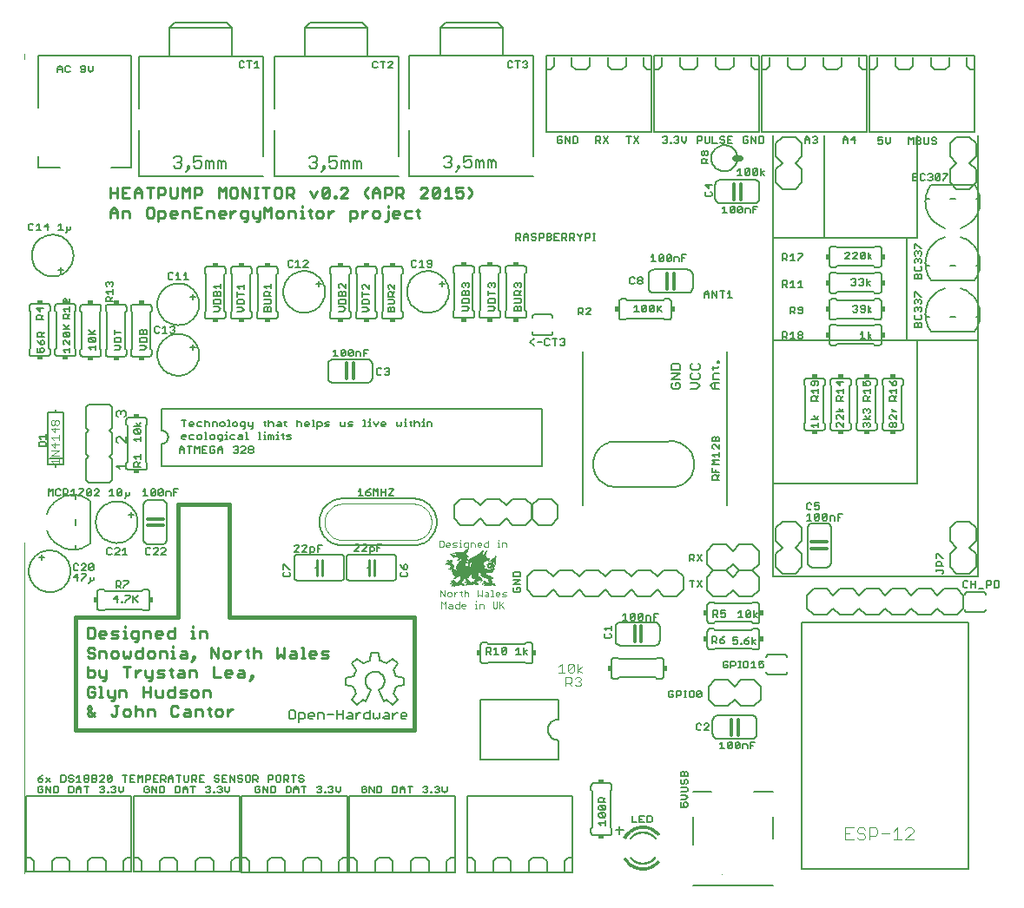
<source format=gto>
G75*
%MOIN*%
%OFA0B0*%
%FSLAX24Y24*%
%IPPOS*%
%LPD*%
%AMOC8*
5,1,8,0,0,1.08239X$1,22.5*
%
%ADD10C,0.0000*%
%ADD11C,0.0080*%
%ADD12C,0.0160*%
%ADD13C,0.0060*%
%ADD14C,0.0100*%
%ADD15C,0.0040*%
%ADD16R,0.0002X0.0003*%
%ADD17R,0.0005X0.0002*%
%ADD18R,0.0008X0.0003*%
%ADD19R,0.0010X0.0002*%
%ADD20R,0.0023X0.0002*%
%ADD21R,0.0010X0.0003*%
%ADD22R,0.0035X0.0003*%
%ADD23R,0.0015X0.0002*%
%ADD24R,0.0042X0.0002*%
%ADD25R,0.0018X0.0003*%
%ADD26R,0.0050X0.0003*%
%ADD27R,0.0020X0.0002*%
%ADD28R,0.0055X0.0002*%
%ADD29R,0.0002X0.0002*%
%ADD30R,0.0020X0.0003*%
%ADD31R,0.0060X0.0003*%
%ADD32R,0.0025X0.0002*%
%ADD33R,0.0068X0.0002*%
%ADD34R,0.0027X0.0003*%
%ADD35R,0.0072X0.0003*%
%ADD36R,0.0005X0.0003*%
%ADD37R,0.0032X0.0002*%
%ADD38R,0.0077X0.0002*%
%ADD39R,0.0007X0.0002*%
%ADD40R,0.0033X0.0002*%
%ADD41R,0.0083X0.0003*%
%ADD42R,0.0007X0.0003*%
%ADD43R,0.0045X0.0003*%
%ADD44R,0.0120X0.0002*%
%ADD45R,0.0027X0.0002*%
%ADD46R,0.0013X0.0002*%
%ADD47R,0.0012X0.0002*%
%ADD48R,0.0057X0.0002*%
%ADD49R,0.0060X0.0002*%
%ADD50R,0.0003X0.0002*%
%ADD51R,0.0122X0.0003*%
%ADD52R,0.0033X0.0003*%
%ADD53R,0.0015X0.0003*%
%ADD54R,0.0017X0.0003*%
%ADD55R,0.0065X0.0003*%
%ADD56R,0.0082X0.0003*%
%ADD57R,0.0123X0.0002*%
%ADD58R,0.0065X0.0002*%
%ADD59R,0.0035X0.0002*%
%ADD60R,0.0018X0.0002*%
%ADD61R,0.0097X0.0002*%
%ADD62R,0.0105X0.0002*%
%ADD63R,0.0125X0.0003*%
%ADD64R,0.0100X0.0003*%
%ADD65R,0.0040X0.0003*%
%ADD66R,0.0022X0.0003*%
%ADD67R,0.0118X0.0003*%
%ADD68R,0.0013X0.0003*%
%ADD69R,0.0133X0.0002*%
%ADD70R,0.0048X0.0002*%
%ADD71R,0.0103X0.0002*%
%ADD72R,0.0128X0.0002*%
%ADD73R,0.0037X0.0002*%
%ADD74R,0.0275X0.0003*%
%ADD75R,0.0090X0.0003*%
%ADD76R,0.0110X0.0003*%
%ADD77R,0.0140X0.0003*%
%ADD78R,0.0070X0.0003*%
%ADD79R,0.0277X0.0002*%
%ADD80R,0.0095X0.0002*%
%ADD81R,0.0118X0.0002*%
%ADD82R,0.0160X0.0002*%
%ADD83R,0.0073X0.0002*%
%ADD84R,0.0285X0.0003*%
%ADD85R,0.0282X0.0003*%
%ADD86R,0.0075X0.0003*%
%ADD87R,0.0290X0.0002*%
%ADD88R,0.0008X0.0002*%
%ADD89R,0.0285X0.0002*%
%ADD90R,0.0080X0.0002*%
%ADD91R,0.0300X0.0003*%
%ADD92R,0.0025X0.0003*%
%ADD93R,0.0085X0.0003*%
%ADD94R,0.0460X0.0002*%
%ADD95R,0.0088X0.0002*%
%ADD96R,0.0458X0.0003*%
%ADD97R,0.0087X0.0003*%
%ADD98R,0.0455X0.0002*%
%ADD99R,0.0078X0.0002*%
%ADD100R,0.0090X0.0002*%
%ADD101R,0.0447X0.0003*%
%ADD102R,0.0080X0.0003*%
%ADD103R,0.0443X0.0002*%
%ADD104R,0.0083X0.0002*%
%ADD105R,0.0017X0.0002*%
%ADD106R,0.0283X0.0002*%
%ADD107R,0.0093X0.0002*%
%ADD108R,0.0440X0.0003*%
%ADD109R,0.0280X0.0003*%
%ADD110R,0.0095X0.0003*%
%ADD111R,0.0435X0.0002*%
%ADD112R,0.0085X0.0002*%
%ADD113R,0.0075X0.0002*%
%ADD114R,0.0045X0.0002*%
%ADD115R,0.0400X0.0002*%
%ADD116R,0.0425X0.0003*%
%ADD117R,0.0102X0.0003*%
%ADD118R,0.0355X0.0003*%
%ADD119R,0.0415X0.0002*%
%ADD120R,0.0115X0.0002*%
%ADD121R,0.0108X0.0002*%
%ADD122R,0.0352X0.0002*%
%ADD123R,0.0398X0.0003*%
%ADD124R,0.0093X0.0003*%
%ADD125R,0.0128X0.0003*%
%ADD126R,0.0113X0.0003*%
%ADD127R,0.0353X0.0003*%
%ADD128R,0.0380X0.0002*%
%ADD129R,0.0242X0.0002*%
%ADD130R,0.0348X0.0002*%
%ADD131R,0.0253X0.0003*%
%ADD132R,0.0248X0.0003*%
%ADD133R,0.0133X0.0003*%
%ADD134R,0.0347X0.0003*%
%ADD135R,0.0227X0.0002*%
%ADD136R,0.0262X0.0002*%
%ADD137R,0.0157X0.0002*%
%ADD138R,0.0030X0.0002*%
%ADD139R,0.0275X0.0002*%
%ADD140R,0.0063X0.0002*%
%ADD141R,0.0195X0.0003*%
%ADD142R,0.0435X0.0003*%
%ADD143R,0.0305X0.0003*%
%ADD144R,0.0193X0.0002*%
%ADD145R,0.0432X0.0002*%
%ADD146R,0.0293X0.0002*%
%ADD147R,0.0198X0.0003*%
%ADD148R,0.0428X0.0003*%
%ADD149R,0.0293X0.0003*%
%ADD150R,0.0022X0.0002*%
%ADD151R,0.0210X0.0002*%
%ADD152R,0.0420X0.0002*%
%ADD153R,0.0325X0.0002*%
%ADD154R,0.0220X0.0003*%
%ADD155R,0.0415X0.0003*%
%ADD156R,0.0320X0.0003*%
%ADD157R,0.0245X0.0002*%
%ADD158R,0.0410X0.0002*%
%ADD159R,0.0320X0.0002*%
%ADD160R,0.0313X0.0003*%
%ADD161R,0.0317X0.0003*%
%ADD162R,0.0317X0.0002*%
%ADD163R,0.0375X0.0002*%
%ADD164R,0.0315X0.0002*%
%ADD165R,0.0323X0.0003*%
%ADD166R,0.0375X0.0003*%
%ADD167R,0.0315X0.0003*%
%ADD168R,0.0273X0.0002*%
%ADD169R,0.0328X0.0003*%
%ADD170R,0.0270X0.0003*%
%ADD171R,0.0182X0.0003*%
%ADD172R,0.0123X0.0003*%
%ADD173R,0.0330X0.0002*%
%ADD174R,0.0267X0.0002*%
%ADD175R,0.0373X0.0003*%
%ADD176R,0.0267X0.0003*%
%ADD177R,0.0108X0.0003*%
%ADD178R,0.0100X0.0002*%
%ADD179R,0.0277X0.0003*%
%ADD180R,0.0053X0.0003*%
%ADD181R,0.0378X0.0003*%
%ADD182R,0.0292X0.0003*%
%ADD183R,0.0030X0.0003*%
%ADD184R,0.0042X0.0003*%
%ADD185R,0.0377X0.0002*%
%ADD186R,0.0297X0.0002*%
%ADD187R,0.0043X0.0002*%
%ADD188R,0.0058X0.0003*%
%ADD189R,0.0310X0.0002*%
%ADD190R,0.0102X0.0002*%
%ADD191R,0.0067X0.0003*%
%ADD192R,0.0280X0.0002*%
%ADD193R,0.0322X0.0002*%
%ADD194R,0.0175X0.0003*%
%ADD195R,0.0327X0.0003*%
%ADD196R,0.0072X0.0002*%
%ADD197R,0.0158X0.0002*%
%ADD198R,0.0335X0.0002*%
%ADD199R,0.0070X0.0002*%
%ADD200R,0.0155X0.0003*%
%ADD201R,0.0157X0.0003*%
%ADD202R,0.0160X0.0003*%
%ADD203R,0.0150X0.0002*%
%ADD204R,0.0148X0.0002*%
%ADD205R,0.0155X0.0002*%
%ADD206R,0.0062X0.0003*%
%ADD207R,0.0148X0.0003*%
%ADD208R,0.0142X0.0003*%
%ADD209R,0.0145X0.0003*%
%ADD210R,0.0147X0.0002*%
%ADD211R,0.0142X0.0002*%
%ADD212R,0.0143X0.0002*%
%ADD213R,0.0067X0.0002*%
%ADD214R,0.0170X0.0003*%
%ADD215R,0.0143X0.0003*%
%ADD216R,0.0068X0.0003*%
%ADD217R,0.0145X0.0002*%
%ADD218R,0.0165X0.0002*%
%ADD219R,0.0140X0.0002*%
%ADD220R,0.0163X0.0003*%
%ADD221R,0.0150X0.0003*%
%ADD222R,0.0003X0.0003*%
%ADD223R,0.0063X0.0003*%
%ADD224R,0.0137X0.0003*%
%ADD225R,0.0082X0.0002*%
%ADD226R,0.0138X0.0003*%
%ADD227R,0.0062X0.0002*%
%ADD228R,0.0137X0.0002*%
%ADD229R,0.0077X0.0003*%
%ADD230R,0.0135X0.0002*%
%ADD231R,0.0135X0.0003*%
%ADD232R,0.0103X0.0003*%
%ADD233R,0.0058X0.0002*%
%ADD234R,0.0055X0.0003*%
%ADD235R,0.0047X0.0003*%
%ADD236R,0.0105X0.0003*%
%ADD237R,0.0053X0.0002*%
%ADD238R,0.0050X0.0002*%
%ADD239R,0.0132X0.0002*%
%ADD240R,0.0152X0.0002*%
%ADD241R,0.0130X0.0003*%
%ADD242R,0.0130X0.0002*%
%ADD243R,0.0028X0.0002*%
%ADD244R,0.0107X0.0002*%
%ADD245R,0.0028X0.0003*%
%ADD246R,0.0107X0.0003*%
%ADD247R,0.0167X0.0003*%
%ADD248R,0.0172X0.0002*%
%ADD249R,0.0023X0.0003*%
%ADD250R,0.0180X0.0002*%
%ADD251R,0.0110X0.0002*%
%ADD252R,0.0187X0.0002*%
%ADD253R,0.0132X0.0003*%
%ADD254R,0.0190X0.0003*%
%ADD255R,0.0200X0.0002*%
%ADD256R,0.0052X0.0002*%
%ADD257R,0.0112X0.0002*%
%ADD258R,0.0012X0.0003*%
%ADD259R,0.0272X0.0003*%
%ADD260R,0.0112X0.0003*%
%ADD261R,0.0272X0.0002*%
%ADD262R,0.0115X0.0003*%
%ADD263R,0.0268X0.0002*%
%ADD264R,0.0265X0.0003*%
%ADD265R,0.0265X0.0002*%
%ADD266R,0.0117X0.0003*%
%ADD267R,0.0260X0.0002*%
%ADD268R,0.0260X0.0003*%
%ADD269R,0.0120X0.0003*%
%ADD270R,0.0122X0.0002*%
%ADD271R,0.0038X0.0002*%
%ADD272R,0.0255X0.0002*%
%ADD273R,0.0127X0.0002*%
%ADD274R,0.0255X0.0003*%
%ADD275R,0.0040X0.0002*%
%ADD276R,0.0252X0.0002*%
%ADD277R,0.0043X0.0003*%
%ADD278R,0.0250X0.0003*%
%ADD279R,0.0248X0.0002*%
%ADD280R,0.0152X0.0003*%
%ADD281R,0.0245X0.0003*%
%ADD282R,0.0153X0.0002*%
%ADD283R,0.0243X0.0003*%
%ADD284R,0.0162X0.0002*%
%ADD285R,0.0243X0.0002*%
%ADD286R,0.0240X0.0003*%
%ADD287R,0.0147X0.0003*%
%ADD288R,0.0240X0.0002*%
%ADD289R,0.0158X0.0003*%
%ADD290R,0.0250X0.0002*%
%ADD291R,0.0305X0.0002*%
%ADD292R,0.0308X0.0003*%
%ADD293R,0.0228X0.0003*%
%ADD294R,0.0308X0.0002*%
%ADD295R,0.0307X0.0003*%
%ADD296R,0.0232X0.0003*%
%ADD297R,0.0253X0.0002*%
%ADD298R,0.0235X0.0002*%
%ADD299R,0.0310X0.0003*%
%ADD300R,0.0047X0.0002*%
%ADD301R,0.0313X0.0002*%
%ADD302R,0.0312X0.0003*%
%ADD303R,0.0287X0.0002*%
%ADD304R,0.0263X0.0003*%
%ADD305R,0.0288X0.0003*%
%ADD306R,0.0302X0.0002*%
%ADD307R,0.0057X0.0003*%
%ADD308R,0.0322X0.0003*%
%ADD309R,0.0307X0.0002*%
%ADD310R,0.0330X0.0003*%
%ADD311R,0.0312X0.0002*%
%ADD312R,0.0333X0.0002*%
%ADD313R,0.0337X0.0003*%
%ADD314R,0.0300X0.0002*%
%ADD315R,0.0340X0.0002*%
%ADD316R,0.0340X0.0003*%
%ADD317R,0.0342X0.0002*%
%ADD318R,0.0325X0.0003*%
%ADD319R,0.0295X0.0003*%
%ADD320R,0.0343X0.0003*%
%ADD321R,0.0328X0.0002*%
%ADD322R,0.0345X0.0002*%
%ADD323R,0.0290X0.0003*%
%ADD324R,0.0342X0.0003*%
%ADD325R,0.0333X0.0003*%
%ADD326R,0.0335X0.0003*%
%ADD327R,0.0338X0.0002*%
%ADD328R,0.0350X0.0003*%
%ADD329R,0.0332X0.0003*%
%ADD330R,0.0355X0.0002*%
%ADD331R,0.0362X0.0003*%
%ADD332R,0.0273X0.0003*%
%ADD333R,0.0365X0.0002*%
%ADD334R,0.0270X0.0002*%
%ADD335R,0.0162X0.0003*%
%ADD336R,0.0268X0.0003*%
%ADD337R,0.0168X0.0002*%
%ADD338R,0.0378X0.0002*%
%ADD339R,0.0172X0.0003*%
%ADD340R,0.0382X0.0003*%
%ADD341R,0.0178X0.0002*%
%ADD342R,0.0388X0.0002*%
%ADD343R,0.0292X0.0002*%
%ADD344R,0.0185X0.0003*%
%ADD345R,0.0392X0.0003*%
%ADD346R,0.0587X0.0002*%
%ADD347R,0.0258X0.0002*%
%ADD348R,0.0593X0.0003*%
%ADD349R,0.0257X0.0003*%
%ADD350R,0.0600X0.0002*%
%ADD351R,0.0257X0.0002*%
%ADD352R,0.0602X0.0003*%
%ADD353R,0.0608X0.0002*%
%ADD354R,0.0612X0.0003*%
%ADD355R,0.0620X0.0002*%
%ADD356R,0.0625X0.0003*%
%ADD357R,0.0630X0.0002*%
%ADD358R,0.0635X0.0003*%
%ADD359R,0.0258X0.0003*%
%ADD360R,0.0642X0.0002*%
%ADD361R,0.0645X0.0003*%
%ADD362R,0.0247X0.0003*%
%ADD363R,0.0650X0.0002*%
%ADD364R,0.0655X0.0003*%
%ADD365R,0.0663X0.0002*%
%ADD366R,0.0670X0.0003*%
%ADD367R,0.0678X0.0002*%
%ADD368R,0.0237X0.0002*%
%ADD369R,0.0685X0.0003*%
%ADD370R,0.0237X0.0003*%
%ADD371R,0.0690X0.0002*%
%ADD372R,0.0700X0.0003*%
%ADD373R,0.0235X0.0003*%
%ADD374R,0.0233X0.0003*%
%ADD375R,0.0712X0.0002*%
%ADD376R,0.0230X0.0002*%
%ADD377R,0.0952X0.0003*%
%ADD378R,0.0955X0.0002*%
%ADD379R,0.0225X0.0002*%
%ADD380R,0.0955X0.0003*%
%ADD381R,0.0222X0.0003*%
%ADD382R,0.0960X0.0002*%
%ADD383R,0.0222X0.0002*%
%ADD384R,0.0960X0.0003*%
%ADD385R,0.0963X0.0002*%
%ADD386R,0.0217X0.0002*%
%ADD387R,0.0963X0.0003*%
%ADD388R,0.0215X0.0003*%
%ADD389R,0.0967X0.0002*%
%ADD390R,0.0215X0.0002*%
%ADD391R,0.0967X0.0003*%
%ADD392R,0.0213X0.0003*%
%ADD393R,0.0970X0.0003*%
%ADD394R,0.0210X0.0003*%
%ADD395R,0.0973X0.0002*%
%ADD396R,0.0208X0.0002*%
%ADD397R,0.0975X0.0003*%
%ADD398R,0.0205X0.0003*%
%ADD399R,0.0977X0.0002*%
%ADD400R,0.0205X0.0002*%
%ADD401R,0.0977X0.0003*%
%ADD402R,0.0983X0.0002*%
%ADD403R,0.0983X0.0003*%
%ADD404R,0.0987X0.0002*%
%ADD405R,0.0990X0.0003*%
%ADD406R,0.0990X0.0002*%
%ADD407R,0.0995X0.0003*%
%ADD408R,0.0998X0.0002*%
%ADD409R,0.1003X0.0003*%
%ADD410R,0.1007X0.0002*%
%ADD411R,0.1010X0.0003*%
%ADD412R,0.0212X0.0003*%
%ADD413R,0.1012X0.0002*%
%ADD414R,0.0212X0.0002*%
%ADD415R,0.1018X0.0003*%
%ADD416R,0.1020X0.0002*%
%ADD417R,0.0218X0.0002*%
%ADD418R,0.1027X0.0003*%
%ADD419R,0.1032X0.0002*%
%ADD420R,0.1040X0.0003*%
%ADD421R,0.0230X0.0003*%
%ADD422R,0.1273X0.0002*%
%ADD423R,0.1273X0.0003*%
%ADD424R,0.0180X0.0003*%
%ADD425R,0.0203X0.0002*%
%ADD426R,0.1272X0.0002*%
%ADD427R,0.1522X0.0003*%
%ADD428R,0.1527X0.0002*%
%ADD429R,0.1532X0.0003*%
%ADD430R,0.1540X0.0002*%
%ADD431R,0.1543X0.0003*%
%ADD432R,0.1548X0.0002*%
%ADD433R,0.1550X0.0003*%
%ADD434R,0.1555X0.0002*%
%ADD435R,0.1560X0.0003*%
%ADD436R,0.1562X0.0002*%
%ADD437R,0.1565X0.0003*%
%ADD438R,0.1567X0.0002*%
%ADD439R,0.1575X0.0003*%
%ADD440R,0.1578X0.0002*%
%ADD441R,0.1580X0.0003*%
%ADD442R,0.1580X0.0002*%
%ADD443R,0.1583X0.0003*%
%ADD444R,0.1587X0.0002*%
%ADD445R,0.1590X0.0003*%
%ADD446R,0.1592X0.0002*%
%ADD447R,0.1592X0.0003*%
%ADD448R,0.0370X0.0002*%
%ADD449R,0.1225X0.0002*%
%ADD450R,0.1225X0.0003*%
%ADD451R,0.0373X0.0002*%
%ADD452R,0.1222X0.0002*%
%ADD453R,0.0377X0.0003*%
%ADD454R,0.0203X0.0003*%
%ADD455R,0.0207X0.0002*%
%ADD456R,0.0207X0.0003*%
%ADD457R,0.1223X0.0003*%
%ADD458R,0.1220X0.0002*%
%ADD459R,0.1222X0.0003*%
%ADD460R,0.1217X0.0003*%
%ADD461R,0.1218X0.0002*%
%ADD462R,0.0218X0.0003*%
%ADD463R,0.0968X0.0003*%
%ADD464R,0.0220X0.0002*%
%ADD465R,0.0032X0.0003*%
%ADD466R,0.0223X0.0003*%
%ADD467R,0.0937X0.0003*%
%ADD468R,0.0918X0.0002*%
%ADD469R,0.0052X0.0003*%
%ADD470R,0.0097X0.0003*%
%ADD471R,0.0898X0.0003*%
%ADD472R,0.0878X0.0002*%
%ADD473R,0.0823X0.0003*%
%ADD474R,0.0127X0.0003*%
%ADD475R,0.0092X0.0002*%
%ADD476R,0.0700X0.0002*%
%ADD477R,0.0670X0.0002*%
%ADD478R,0.0640X0.0002*%
%ADD479R,0.0627X0.0003*%
%ADD480R,0.0615X0.0002*%
%ADD481R,0.0605X0.0003*%
%ADD482R,0.0595X0.0002*%
%ADD483R,0.0588X0.0003*%
%ADD484R,0.0098X0.0003*%
%ADD485R,0.0362X0.0002*%
%ADD486R,0.0578X0.0002*%
%ADD487R,0.0395X0.0003*%
%ADD488R,0.0567X0.0003*%
%ADD489R,0.0422X0.0002*%
%ADD490R,0.0560X0.0002*%
%ADD491R,0.0432X0.0003*%
%ADD492R,0.0555X0.0003*%
%ADD493R,0.0442X0.0002*%
%ADD494R,0.0548X0.0002*%
%ADD495R,0.0450X0.0003*%
%ADD496R,0.0540X0.0003*%
%ADD497R,0.0092X0.0003*%
%ADD498R,0.0530X0.0002*%
%ADD499R,0.0462X0.0003*%
%ADD500R,0.0523X0.0003*%
%ADD501R,0.0467X0.0002*%
%ADD502R,0.0517X0.0002*%
%ADD503R,0.0472X0.0003*%
%ADD504R,0.0510X0.0003*%
%ADD505R,0.0475X0.0002*%
%ADD506R,0.0502X0.0002*%
%ADD507R,0.0480X0.0003*%
%ADD508R,0.0497X0.0003*%
%ADD509R,0.0482X0.0002*%
%ADD510R,0.0490X0.0002*%
%ADD511R,0.0485X0.0003*%
%ADD512R,0.0487X0.0002*%
%ADD513R,0.0488X0.0003*%
%ADD514R,0.0468X0.0003*%
%ADD515R,0.0153X0.0003*%
%ADD516R,0.0493X0.0003*%
%ADD517R,0.0453X0.0003*%
%ADD518R,0.0495X0.0002*%
%ADD519R,0.0448X0.0002*%
%ADD520R,0.0037X0.0003*%
%ADD521R,0.0495X0.0003*%
%ADD522R,0.0442X0.0003*%
%ADD523R,0.0498X0.0002*%
%ADD524R,0.0450X0.0002*%
%ADD525R,0.0038X0.0003*%
%ADD526R,0.0500X0.0003*%
%ADD527R,0.0165X0.0003*%
%ADD528R,0.0500X0.0002*%
%ADD529R,0.0512X0.0002*%
%ADD530R,0.0073X0.0003*%
%ADD531R,0.0502X0.0003*%
%ADD532R,0.0113X0.0002*%
%ADD533R,0.0505X0.0002*%
%ADD534R,0.0493X0.0002*%
%ADD535R,0.0505X0.0003*%
%ADD536R,0.0483X0.0003*%
%ADD537R,0.0358X0.0003*%
%ADD538R,0.0465X0.0003*%
%ADD539R,0.0457X0.0002*%
%ADD540R,0.0445X0.0003*%
%ADD541R,0.0438X0.0002*%
%ADD542R,0.0098X0.0002*%
%ADD543R,0.0417X0.0002*%
%ADD544R,0.0410X0.0003*%
%ADD545R,0.0402X0.0002*%
%ADD546R,0.0318X0.0002*%
%ADD547R,0.0318X0.0003*%
%ADD548R,0.0370X0.0003*%
%ADD549R,0.0363X0.0002*%
%ADD550R,0.0088X0.0003*%
%ADD551R,0.0283X0.0003*%
%ADD552R,0.0357X0.0002*%
%ADD553R,0.0087X0.0002*%
%ADD554R,0.0117X0.0002*%
%ADD555R,0.0350X0.0002*%
%ADD556R,0.0188X0.0003*%
%ADD557R,0.0195X0.0002*%
%ADD558R,0.0178X0.0003*%
%ADD559R,0.0327X0.0002*%
%ADD560R,0.0213X0.0002*%
%ADD561R,0.0233X0.0002*%
%ADD562R,0.0298X0.0002*%
%ADD563R,0.0138X0.0002*%
%ADD564R,0.0238X0.0003*%
%ADD565R,0.0202X0.0003*%
%ADD566R,0.0282X0.0002*%
%ADD567R,0.0358X0.0002*%
%ADD568R,0.0202X0.0002*%
%ADD569R,0.0420X0.0003*%
%ADD570R,0.0440X0.0002*%
%ADD571R,0.0225X0.0003*%
%ADD572R,0.0192X0.0002*%
%ADD573R,0.0217X0.0003*%
%ADD574R,0.0278X0.0003*%
%ADD575R,0.0457X0.0003*%
%ADD576R,0.0182X0.0002*%
%ADD577R,0.0452X0.0003*%
%ADD578R,0.0177X0.0003*%
%ADD579R,0.0438X0.0003*%
%ADD580R,0.0433X0.0002*%
%ADD581R,0.0405X0.0003*%
%ADD582R,0.0278X0.0002*%
%ADD583R,0.0393X0.0003*%
%ADD584R,0.0387X0.0002*%
%ADD585R,0.0380X0.0003*%
%ADD586R,0.0367X0.0002*%
%ADD587R,0.0363X0.0003*%
%ADD588R,0.0360X0.0002*%
%ADD589R,0.0288X0.0002*%
%ADD590R,0.0348X0.0003*%
%ADD591R,0.0338X0.0003*%
%ADD592R,0.0302X0.0003*%
%ADD593R,0.0295X0.0002*%
%ADD594R,0.0232X0.0002*%
%ADD595R,0.0188X0.0002*%
%ADD596R,0.0193X0.0003*%
%ADD597R,0.0125X0.0002*%
%ADD598R,0.0190X0.0002*%
%ADD599R,0.0187X0.0003*%
%ADD600R,0.0208X0.0003*%
%ADD601R,0.0170X0.0002*%
%ADD602R,0.0167X0.0002*%
%ADD603R,0.0173X0.0003*%
%ADD604R,0.0175X0.0002*%
%ADD605R,0.0393X0.0002*%
%ADD606R,0.0185X0.0002*%
%ADD607R,0.0477X0.0002*%
%ADD608R,0.0252X0.0003*%
%ADD609R,0.0197X0.0003*%
%ADD610R,0.0247X0.0002*%
%ADD611R,0.0503X0.0003*%
%ADD612R,0.0510X0.0002*%
%ADD613R,0.0518X0.0003*%
%ADD614R,0.0527X0.0002*%
%ADD615R,0.0535X0.0003*%
%ADD616R,0.0537X0.0002*%
%ADD617R,0.0508X0.0003*%
%ADD618R,0.0472X0.0002*%
%ADD619R,0.0200X0.0003*%
%ADD620R,0.0433X0.0003*%
%ADD621R,0.0197X0.0002*%
%ADD622R,0.0423X0.0002*%
%ADD623R,0.0413X0.0003*%
%ADD624R,0.0405X0.0002*%
%ADD625R,0.0397X0.0003*%
%ADD626R,0.0332X0.0002*%
%ADD627R,0.0287X0.0003*%
%ADD628R,0.0183X0.0002*%
%ADD629R,0.0183X0.0003*%
%ADD630R,0.0227X0.0003*%
%ADD631R,0.0048X0.0003*%
%ADD632R,0.0518X0.0002*%
%ADD633R,0.0533X0.0003*%
%ADD634R,0.0598X0.0002*%
%ADD635R,0.0173X0.0002*%
%ADD636R,0.0600X0.0003*%
%ADD637R,0.0412X0.0003*%
%ADD638R,0.0168X0.0003*%
%ADD639R,0.0003X0.0003*%
%ADD640R,0.0163X0.0002*%
%ADD641R,0.0177X0.0002*%
%ADD642R,0.0418X0.0003*%
%ADD643R,0.0200X0.0150*%
%ADD644C,0.0120*%
%ADD645C,0.0020*%
%ADD646C,0.0050*%
%ADD647R,0.0150X0.0200*%
%ADD648C,0.0030*%
%ADD649C,0.0240*%
%ADD650C,0.0006*%
%ADD651C,0.0010*%
D10*
X001361Y000984D02*
X001361Y013681D01*
X001361Y032244D02*
X001361Y032441D01*
D11*
X001908Y032385D02*
X005452Y032385D01*
X005452Y028094D01*
X004704Y028094D01*
X002735Y028094D02*
X001908Y028094D01*
X001908Y028527D01*
X001908Y030377D02*
X001908Y032385D01*
X002574Y018781D02*
X002574Y018681D01*
X002874Y018681D01*
X002874Y016681D01*
X002574Y016681D01*
X002574Y016581D01*
X002574Y016681D02*
X002274Y016681D01*
X002274Y018681D01*
X002574Y018681D01*
X002824Y016931D02*
X002324Y016931D01*
X001420Y003957D02*
X001420Y001043D01*
X005475Y001043D01*
X005475Y003957D01*
X001420Y003957D01*
X001450Y001585D02*
X001587Y001585D01*
X001725Y001447D01*
X001725Y001102D01*
X002414Y001102D02*
X002414Y001447D01*
X002552Y001585D01*
X002965Y001585D01*
X003103Y001447D01*
X003103Y001102D01*
X003792Y001102D02*
X003792Y001447D01*
X003930Y001585D01*
X004343Y001585D01*
X004481Y001447D01*
X004481Y001102D01*
X005170Y001102D02*
X005170Y001447D01*
X005308Y001585D01*
X005446Y001585D01*
X005584Y001585D02*
X005721Y001585D01*
X005859Y001447D01*
X005859Y001102D01*
X005554Y001043D02*
X005554Y003957D01*
X009609Y003957D01*
X009609Y001043D01*
X005554Y001043D01*
X006548Y001102D02*
X006548Y001447D01*
X006686Y001585D01*
X007099Y001585D01*
X007237Y001447D01*
X007237Y001102D01*
X007926Y001102D02*
X007926Y001447D01*
X008064Y001585D01*
X008477Y001585D01*
X008615Y001447D01*
X008615Y001102D01*
X009304Y001102D02*
X009304Y001447D01*
X009442Y001585D01*
X009580Y001585D01*
X009717Y001577D02*
X009855Y001577D01*
X009993Y001439D01*
X009993Y001094D01*
X009688Y001035D02*
X009688Y003949D01*
X013743Y003949D01*
X013743Y001035D01*
X009688Y001035D01*
X010682Y001094D02*
X010682Y001439D01*
X010820Y001577D01*
X011233Y001577D01*
X011371Y001439D01*
X011371Y001094D01*
X012060Y001094D02*
X012060Y001439D01*
X012198Y001577D01*
X012611Y001577D01*
X012749Y001439D01*
X012749Y001094D01*
X013438Y001094D02*
X013438Y001439D01*
X013576Y001577D01*
X013713Y001577D01*
X013851Y001577D02*
X013989Y001577D01*
X014127Y001439D01*
X014127Y001094D01*
X013822Y001035D02*
X013822Y003949D01*
X017877Y003949D01*
X017877Y001035D01*
X013822Y001035D01*
X014816Y001094D02*
X014816Y001439D01*
X014954Y001577D01*
X015367Y001577D01*
X015505Y001439D01*
X015505Y001094D01*
X016194Y001094D02*
X016194Y001439D01*
X016332Y001577D01*
X016745Y001577D01*
X016883Y001439D01*
X016883Y001094D01*
X017572Y001094D02*
X017572Y001439D01*
X017710Y001577D01*
X017847Y001577D01*
X018379Y001577D02*
X018517Y001577D01*
X018654Y001439D01*
X018654Y001094D01*
X018349Y001035D02*
X018349Y003949D01*
X022404Y003949D01*
X022404Y001035D01*
X018349Y001035D01*
X019343Y001094D02*
X019343Y001439D01*
X019481Y001577D01*
X019895Y001577D01*
X020032Y001439D01*
X020032Y001094D01*
X020721Y001094D02*
X020721Y001439D01*
X020859Y001577D01*
X021273Y001577D01*
X021410Y001439D01*
X021410Y001094D01*
X022099Y001094D02*
X022099Y001439D01*
X022237Y001577D01*
X022375Y001577D01*
X027869Y007405D02*
X028369Y007405D01*
X028619Y007655D01*
X028869Y007405D01*
X029369Y007405D01*
X029619Y007655D01*
X029619Y008155D01*
X029369Y008405D01*
X028869Y008405D01*
X028619Y008155D01*
X028369Y008405D01*
X027869Y008405D01*
X027619Y008155D01*
X027619Y007655D01*
X027869Y007405D01*
X029919Y008613D02*
X030549Y008613D01*
X030550Y008614D02*
X030566Y008619D01*
X030582Y008627D01*
X030596Y008637D01*
X030608Y008649D01*
X030618Y008664D01*
X030625Y008680D01*
X030629Y008697D01*
X030630Y008714D01*
X030628Y008732D01*
X030628Y009282D02*
X030630Y009300D01*
X030629Y009317D01*
X030625Y009334D01*
X030618Y009350D01*
X030608Y009365D01*
X030596Y009377D01*
X030582Y009387D01*
X030566Y009395D01*
X030550Y009400D01*
X030549Y009401D02*
X029919Y009401D01*
X029919Y009400D02*
X029903Y009395D01*
X029887Y009387D01*
X029873Y009377D01*
X029861Y009365D01*
X029851Y009350D01*
X029844Y009334D01*
X029840Y009317D01*
X029839Y009300D01*
X029841Y009282D01*
X029841Y008732D02*
X029839Y008714D01*
X029840Y008697D01*
X029844Y008680D01*
X029851Y008664D01*
X029861Y008649D01*
X029873Y008637D01*
X029887Y008627D01*
X029903Y008619D01*
X029919Y008614D01*
X029305Y011609D02*
X028805Y011609D01*
X028555Y011859D01*
X028305Y011609D01*
X027805Y011609D01*
X027555Y011859D01*
X027555Y012359D01*
X027805Y012609D01*
X028305Y012609D01*
X028555Y012359D01*
X028805Y012609D01*
X029305Y012609D01*
X029555Y012359D01*
X029555Y011859D01*
X029305Y011609D01*
X029305Y012609D02*
X028805Y012609D01*
X028555Y012859D01*
X028305Y012609D01*
X027805Y012609D01*
X027555Y012859D01*
X027555Y013359D01*
X027805Y013609D01*
X028305Y013609D01*
X028555Y013359D01*
X028805Y013609D01*
X029305Y013609D01*
X029555Y013359D01*
X029555Y012859D01*
X029305Y012609D01*
X030101Y012402D02*
X030101Y015945D01*
X035613Y015945D01*
X035613Y021457D01*
X035219Y021457D01*
X035219Y025394D01*
X032070Y025394D01*
X030101Y025394D01*
X030101Y029331D01*
X030192Y029006D02*
X030442Y029256D01*
X030942Y029256D01*
X031192Y029006D01*
X031192Y028506D01*
X030942Y028256D01*
X031192Y028006D01*
X031192Y027506D01*
X030942Y027256D01*
X030442Y027256D01*
X030192Y027506D01*
X030192Y028006D01*
X030442Y028256D01*
X030192Y028506D01*
X030192Y029006D01*
X029649Y029469D02*
X029649Y032382D01*
X033704Y032382D01*
X033704Y029469D01*
X029649Y029469D01*
X029570Y029469D02*
X029570Y032382D01*
X025515Y032382D01*
X025515Y029469D01*
X029570Y029469D01*
X032070Y029331D02*
X032070Y025394D01*
X030101Y025394D02*
X030101Y021457D01*
X035219Y021457D01*
X035613Y021457D02*
X037975Y021457D01*
X037975Y012402D01*
X030101Y012402D01*
X030192Y012742D02*
X030442Y012492D01*
X030942Y012492D01*
X031192Y012742D01*
X031192Y013242D01*
X030942Y013492D01*
X031192Y013742D01*
X031192Y014242D01*
X030942Y014492D01*
X030442Y014492D01*
X030192Y014242D01*
X030192Y013742D01*
X030442Y013492D01*
X030192Y013242D01*
X030192Y012742D01*
X030101Y015945D02*
X030101Y021457D01*
X035219Y025394D02*
X035613Y025394D01*
X035613Y029331D01*
X036885Y029006D02*
X036885Y028506D01*
X037135Y028256D01*
X036885Y028006D01*
X036885Y027506D01*
X037135Y027256D01*
X037635Y027256D01*
X037885Y027506D01*
X037885Y028006D01*
X037635Y028256D01*
X037885Y028506D01*
X037885Y029006D01*
X037635Y029256D01*
X037135Y029256D01*
X036885Y029006D01*
X037837Y029469D02*
X037837Y032382D01*
X033782Y032382D01*
X033782Y029469D01*
X037837Y029469D01*
X037975Y029331D02*
X037975Y021457D01*
X037635Y014492D02*
X037135Y014492D01*
X036885Y014242D01*
X036885Y013742D01*
X037135Y013492D01*
X036885Y013242D01*
X036885Y012742D01*
X037135Y012492D01*
X037635Y012492D01*
X037885Y012742D01*
X037885Y013242D01*
X037635Y013492D01*
X037885Y013742D01*
X037885Y014242D01*
X037635Y014492D01*
X037537Y011801D02*
X038167Y011801D01*
X038167Y011800D02*
X038183Y011795D01*
X038199Y011787D01*
X038213Y011777D01*
X038225Y011765D01*
X038235Y011750D01*
X038242Y011734D01*
X038246Y011717D01*
X038247Y011700D01*
X038245Y011682D01*
X038245Y011132D02*
X038247Y011114D01*
X038246Y011097D01*
X038242Y011080D01*
X038235Y011064D01*
X038225Y011049D01*
X038213Y011037D01*
X038199Y011027D01*
X038183Y011019D01*
X038167Y011014D01*
X038167Y011013D02*
X037537Y011013D01*
X037536Y011014D02*
X037520Y011019D01*
X037504Y011027D01*
X037490Y011037D01*
X037478Y011049D01*
X037468Y011064D01*
X037461Y011080D01*
X037457Y011097D01*
X037456Y011114D01*
X037458Y011132D01*
X037458Y011682D02*
X037456Y011700D01*
X037457Y011717D01*
X037461Y011734D01*
X037468Y011750D01*
X037478Y011765D01*
X037490Y011777D01*
X037504Y011787D01*
X037520Y011795D01*
X037536Y011800D01*
X021841Y014612D02*
X021841Y015112D01*
X021591Y015362D01*
X021091Y015362D01*
X020841Y015112D01*
X020841Y014612D01*
X021091Y014362D01*
X021591Y014362D01*
X021841Y014612D01*
X020857Y014612D02*
X020607Y014362D01*
X020107Y014362D01*
X019857Y014612D01*
X019607Y014362D01*
X019107Y014362D01*
X018857Y014612D01*
X018607Y014362D01*
X018107Y014362D01*
X017857Y014612D01*
X017857Y015112D01*
X018107Y015362D01*
X018607Y015362D01*
X018857Y015112D01*
X019107Y015362D01*
X019607Y015362D01*
X019857Y015112D01*
X020107Y015362D01*
X020607Y015362D01*
X020857Y015112D01*
X020857Y014612D01*
X020928Y021654D02*
X021558Y021654D01*
X021574Y021659D01*
X021590Y021667D01*
X021604Y021677D01*
X021616Y021689D01*
X021626Y021704D01*
X021633Y021720D01*
X021637Y021737D01*
X021638Y021754D01*
X021636Y021772D01*
X021636Y022323D02*
X021638Y022341D01*
X021637Y022358D01*
X021633Y022375D01*
X021626Y022391D01*
X021616Y022406D01*
X021604Y022418D01*
X021590Y022428D01*
X021574Y022436D01*
X021558Y022441D01*
X020928Y022441D01*
X020912Y022436D01*
X020896Y022428D01*
X020882Y022418D01*
X020870Y022406D01*
X020860Y022391D01*
X020853Y022375D01*
X020849Y022358D01*
X020848Y022341D01*
X020850Y022323D01*
X020850Y021772D02*
X020848Y021754D01*
X020849Y021737D01*
X020853Y021720D01*
X020860Y021704D01*
X020870Y021689D01*
X020882Y021677D01*
X020896Y021667D01*
X020912Y021659D01*
X020928Y021654D01*
X021381Y029469D02*
X021381Y032382D01*
X025436Y032382D01*
X025436Y029469D01*
X021381Y029469D01*
X021410Y031841D02*
X021548Y031841D01*
X021686Y031978D01*
X021686Y032323D01*
X022375Y032323D02*
X022375Y031978D01*
X022513Y031841D01*
X022926Y031841D01*
X023064Y031978D01*
X023064Y032323D01*
X023753Y032323D02*
X023753Y031978D01*
X023891Y031841D01*
X024304Y031841D01*
X024442Y031978D01*
X024442Y032323D01*
X025131Y032323D02*
X025131Y031978D01*
X025269Y031841D01*
X025406Y031841D01*
X025544Y031841D02*
X025682Y031841D01*
X025820Y031978D01*
X025820Y032323D01*
X026509Y032323D02*
X026509Y031978D01*
X026647Y031841D01*
X027060Y031841D01*
X027198Y031978D01*
X027198Y032323D01*
X027887Y032323D02*
X027887Y031978D01*
X028024Y031841D01*
X028438Y031841D01*
X028576Y031978D01*
X028576Y032323D01*
X029265Y032323D02*
X029265Y031978D01*
X029402Y031841D01*
X029540Y031841D01*
X029678Y031841D02*
X029816Y031841D01*
X029954Y031978D01*
X029954Y032323D01*
X030643Y032323D02*
X030643Y031978D01*
X030780Y031841D01*
X031194Y031841D01*
X031332Y031978D01*
X031332Y032323D01*
X032021Y032323D02*
X032021Y031978D01*
X032158Y031841D01*
X032572Y031841D01*
X032710Y031978D01*
X032710Y032323D01*
X033399Y032323D02*
X033399Y031978D01*
X033536Y031841D01*
X033674Y031841D01*
X033812Y031841D02*
X033950Y031841D01*
X034087Y031978D01*
X034087Y032323D01*
X034776Y032323D02*
X034776Y031978D01*
X034914Y031841D01*
X035328Y031841D01*
X035465Y031978D01*
X035465Y032323D01*
X036154Y032323D02*
X036154Y031978D01*
X036292Y031841D01*
X036706Y031841D01*
X036843Y031978D01*
X036843Y032323D01*
X037532Y032323D02*
X037532Y031978D01*
X037670Y031841D01*
X037808Y031841D01*
D12*
X016322Y010827D02*
X016322Y006496D01*
X003330Y006496D01*
X003330Y010827D01*
X007267Y010827D01*
X007267Y015157D01*
X009235Y015157D01*
X009235Y010827D01*
X016322Y010827D01*
D13*
X015530Y012234D02*
X013830Y012234D01*
X013813Y012236D01*
X013796Y012240D01*
X013780Y012247D01*
X013766Y012257D01*
X013753Y012270D01*
X013743Y012284D01*
X013736Y012300D01*
X013732Y012317D01*
X013730Y012334D01*
X013730Y013134D01*
X013732Y013151D01*
X013736Y013168D01*
X013743Y013184D01*
X013753Y013198D01*
X013766Y013211D01*
X013780Y013221D01*
X013796Y013228D01*
X013813Y013232D01*
X013830Y013234D01*
X015530Y013234D01*
X015547Y013232D01*
X015564Y013228D01*
X015580Y013221D01*
X015594Y013211D01*
X015607Y013198D01*
X015617Y013184D01*
X015624Y013168D01*
X015628Y013151D01*
X015630Y013134D01*
X015630Y012334D01*
X015628Y012317D01*
X015624Y012300D01*
X015617Y012284D01*
X015607Y012270D01*
X015594Y012257D01*
X015580Y012247D01*
X015564Y012240D01*
X015547Y012236D01*
X015530Y012234D01*
X015792Y012415D02*
X015836Y012372D01*
X016009Y012372D01*
X016053Y012415D01*
X016053Y012502D01*
X016009Y012545D01*
X016009Y012666D02*
X016053Y012710D01*
X016053Y012797D01*
X016009Y012840D01*
X015966Y012840D01*
X015923Y012797D01*
X015923Y012666D01*
X016009Y012666D01*
X015923Y012666D02*
X015836Y012753D01*
X015792Y012840D01*
X015836Y012545D02*
X015792Y012502D01*
X015792Y012415D01*
X014830Y012734D02*
X014780Y012734D01*
X014580Y012734D02*
X014530Y012734D01*
X014610Y013268D02*
X014610Y013528D01*
X014740Y013528D01*
X014784Y013485D01*
X014784Y013398D01*
X014740Y013355D01*
X014610Y013355D01*
X014489Y013355D02*
X014316Y013355D01*
X014489Y013528D01*
X014489Y013572D01*
X014446Y013615D01*
X014359Y013615D01*
X014316Y013572D01*
X014195Y013572D02*
X014151Y013615D01*
X014064Y013615D01*
X014021Y013572D01*
X014195Y013572D02*
X014195Y013528D01*
X014021Y013355D01*
X014195Y013355D01*
X013630Y013134D02*
X013630Y012334D01*
X013628Y012317D01*
X013624Y012300D01*
X013617Y012284D01*
X013607Y012270D01*
X013594Y012257D01*
X013580Y012247D01*
X013564Y012240D01*
X013547Y012236D01*
X013530Y012234D01*
X011830Y012234D01*
X011813Y012236D01*
X011796Y012240D01*
X011780Y012247D01*
X011766Y012257D01*
X011753Y012270D01*
X011743Y012284D01*
X011736Y012300D01*
X011732Y012317D01*
X011730Y012334D01*
X011730Y013134D01*
X011732Y013151D01*
X011736Y013168D01*
X011743Y013184D01*
X011753Y013198D01*
X011766Y013211D01*
X011780Y013221D01*
X011796Y013228D01*
X011813Y013232D01*
X011830Y013234D01*
X013530Y013234D01*
X013547Y013232D01*
X013564Y013228D01*
X013580Y013221D01*
X013594Y013211D01*
X013607Y013198D01*
X013617Y013184D01*
X013624Y013168D01*
X013628Y013151D01*
X013630Y013134D01*
X013584Y013576D02*
X016284Y013576D01*
X016343Y013578D01*
X016401Y013584D01*
X016460Y013593D01*
X016517Y013607D01*
X016573Y013624D01*
X016628Y013645D01*
X016682Y013669D01*
X016734Y013697D01*
X016784Y013728D01*
X016832Y013762D01*
X016877Y013799D01*
X016920Y013840D01*
X016961Y013883D01*
X016998Y013928D01*
X017032Y013976D01*
X017063Y014026D01*
X017091Y014078D01*
X017115Y014132D01*
X017136Y014187D01*
X017153Y014243D01*
X017167Y014300D01*
X017176Y014359D01*
X017182Y014417D01*
X017184Y014476D01*
X017182Y014535D01*
X017176Y014593D01*
X017167Y014652D01*
X017153Y014709D01*
X017136Y014765D01*
X017115Y014820D01*
X017091Y014874D01*
X017063Y014926D01*
X017032Y014976D01*
X016998Y015024D01*
X016961Y015069D01*
X016920Y015112D01*
X016877Y015153D01*
X016832Y015190D01*
X016784Y015224D01*
X016734Y015255D01*
X016682Y015283D01*
X016628Y015307D01*
X016573Y015328D01*
X016517Y015345D01*
X016460Y015359D01*
X016401Y015368D01*
X016343Y015374D01*
X016284Y015376D01*
X013584Y015376D01*
X014177Y015491D02*
X014350Y015491D01*
X014263Y015491D02*
X014263Y015751D01*
X014177Y015664D01*
X014471Y015621D02*
X014601Y015621D01*
X014645Y015577D01*
X014645Y015534D01*
X014601Y015491D01*
X014515Y015491D01*
X014471Y015534D01*
X014471Y015621D01*
X014558Y015707D01*
X014645Y015751D01*
X014766Y015751D02*
X014853Y015664D01*
X014939Y015751D01*
X014939Y015491D01*
X015060Y015491D02*
X015060Y015751D01*
X015060Y015621D02*
X015234Y015621D01*
X015234Y015751D02*
X015234Y015491D01*
X015355Y015491D02*
X015529Y015491D01*
X015355Y015491D02*
X015355Y015534D01*
X015529Y015707D01*
X015529Y015751D01*
X015355Y015751D01*
X014766Y015751D02*
X014766Y015491D01*
X013584Y015376D02*
X013525Y015374D01*
X013467Y015368D01*
X013408Y015359D01*
X013351Y015345D01*
X013295Y015328D01*
X013240Y015307D01*
X013186Y015283D01*
X013134Y015255D01*
X013084Y015224D01*
X013036Y015190D01*
X012991Y015153D01*
X012948Y015112D01*
X012907Y015069D01*
X012870Y015024D01*
X012836Y014976D01*
X012805Y014926D01*
X012777Y014874D01*
X012753Y014820D01*
X012732Y014765D01*
X012715Y014709D01*
X012701Y014652D01*
X012692Y014593D01*
X012686Y014535D01*
X012684Y014476D01*
X012686Y014417D01*
X012692Y014359D01*
X012701Y014300D01*
X012715Y014243D01*
X012732Y014187D01*
X012753Y014132D01*
X012777Y014078D01*
X012805Y014026D01*
X012836Y013976D01*
X012870Y013928D01*
X012907Y013883D01*
X012948Y013840D01*
X012991Y013799D01*
X013036Y013762D01*
X013084Y013728D01*
X013134Y013697D01*
X013186Y013669D01*
X013240Y013645D01*
X013295Y013624D01*
X013351Y013607D01*
X013408Y013593D01*
X013467Y013584D01*
X013525Y013578D01*
X013584Y013576D01*
X012786Y013590D02*
X012612Y013590D01*
X012612Y013330D01*
X012491Y013373D02*
X012448Y013330D01*
X012318Y013330D01*
X012318Y013243D02*
X012318Y013504D01*
X012448Y013504D01*
X012491Y013460D01*
X012491Y013373D01*
X012612Y013460D02*
X012699Y013460D01*
X012196Y013504D02*
X012023Y013330D01*
X012196Y013330D01*
X012196Y013504D02*
X012196Y013547D01*
X012153Y013590D01*
X012066Y013590D01*
X012023Y013547D01*
X011902Y013547D02*
X011858Y013590D01*
X011772Y013590D01*
X011728Y013547D01*
X011902Y013547D02*
X011902Y013504D01*
X011728Y013330D01*
X011902Y013330D01*
X011336Y012840D02*
X011509Y012666D01*
X011553Y012666D01*
X011509Y012545D02*
X011553Y012502D01*
X011553Y012415D01*
X011509Y012372D01*
X011336Y012372D01*
X011292Y012415D01*
X011292Y012502D01*
X011336Y012545D01*
X011292Y012666D02*
X011292Y012840D01*
X011336Y012840D01*
X012530Y012734D02*
X012580Y012734D01*
X012780Y012734D02*
X012830Y012734D01*
X014905Y013355D02*
X014905Y013615D01*
X015078Y013615D01*
X014992Y013485D02*
X014905Y013485D01*
X018865Y009749D02*
X018865Y009149D01*
X018867Y009132D01*
X018871Y009115D01*
X018878Y009099D01*
X018888Y009085D01*
X018901Y009072D01*
X018915Y009062D01*
X018931Y009055D01*
X018948Y009051D01*
X018965Y009049D01*
X019115Y009049D01*
X019165Y009099D01*
X020565Y009099D01*
X020615Y009049D01*
X020765Y009049D01*
X020782Y009051D01*
X020799Y009055D01*
X020815Y009062D01*
X020829Y009072D01*
X020842Y009085D01*
X020852Y009099D01*
X020859Y009115D01*
X020863Y009132D01*
X020865Y009149D01*
X020865Y009749D01*
X020863Y009766D01*
X020859Y009783D01*
X020852Y009799D01*
X020842Y009813D01*
X020829Y009826D01*
X020815Y009836D01*
X020799Y009843D01*
X020782Y009847D01*
X020765Y009849D01*
X020615Y009849D01*
X020565Y009799D01*
X019165Y009799D01*
X019115Y009849D01*
X018965Y009849D01*
X018948Y009847D01*
X018931Y009843D01*
X018915Y009836D01*
X018901Y009826D01*
X018888Y009813D01*
X018878Y009799D01*
X018871Y009783D01*
X018867Y009766D01*
X018865Y009749D01*
X019092Y009658D02*
X019092Y009398D01*
X019092Y009485D02*
X019222Y009485D01*
X019265Y009528D01*
X019265Y009615D01*
X019222Y009658D01*
X019092Y009658D01*
X019179Y009485D02*
X019265Y009398D01*
X019387Y009398D02*
X019560Y009398D01*
X019473Y009398D02*
X019473Y009658D01*
X019387Y009572D01*
X019681Y009615D02*
X019681Y009442D01*
X019855Y009615D01*
X019855Y009442D01*
X019811Y009398D01*
X019725Y009398D01*
X019681Y009442D01*
X019681Y009615D02*
X019725Y009658D01*
X019811Y009658D01*
X019855Y009615D01*
X020239Y009561D02*
X020326Y009647D01*
X020326Y009387D01*
X020239Y009387D02*
X020413Y009387D01*
X020534Y009387D02*
X020534Y009647D01*
X020664Y009561D02*
X020534Y009474D01*
X020664Y009387D01*
X021857Y007646D02*
X018857Y007646D01*
X018857Y005346D01*
X021857Y005346D01*
X021857Y006096D01*
X021818Y006098D01*
X021779Y006104D01*
X021741Y006113D01*
X021704Y006126D01*
X021668Y006143D01*
X021635Y006163D01*
X021603Y006187D01*
X021574Y006213D01*
X021548Y006242D01*
X021524Y006274D01*
X021504Y006307D01*
X021487Y006343D01*
X021474Y006380D01*
X021465Y006418D01*
X021459Y006457D01*
X021457Y006496D01*
X021459Y006535D01*
X021465Y006574D01*
X021474Y006612D01*
X021487Y006649D01*
X021504Y006685D01*
X021524Y006718D01*
X021548Y006750D01*
X021574Y006779D01*
X021603Y006805D01*
X021635Y006829D01*
X021668Y006849D01*
X021704Y006866D01*
X021741Y006879D01*
X021779Y006888D01*
X021818Y006894D01*
X021857Y006896D01*
X021857Y007646D01*
X023885Y008558D02*
X023885Y009158D01*
X023887Y009175D01*
X023891Y009192D01*
X023898Y009208D01*
X023908Y009222D01*
X023921Y009235D01*
X023935Y009245D01*
X023951Y009252D01*
X023968Y009256D01*
X023985Y009258D01*
X024135Y009258D01*
X024185Y009208D01*
X025585Y009208D01*
X025635Y009258D01*
X025785Y009258D01*
X025802Y009256D01*
X025819Y009252D01*
X025835Y009245D01*
X025849Y009235D01*
X025862Y009222D01*
X025872Y009208D01*
X025879Y009192D01*
X025883Y009175D01*
X025885Y009158D01*
X025885Y008558D01*
X025883Y008541D01*
X025879Y008524D01*
X025872Y008508D01*
X025862Y008494D01*
X025849Y008481D01*
X025835Y008471D01*
X025819Y008464D01*
X025802Y008460D01*
X025785Y008458D01*
X025635Y008458D01*
X025585Y008508D01*
X024185Y008508D01*
X024135Y008458D01*
X023985Y008458D01*
X023968Y008460D01*
X023951Y008464D01*
X023935Y008471D01*
X023921Y008481D01*
X023908Y008494D01*
X023898Y008508D01*
X023891Y008524D01*
X023887Y008541D01*
X023885Y008558D01*
X024246Y009730D02*
X025546Y009730D01*
X025572Y009732D01*
X025598Y009737D01*
X025623Y009745D01*
X025646Y009757D01*
X025668Y009771D01*
X025687Y009789D01*
X025705Y009808D01*
X025719Y009830D01*
X025731Y009853D01*
X025739Y009878D01*
X025744Y009904D01*
X025746Y009930D01*
X025746Y010430D01*
X025744Y010456D01*
X025739Y010482D01*
X025731Y010507D01*
X025719Y010530D01*
X025705Y010552D01*
X025687Y010571D01*
X025668Y010589D01*
X025646Y010603D01*
X025623Y010615D01*
X025598Y010623D01*
X025572Y010628D01*
X025546Y010630D01*
X024246Y010630D01*
X024335Y010702D02*
X024508Y010702D01*
X024422Y010702D02*
X024422Y010962D01*
X024335Y010876D01*
X024630Y010919D02*
X024673Y010962D01*
X024760Y010962D01*
X024803Y010919D01*
X024630Y010746D01*
X024673Y010702D01*
X024760Y010702D01*
X024803Y010746D01*
X024803Y010919D01*
X024924Y010919D02*
X024968Y010962D01*
X025054Y010962D01*
X025098Y010919D01*
X024924Y010746D01*
X024968Y010702D01*
X025054Y010702D01*
X025098Y010746D01*
X025098Y010919D01*
X025219Y010876D02*
X025349Y010876D01*
X025392Y010832D01*
X025392Y010702D01*
X025514Y010702D02*
X025514Y010962D01*
X025687Y010962D01*
X025600Y010832D02*
X025514Y010832D01*
X025219Y010876D02*
X025219Y010702D01*
X024924Y010746D02*
X024924Y010919D01*
X024630Y010919D02*
X024630Y010746D01*
X024246Y010630D02*
X024220Y010628D01*
X024194Y010623D01*
X024169Y010615D01*
X024146Y010603D01*
X024124Y010589D01*
X024105Y010571D01*
X024087Y010552D01*
X024073Y010530D01*
X024061Y010507D01*
X024053Y010482D01*
X024048Y010456D01*
X024046Y010430D01*
X024046Y009930D01*
X024048Y009904D01*
X024053Y009878D01*
X024061Y009853D01*
X024073Y009830D01*
X024087Y009808D01*
X024105Y009789D01*
X024124Y009771D01*
X024146Y009757D01*
X024169Y009745D01*
X024194Y009737D01*
X024220Y009732D01*
X024246Y009730D01*
X023881Y010057D02*
X023881Y010143D01*
X023838Y010187D01*
X023881Y010308D02*
X023881Y010481D01*
X023881Y010395D02*
X023621Y010395D01*
X023708Y010308D01*
X023664Y010187D02*
X023621Y010143D01*
X023621Y010057D01*
X023664Y010013D01*
X023838Y010013D01*
X023881Y010057D01*
X023899Y011627D02*
X023649Y011877D01*
X023399Y011627D01*
X022899Y011627D01*
X022649Y011877D01*
X022399Y011627D01*
X021899Y011627D01*
X021649Y011877D01*
X021399Y011627D01*
X020899Y011627D01*
X020649Y011877D01*
X020649Y012377D01*
X020899Y012627D01*
X021399Y012627D01*
X021649Y012377D01*
X021899Y012627D01*
X022399Y012627D01*
X022649Y012377D01*
X022899Y012627D01*
X023399Y012627D01*
X023649Y012377D01*
X023899Y012627D01*
X024399Y012627D01*
X024649Y012377D01*
X024899Y012627D01*
X025399Y012627D01*
X025649Y012377D01*
X025899Y012627D01*
X026399Y012627D01*
X026649Y012377D01*
X026649Y011877D01*
X026399Y011627D01*
X025899Y011627D01*
X025649Y011877D01*
X025399Y011627D01*
X024899Y011627D01*
X024649Y011877D01*
X024399Y011627D01*
X023899Y011627D01*
X026901Y012234D02*
X027074Y012234D01*
X026987Y012234D02*
X026987Y011974D01*
X027195Y011974D02*
X027369Y012234D01*
X027195Y012234D02*
X027369Y011974D01*
X027675Y011391D02*
X027825Y011391D01*
X027875Y011341D01*
X029275Y011341D01*
X029325Y011391D01*
X029475Y011391D01*
X029492Y011389D01*
X029509Y011385D01*
X029525Y011378D01*
X029539Y011368D01*
X029552Y011355D01*
X029562Y011341D01*
X029569Y011325D01*
X029573Y011308D01*
X029575Y011291D01*
X029575Y010691D01*
X029573Y010674D01*
X029569Y010657D01*
X029562Y010641D01*
X029552Y010627D01*
X029539Y010614D01*
X029525Y010604D01*
X029509Y010597D01*
X029492Y010593D01*
X029475Y010591D01*
X029325Y010591D01*
X029275Y010641D01*
X027875Y010641D01*
X027825Y010591D01*
X027675Y010591D01*
X027658Y010593D01*
X027641Y010597D01*
X027625Y010604D01*
X027611Y010614D01*
X027598Y010627D01*
X027588Y010641D01*
X027581Y010657D01*
X027577Y010674D01*
X027575Y010691D01*
X027575Y011291D01*
X027577Y011308D01*
X027581Y011325D01*
X027588Y011341D01*
X027598Y011355D01*
X027611Y011368D01*
X027625Y011378D01*
X027641Y011385D01*
X027658Y011389D01*
X027675Y011391D01*
X027799Y011082D02*
X027929Y011082D01*
X027972Y011039D01*
X027972Y010952D01*
X027929Y010909D01*
X027799Y010909D01*
X027885Y010909D02*
X027972Y010822D01*
X028093Y010865D02*
X028137Y010822D01*
X028223Y010822D01*
X028267Y010865D01*
X028267Y010952D01*
X028223Y010996D01*
X028180Y010996D01*
X028093Y010952D01*
X028093Y011082D01*
X028267Y011082D01*
X027799Y011082D02*
X027799Y010822D01*
X027825Y010382D02*
X027675Y010382D01*
X027658Y010380D01*
X027641Y010376D01*
X027625Y010369D01*
X027611Y010359D01*
X027598Y010346D01*
X027588Y010332D01*
X027581Y010316D01*
X027577Y010299D01*
X027575Y010282D01*
X027575Y009682D01*
X027577Y009665D01*
X027581Y009648D01*
X027588Y009632D01*
X027598Y009618D01*
X027611Y009605D01*
X027625Y009595D01*
X027641Y009588D01*
X027658Y009584D01*
X027675Y009582D01*
X027825Y009582D01*
X027875Y009632D01*
X029275Y009632D01*
X029325Y009582D01*
X029475Y009582D01*
X029492Y009584D01*
X029509Y009588D01*
X029525Y009595D01*
X029539Y009605D01*
X029552Y009618D01*
X029562Y009632D01*
X029569Y009648D01*
X029573Y009665D01*
X029575Y009682D01*
X029575Y010282D01*
X029573Y010299D01*
X029569Y010316D01*
X029562Y010332D01*
X029552Y010346D01*
X029539Y010359D01*
X029525Y010369D01*
X029509Y010376D01*
X029492Y010380D01*
X029475Y010382D01*
X029325Y010382D01*
X029275Y010332D01*
X027875Y010332D01*
X027825Y010382D01*
X027760Y010074D02*
X027890Y010074D01*
X027933Y010031D01*
X027933Y009944D01*
X027890Y009901D01*
X027760Y009901D01*
X027847Y009901D02*
X027933Y009814D01*
X028055Y009858D02*
X028098Y009814D01*
X028185Y009814D01*
X028228Y009858D01*
X028228Y009901D01*
X028185Y009944D01*
X028055Y009944D01*
X028055Y009858D01*
X028055Y009944D02*
X028141Y010031D01*
X028228Y010074D01*
X028560Y010049D02*
X028560Y009919D01*
X028647Y009963D01*
X028690Y009963D01*
X028733Y009919D01*
X028733Y009833D01*
X028690Y009789D01*
X028603Y009789D01*
X028560Y009833D01*
X028560Y010049D02*
X028733Y010049D01*
X028855Y009833D02*
X028898Y009833D01*
X028898Y009789D01*
X028855Y009789D01*
X028855Y009833D01*
X029002Y009833D02*
X029002Y009919D01*
X029132Y009919D01*
X029175Y009876D01*
X029175Y009833D01*
X029132Y009789D01*
X029045Y009789D01*
X029002Y009833D01*
X029002Y009919D02*
X029089Y010006D01*
X029175Y010049D01*
X029297Y010049D02*
X029297Y009789D01*
X029297Y009876D02*
X029427Y009963D01*
X029297Y009876D02*
X029427Y009789D01*
X029346Y009131D02*
X029346Y008871D01*
X029259Y008871D02*
X029433Y008871D01*
X029554Y008914D02*
X029597Y008871D01*
X029684Y008871D01*
X029727Y008914D01*
X029727Y009001D01*
X029684Y009044D01*
X029640Y009044D01*
X029554Y009001D01*
X029554Y009131D01*
X029727Y009131D01*
X029346Y009131D02*
X029259Y009044D01*
X029138Y009088D02*
X029095Y009131D01*
X029008Y009131D01*
X028964Y009088D01*
X028964Y008914D01*
X029008Y008871D01*
X029095Y008871D01*
X029138Y008914D01*
X029138Y009088D01*
X028855Y009131D02*
X028768Y009131D01*
X028811Y009131D02*
X028811Y008871D01*
X028768Y008871D02*
X028855Y008871D01*
X028647Y009001D02*
X028603Y008958D01*
X028473Y008958D01*
X028473Y008871D02*
X028473Y009131D01*
X028603Y009131D01*
X028647Y009088D01*
X028647Y009001D01*
X028352Y009001D02*
X028265Y009001D01*
X028352Y009001D02*
X028352Y008914D01*
X028309Y008871D01*
X028222Y008871D01*
X028179Y008914D01*
X028179Y009088D01*
X028222Y009131D01*
X028309Y009131D01*
X028352Y009088D01*
X027760Y009814D02*
X027760Y010074D01*
X028760Y010814D02*
X028933Y010814D01*
X028847Y010814D02*
X028847Y011074D01*
X028760Y010988D01*
X029055Y011031D02*
X029055Y010858D01*
X029228Y011031D01*
X029228Y010858D01*
X029185Y010814D01*
X029098Y010814D01*
X029055Y010858D01*
X029055Y011031D02*
X029098Y011074D01*
X029185Y011074D01*
X029228Y011031D01*
X029349Y011074D02*
X029349Y010814D01*
X029349Y010901D02*
X029479Y010988D01*
X029349Y010901D02*
X029479Y010814D01*
X031393Y011167D02*
X031643Y010917D01*
X032143Y010917D01*
X032393Y011167D01*
X032643Y010917D01*
X033143Y010917D01*
X033393Y011167D01*
X033643Y010917D01*
X034143Y010917D01*
X034393Y011167D01*
X034643Y010917D01*
X035143Y010917D01*
X035393Y011167D01*
X035643Y010917D01*
X036143Y010917D01*
X036393Y011167D01*
X036643Y010917D01*
X037143Y010917D01*
X037393Y011167D01*
X037393Y011667D01*
X037143Y011917D01*
X036643Y011917D01*
X036393Y011667D01*
X036143Y011917D01*
X035643Y011917D01*
X035393Y011667D01*
X035143Y011917D01*
X034643Y011917D01*
X034393Y011667D01*
X034143Y011917D01*
X033643Y011917D01*
X033393Y011667D01*
X033143Y011917D01*
X032643Y011917D01*
X032393Y011667D01*
X032143Y011917D01*
X031643Y011917D01*
X031393Y011667D01*
X031393Y011167D01*
X031623Y012733D02*
X032123Y012733D01*
X032149Y012735D01*
X032175Y012740D01*
X032200Y012748D01*
X032223Y012760D01*
X032245Y012774D01*
X032264Y012792D01*
X032282Y012811D01*
X032296Y012833D01*
X032308Y012856D01*
X032316Y012881D01*
X032321Y012907D01*
X032323Y012933D01*
X032323Y014233D01*
X032321Y014259D01*
X032316Y014285D01*
X032308Y014310D01*
X032296Y014333D01*
X032282Y014355D01*
X032264Y014374D01*
X032245Y014392D01*
X032223Y014406D01*
X032200Y014418D01*
X032175Y014426D01*
X032149Y014431D01*
X032123Y014433D01*
X031623Y014433D01*
X031573Y014531D02*
X031400Y014531D01*
X031487Y014531D02*
X031487Y014791D01*
X031400Y014705D01*
X031443Y014950D02*
X031530Y014950D01*
X031573Y014993D01*
X031694Y014993D02*
X031738Y014950D01*
X031825Y014950D01*
X031868Y014993D01*
X031868Y015080D01*
X031825Y015124D01*
X031781Y015124D01*
X031694Y015080D01*
X031694Y015210D01*
X031868Y015210D01*
X031573Y015167D02*
X031530Y015210D01*
X031443Y015210D01*
X031400Y015167D01*
X031400Y014993D01*
X031443Y014950D01*
X031694Y014748D02*
X031738Y014791D01*
X031825Y014791D01*
X031868Y014748D01*
X031694Y014575D01*
X031738Y014531D01*
X031825Y014531D01*
X031868Y014575D01*
X031868Y014748D01*
X031989Y014748D02*
X032032Y014791D01*
X032119Y014791D01*
X032163Y014748D01*
X031989Y014575D01*
X032032Y014531D01*
X032119Y014531D01*
X032163Y014575D01*
X032163Y014748D01*
X032284Y014705D02*
X032414Y014705D01*
X032457Y014661D01*
X032457Y014531D01*
X032578Y014531D02*
X032578Y014791D01*
X032752Y014791D01*
X032665Y014661D02*
X032578Y014661D01*
X032284Y014705D02*
X032284Y014531D01*
X031989Y014575D02*
X031989Y014748D01*
X031694Y014748D02*
X031694Y014575D01*
X031623Y014433D02*
X031597Y014431D01*
X031571Y014426D01*
X031546Y014418D01*
X031523Y014406D01*
X031501Y014392D01*
X031482Y014374D01*
X031464Y014355D01*
X031450Y014333D01*
X031438Y014310D01*
X031430Y014285D01*
X031425Y014259D01*
X031423Y014233D01*
X031423Y012933D01*
X031425Y012907D01*
X031430Y012881D01*
X031438Y012856D01*
X031450Y012833D01*
X031464Y012811D01*
X031482Y012792D01*
X031501Y012774D01*
X031523Y012760D01*
X031546Y012748D01*
X031571Y012740D01*
X031597Y012735D01*
X031623Y012733D01*
X027369Y012974D02*
X027195Y013234D01*
X027074Y013191D02*
X027074Y013104D01*
X027031Y013061D01*
X026901Y013061D01*
X026987Y013061D02*
X027074Y012974D01*
X027195Y012974D02*
X027369Y013234D01*
X027074Y013191D02*
X027031Y013234D01*
X026901Y013234D01*
X026901Y012974D01*
X027770Y016098D02*
X027770Y016228D01*
X027813Y016271D01*
X027900Y016271D01*
X027943Y016228D01*
X027943Y016098D01*
X027943Y016185D02*
X028030Y016271D01*
X028030Y016393D02*
X027770Y016393D01*
X027770Y016566D01*
X027770Y016687D02*
X027856Y016774D01*
X027770Y016861D01*
X028030Y016861D01*
X028030Y016982D02*
X028030Y017155D01*
X028030Y017069D02*
X027770Y017069D01*
X027856Y016982D01*
X027813Y017277D02*
X027770Y017320D01*
X027770Y017407D01*
X027813Y017450D01*
X027856Y017450D01*
X028030Y017277D01*
X028030Y017450D01*
X028030Y017571D02*
X028030Y017701D01*
X027987Y017745D01*
X027943Y017745D01*
X027900Y017701D01*
X027900Y017571D01*
X028030Y017571D02*
X027770Y017571D01*
X027770Y017701D01*
X027813Y017745D01*
X027856Y017745D01*
X027900Y017701D01*
X028030Y016687D02*
X027770Y016687D01*
X027900Y016479D02*
X027900Y016393D01*
X028030Y016098D02*
X027770Y016098D01*
X031290Y018098D02*
X031290Y018248D01*
X031340Y018298D01*
X031340Y019698D01*
X031290Y019748D01*
X031290Y019898D01*
X031292Y019915D01*
X031296Y019932D01*
X031303Y019948D01*
X031313Y019962D01*
X031326Y019975D01*
X031340Y019985D01*
X031356Y019992D01*
X031373Y019996D01*
X031390Y019998D01*
X031990Y019998D01*
X032007Y019996D01*
X032024Y019992D01*
X032040Y019985D01*
X032054Y019975D01*
X032067Y019962D01*
X032077Y019948D01*
X032084Y019932D01*
X032088Y019915D01*
X032090Y019898D01*
X032090Y019748D01*
X032040Y019698D01*
X032040Y018298D01*
X032090Y018248D01*
X032090Y018098D01*
X032088Y018081D01*
X032084Y018064D01*
X032077Y018048D01*
X032067Y018034D01*
X032054Y018021D01*
X032040Y018011D01*
X032024Y018004D01*
X032007Y018000D01*
X031990Y017998D01*
X031390Y017998D01*
X031373Y018000D01*
X031356Y018004D01*
X031340Y018011D01*
X031326Y018021D01*
X031313Y018034D01*
X031303Y018048D01*
X031296Y018064D01*
X031292Y018081D01*
X031290Y018098D01*
X031570Y018201D02*
X031830Y018201D01*
X031830Y018114D02*
X031830Y018288D01*
X031830Y018409D02*
X031570Y018409D01*
X031657Y018539D02*
X031743Y018409D01*
X031830Y018539D01*
X031570Y018201D02*
X031657Y018114D01*
X032290Y018098D02*
X032290Y018248D01*
X032340Y018298D01*
X032340Y019698D01*
X032290Y019748D01*
X032290Y019898D01*
X032292Y019915D01*
X032296Y019932D01*
X032303Y019948D01*
X032313Y019962D01*
X032326Y019975D01*
X032340Y019985D01*
X032356Y019992D01*
X032373Y019996D01*
X032390Y019998D01*
X032990Y019998D01*
X033007Y019996D01*
X033024Y019992D01*
X033040Y019985D01*
X033054Y019975D01*
X033067Y019962D01*
X033077Y019948D01*
X033084Y019932D01*
X033088Y019915D01*
X033090Y019898D01*
X033090Y019748D01*
X033040Y019698D01*
X033040Y018298D01*
X033090Y018248D01*
X033090Y018098D01*
X033088Y018081D01*
X033084Y018064D01*
X033077Y018048D01*
X033067Y018034D01*
X033054Y018021D01*
X033040Y018011D01*
X033024Y018004D01*
X033007Y018000D01*
X032990Y017998D01*
X032390Y017998D01*
X032373Y018000D01*
X032356Y018004D01*
X032340Y018011D01*
X032326Y018021D01*
X032313Y018034D01*
X032303Y018048D01*
X032296Y018064D01*
X032292Y018081D01*
X032290Y018098D01*
X032530Y018158D02*
X032573Y018114D01*
X032530Y018158D02*
X032530Y018244D01*
X032573Y018288D01*
X032617Y018288D01*
X032790Y018114D01*
X032790Y018288D01*
X032790Y018409D02*
X032617Y018582D01*
X032573Y018582D01*
X032530Y018539D01*
X032530Y018452D01*
X032573Y018409D01*
X032790Y018409D02*
X032790Y018582D01*
X032790Y018704D02*
X032530Y018704D01*
X032617Y018834D02*
X032703Y018704D01*
X032790Y018834D01*
X032790Y019134D02*
X032530Y019134D01*
X032530Y019264D01*
X032573Y019308D01*
X032660Y019308D01*
X032703Y019264D01*
X032703Y019134D01*
X032703Y019221D02*
X032790Y019308D01*
X032790Y019429D02*
X032790Y019602D01*
X032790Y019516D02*
X032530Y019516D01*
X032617Y019429D01*
X032660Y019724D02*
X032660Y019897D01*
X032790Y019854D02*
X032530Y019854D01*
X032660Y019724D01*
X033290Y019748D02*
X033290Y019898D01*
X033292Y019915D01*
X033296Y019932D01*
X033303Y019948D01*
X033313Y019962D01*
X033326Y019975D01*
X033340Y019985D01*
X033356Y019992D01*
X033373Y019996D01*
X033390Y019998D01*
X033990Y019998D01*
X034007Y019996D01*
X034024Y019992D01*
X034040Y019985D01*
X034054Y019975D01*
X034067Y019962D01*
X034077Y019948D01*
X034084Y019932D01*
X034088Y019915D01*
X034090Y019898D01*
X034090Y019748D01*
X034040Y019698D01*
X034040Y018298D01*
X034090Y018248D01*
X034090Y018098D01*
X034088Y018081D01*
X034084Y018064D01*
X034077Y018048D01*
X034067Y018034D01*
X034054Y018021D01*
X034040Y018011D01*
X034024Y018004D01*
X034007Y018000D01*
X033990Y017998D01*
X033390Y017998D01*
X033373Y018000D01*
X033356Y018004D01*
X033340Y018011D01*
X033326Y018021D01*
X033313Y018034D01*
X033303Y018048D01*
X033296Y018064D01*
X033292Y018081D01*
X033290Y018098D01*
X033290Y018248D01*
X033340Y018298D01*
X033340Y019698D01*
X033290Y019748D01*
X033550Y019724D02*
X033550Y019897D01*
X033637Y019854D02*
X033680Y019897D01*
X033767Y019897D01*
X033810Y019854D01*
X033810Y019767D01*
X033767Y019724D01*
X033680Y019724D02*
X033637Y019810D01*
X033637Y019854D01*
X033680Y019724D02*
X033550Y019724D01*
X033550Y019516D02*
X033810Y019516D01*
X033810Y019602D02*
X033810Y019429D01*
X033810Y019308D02*
X033723Y019221D01*
X033723Y019264D02*
X033723Y019134D01*
X033810Y019134D02*
X033550Y019134D01*
X033550Y019264D01*
X033593Y019308D01*
X033680Y019308D01*
X033723Y019264D01*
X033637Y019429D02*
X033550Y019516D01*
X033593Y018828D02*
X033637Y018828D01*
X033680Y018785D01*
X033723Y018828D01*
X033767Y018828D01*
X033810Y018785D01*
X033810Y018698D01*
X033767Y018654D01*
X033810Y018539D02*
X033723Y018409D01*
X033637Y018539D01*
X033593Y018654D02*
X033550Y018698D01*
X033550Y018785D01*
X033593Y018828D01*
X033680Y018785D02*
X033680Y018741D01*
X033810Y018409D02*
X033550Y018409D01*
X033593Y018288D02*
X033637Y018288D01*
X033680Y018244D01*
X033723Y018288D01*
X033767Y018288D01*
X033810Y018244D01*
X033810Y018158D01*
X033767Y018114D01*
X033680Y018201D02*
X033680Y018244D01*
X033593Y018288D02*
X033550Y018244D01*
X033550Y018158D01*
X033593Y018114D01*
X034290Y018098D02*
X034290Y018248D01*
X034340Y018298D01*
X034340Y019698D01*
X034290Y019748D01*
X034290Y019898D01*
X034292Y019915D01*
X034296Y019932D01*
X034303Y019948D01*
X034313Y019962D01*
X034326Y019975D01*
X034340Y019985D01*
X034356Y019992D01*
X034373Y019996D01*
X034390Y019998D01*
X034990Y019998D01*
X035007Y019996D01*
X035024Y019992D01*
X035040Y019985D01*
X035054Y019975D01*
X035067Y019962D01*
X035077Y019948D01*
X035084Y019932D01*
X035088Y019915D01*
X035090Y019898D01*
X035090Y019748D01*
X035040Y019698D01*
X035040Y018298D01*
X035090Y018248D01*
X035090Y018098D01*
X035088Y018081D01*
X035084Y018064D01*
X035077Y018048D01*
X035067Y018034D01*
X035054Y018021D01*
X035040Y018011D01*
X035024Y018004D01*
X035007Y018000D01*
X034990Y017998D01*
X034390Y017998D01*
X034373Y018000D01*
X034356Y018004D01*
X034340Y018011D01*
X034326Y018021D01*
X034313Y018034D01*
X034303Y018048D01*
X034296Y018064D01*
X034292Y018081D01*
X034290Y018098D01*
X034570Y018158D02*
X034570Y018244D01*
X034613Y018288D01*
X034657Y018288D01*
X034700Y018244D01*
X034700Y018158D01*
X034657Y018114D01*
X034613Y018114D01*
X034570Y018158D01*
X034700Y018158D02*
X034743Y018114D01*
X034787Y018114D01*
X034830Y018158D01*
X034830Y018244D01*
X034787Y018288D01*
X034743Y018288D01*
X034700Y018244D01*
X034613Y018409D02*
X034570Y018452D01*
X034570Y018539D01*
X034613Y018582D01*
X034657Y018582D01*
X034830Y018409D01*
X034830Y018582D01*
X034830Y018704D02*
X034657Y018704D01*
X034743Y018704D02*
X034657Y018790D01*
X034657Y018834D01*
X034743Y019134D02*
X034743Y019264D01*
X034700Y019308D01*
X034613Y019308D01*
X034570Y019264D01*
X034570Y019134D01*
X034830Y019134D01*
X034743Y019221D02*
X034830Y019308D01*
X034830Y019429D02*
X034830Y019602D01*
X034830Y019516D02*
X034570Y019516D01*
X034657Y019429D01*
X034700Y019724D02*
X034700Y019854D01*
X034743Y019897D01*
X034787Y019897D01*
X034830Y019854D01*
X034830Y019767D01*
X034787Y019724D01*
X034700Y019724D01*
X034613Y019810D01*
X034570Y019897D01*
X034153Y021267D02*
X034003Y021267D01*
X033953Y021317D01*
X032553Y021317D01*
X032503Y021267D01*
X032353Y021267D01*
X032336Y021269D01*
X032319Y021273D01*
X032303Y021280D01*
X032289Y021290D01*
X032276Y021303D01*
X032266Y021317D01*
X032259Y021333D01*
X032255Y021350D01*
X032253Y021367D01*
X032253Y021967D01*
X032255Y021984D01*
X032259Y022001D01*
X032266Y022017D01*
X032276Y022031D01*
X032289Y022044D01*
X032303Y022054D01*
X032319Y022061D01*
X032336Y022065D01*
X032353Y022067D01*
X032503Y022067D01*
X032553Y022017D01*
X033953Y022017D01*
X034003Y022067D01*
X034153Y022067D01*
X034170Y022065D01*
X034187Y022061D01*
X034203Y022054D01*
X034217Y022044D01*
X034230Y022031D01*
X034240Y022017D01*
X034247Y022001D01*
X034251Y021984D01*
X034253Y021967D01*
X034253Y021367D01*
X034251Y021350D01*
X034247Y021333D01*
X034240Y021317D01*
X034230Y021303D01*
X034217Y021290D01*
X034203Y021280D01*
X034187Y021273D01*
X034170Y021269D01*
X034153Y021267D01*
X033875Y021514D02*
X033744Y021601D01*
X033875Y021688D01*
X033744Y021774D02*
X033744Y021514D01*
X033623Y021514D02*
X033450Y021514D01*
X033537Y021514D02*
X033537Y021774D01*
X033450Y021688D01*
X034001Y022238D02*
X033951Y022288D01*
X032551Y022288D01*
X032501Y022238D01*
X032351Y022238D01*
X032334Y022240D01*
X032317Y022244D01*
X032301Y022251D01*
X032287Y022261D01*
X032274Y022274D01*
X032264Y022288D01*
X032257Y022304D01*
X032253Y022321D01*
X032251Y022338D01*
X032251Y022938D01*
X032253Y022955D01*
X032257Y022972D01*
X032264Y022988D01*
X032274Y023002D01*
X032287Y023015D01*
X032301Y023025D01*
X032317Y023032D01*
X032334Y023036D01*
X032351Y023038D01*
X032501Y023038D01*
X032551Y022988D01*
X033951Y022988D01*
X034001Y023038D01*
X034151Y023038D01*
X034168Y023036D01*
X034185Y023032D01*
X034201Y023025D01*
X034215Y023015D01*
X034228Y023002D01*
X034238Y022988D01*
X034245Y022972D01*
X034249Y022955D01*
X034251Y022938D01*
X034251Y022338D01*
X034249Y022321D01*
X034245Y022304D01*
X034238Y022288D01*
X034228Y022274D01*
X034215Y022261D01*
X034201Y022251D01*
X034185Y022244D01*
X034168Y022240D01*
X034151Y022238D01*
X034001Y022238D01*
X033875Y022534D02*
X033744Y022621D01*
X033875Y022708D01*
X033744Y022794D02*
X033744Y022534D01*
X033623Y022578D02*
X033623Y022751D01*
X033580Y022794D01*
X033493Y022794D01*
X033450Y022751D01*
X033450Y022708D01*
X033493Y022664D01*
X033623Y022664D01*
X033623Y022578D02*
X033580Y022534D01*
X033493Y022534D01*
X033450Y022578D01*
X033329Y022578D02*
X033285Y022534D01*
X033199Y022534D01*
X033155Y022578D01*
X033242Y022664D02*
X033285Y022664D01*
X033329Y022621D01*
X033329Y022578D01*
X033285Y022664D02*
X033329Y022708D01*
X033329Y022751D01*
X033285Y022794D01*
X033199Y022794D01*
X033155Y022751D01*
X033139Y023554D02*
X033095Y023598D01*
X033139Y023554D02*
X033225Y023554D01*
X033269Y023598D01*
X033269Y023641D01*
X033225Y023684D01*
X033182Y023684D01*
X033225Y023684D02*
X033269Y023728D01*
X033269Y023771D01*
X033225Y023814D01*
X033139Y023814D01*
X033095Y023771D01*
X033390Y023771D02*
X033433Y023814D01*
X033520Y023814D01*
X033563Y023771D01*
X033563Y023728D01*
X033520Y023684D01*
X033563Y023641D01*
X033563Y023598D01*
X033520Y023554D01*
X033433Y023554D01*
X033390Y023598D01*
X033477Y023684D02*
X033520Y023684D01*
X033684Y023641D02*
X033815Y023728D01*
X033684Y023814D02*
X033684Y023554D01*
X033684Y023641D02*
X033815Y023554D01*
X033953Y023317D02*
X032553Y023317D01*
X032503Y023267D01*
X032353Y023267D01*
X032336Y023269D01*
X032319Y023273D01*
X032303Y023280D01*
X032289Y023290D01*
X032276Y023303D01*
X032266Y023317D01*
X032259Y023333D01*
X032255Y023350D01*
X032253Y023367D01*
X032253Y023967D01*
X032255Y023984D01*
X032259Y024001D01*
X032266Y024017D01*
X032276Y024031D01*
X032289Y024044D01*
X032303Y024054D01*
X032319Y024061D01*
X032336Y024065D01*
X032353Y024067D01*
X032503Y024067D01*
X032553Y024017D01*
X033953Y024017D01*
X034003Y024067D01*
X034153Y024067D01*
X034170Y024065D01*
X034187Y024061D01*
X034203Y024054D01*
X034217Y024044D01*
X034230Y024031D01*
X034240Y024017D01*
X034247Y024001D01*
X034251Y023984D01*
X034253Y023967D01*
X034253Y023367D01*
X034251Y023350D01*
X034247Y023333D01*
X034240Y023317D01*
X034230Y023303D01*
X034217Y023290D01*
X034203Y023280D01*
X034187Y023273D01*
X034170Y023269D01*
X034153Y023267D01*
X034003Y023267D01*
X033953Y023317D01*
X034003Y024267D02*
X033953Y024317D01*
X032553Y024317D01*
X032503Y024267D01*
X032353Y024267D01*
X032336Y024269D01*
X032319Y024273D01*
X032303Y024280D01*
X032289Y024290D01*
X032276Y024303D01*
X032266Y024317D01*
X032259Y024333D01*
X032255Y024350D01*
X032253Y024367D01*
X032253Y024967D01*
X032255Y024984D01*
X032259Y025001D01*
X032266Y025017D01*
X032276Y025031D01*
X032289Y025044D01*
X032303Y025054D01*
X032319Y025061D01*
X032336Y025065D01*
X032353Y025067D01*
X032503Y025067D01*
X032553Y025017D01*
X033953Y025017D01*
X034003Y025067D01*
X034153Y025067D01*
X034170Y025065D01*
X034187Y025061D01*
X034203Y025054D01*
X034217Y025044D01*
X034230Y025031D01*
X034240Y025017D01*
X034247Y025001D01*
X034251Y024984D01*
X034253Y024967D01*
X034253Y024367D01*
X034251Y024350D01*
X034247Y024333D01*
X034240Y024317D01*
X034230Y024303D01*
X034217Y024290D01*
X034203Y024280D01*
X034187Y024273D01*
X034170Y024269D01*
X034153Y024267D01*
X034003Y024267D01*
X033875Y024574D02*
X033744Y024661D01*
X033875Y024748D01*
X033744Y024834D02*
X033744Y024574D01*
X033623Y024618D02*
X033580Y024574D01*
X033493Y024574D01*
X033450Y024618D01*
X033623Y024791D01*
X033623Y024618D01*
X033623Y024791D02*
X033580Y024834D01*
X033493Y024834D01*
X033450Y024791D01*
X033450Y024618D01*
X033329Y024574D02*
X033155Y024574D01*
X033329Y024748D01*
X033329Y024791D01*
X033285Y024834D01*
X033199Y024834D01*
X033155Y024791D01*
X033034Y024791D02*
X032991Y024834D01*
X032904Y024834D01*
X032861Y024791D01*
X033034Y024791D02*
X033034Y024748D01*
X032861Y024574D01*
X033034Y024574D01*
X031229Y024731D02*
X031055Y024558D01*
X031055Y024514D01*
X030934Y024514D02*
X030761Y024514D01*
X030847Y024514D02*
X030847Y024774D01*
X030761Y024688D01*
X030640Y024731D02*
X030640Y024644D01*
X030596Y024601D01*
X030466Y024601D01*
X030466Y024514D02*
X030466Y024774D01*
X030596Y024774D01*
X030640Y024731D01*
X030553Y024601D02*
X030640Y024514D01*
X031055Y024774D02*
X031229Y024774D01*
X031229Y024731D01*
X031142Y023754D02*
X031142Y023494D01*
X031055Y023494D02*
X031229Y023494D01*
X031055Y023668D02*
X031142Y023754D01*
X030847Y023754D02*
X030847Y023494D01*
X030761Y023494D02*
X030934Y023494D01*
X030761Y023668D02*
X030847Y023754D01*
X030640Y023711D02*
X030640Y023624D01*
X030596Y023581D01*
X030466Y023581D01*
X030466Y023494D02*
X030466Y023754D01*
X030596Y023754D01*
X030640Y023711D01*
X030553Y023581D02*
X030640Y023494D01*
X030761Y022734D02*
X030891Y022734D01*
X030934Y022691D01*
X030934Y022604D01*
X030891Y022561D01*
X030761Y022561D01*
X030847Y022561D02*
X030934Y022474D01*
X031055Y022518D02*
X031099Y022474D01*
X031185Y022474D01*
X031229Y022518D01*
X031229Y022691D01*
X031185Y022734D01*
X031099Y022734D01*
X031055Y022691D01*
X031055Y022648D01*
X031099Y022604D01*
X031229Y022604D01*
X030761Y022474D02*
X030761Y022734D01*
X030847Y021774D02*
X030847Y021514D01*
X030761Y021514D02*
X030934Y021514D01*
X031055Y021558D02*
X031055Y021601D01*
X031099Y021644D01*
X031185Y021644D01*
X031229Y021601D01*
X031229Y021558D01*
X031185Y021514D01*
X031099Y021514D01*
X031055Y021558D01*
X031099Y021644D02*
X031055Y021688D01*
X031055Y021731D01*
X031099Y021774D01*
X031185Y021774D01*
X031229Y021731D01*
X031229Y021688D01*
X031185Y021644D01*
X030847Y021774D02*
X030761Y021688D01*
X030640Y021731D02*
X030640Y021644D01*
X030596Y021601D01*
X030466Y021601D01*
X030466Y021514D02*
X030466Y021774D01*
X030596Y021774D01*
X030640Y021731D01*
X030553Y021601D02*
X030640Y021514D01*
X031613Y019897D02*
X031570Y019854D01*
X031570Y019767D01*
X031613Y019724D01*
X031657Y019724D01*
X031700Y019767D01*
X031700Y019897D01*
X031787Y019897D02*
X031613Y019897D01*
X031787Y019897D02*
X031830Y019854D01*
X031830Y019767D01*
X031787Y019724D01*
X031830Y019602D02*
X031830Y019429D01*
X031830Y019516D02*
X031570Y019516D01*
X031657Y019429D01*
X031700Y019308D02*
X031743Y019264D01*
X031743Y019134D01*
X031743Y019221D02*
X031830Y019308D01*
X031700Y019308D02*
X031613Y019308D01*
X031570Y019264D01*
X031570Y019134D01*
X031830Y019134D01*
X035530Y021954D02*
X035530Y022084D01*
X035573Y022128D01*
X035617Y022128D01*
X035660Y022084D01*
X035660Y021954D01*
X035790Y021954D02*
X035530Y021954D01*
X035660Y022084D02*
X035703Y022128D01*
X035747Y022128D01*
X035790Y022084D01*
X035790Y021954D01*
X035747Y022249D02*
X035573Y022249D01*
X035530Y022292D01*
X035530Y022379D01*
X035573Y022422D01*
X035573Y022544D02*
X035530Y022587D01*
X035530Y022674D01*
X035573Y022717D01*
X035617Y022717D01*
X035660Y022674D01*
X035703Y022717D01*
X035747Y022717D01*
X035790Y022674D01*
X035790Y022587D01*
X035747Y022544D01*
X035747Y022422D02*
X035790Y022379D01*
X035790Y022292D01*
X035747Y022249D01*
X035660Y022630D02*
X035660Y022674D01*
X035747Y022838D02*
X035790Y022882D01*
X035790Y022968D01*
X035747Y023012D01*
X035703Y023012D01*
X035660Y022968D01*
X035660Y022925D01*
X035660Y022968D02*
X035617Y023012D01*
X035573Y023012D01*
X035530Y022968D01*
X035530Y022882D01*
X035573Y022838D01*
X035530Y023133D02*
X035530Y023306D01*
X035573Y023306D01*
X035747Y023133D01*
X035790Y023133D01*
X035790Y023814D02*
X035530Y023814D01*
X035530Y023944D01*
X035573Y023988D01*
X035617Y023988D01*
X035660Y023944D01*
X035660Y023814D01*
X035790Y023814D02*
X035790Y023944D01*
X035747Y023988D01*
X035703Y023988D01*
X035660Y023944D01*
X035573Y024109D02*
X035747Y024109D01*
X035790Y024152D01*
X035790Y024239D01*
X035747Y024282D01*
X035747Y024404D02*
X035790Y024447D01*
X035790Y024534D01*
X035747Y024577D01*
X035703Y024577D01*
X035660Y024534D01*
X035660Y024490D01*
X035660Y024534D02*
X035617Y024577D01*
X035573Y024577D01*
X035530Y024534D01*
X035530Y024447D01*
X035573Y024404D01*
X035573Y024282D02*
X035530Y024239D01*
X035530Y024152D01*
X035573Y024109D01*
X035573Y024698D02*
X035530Y024742D01*
X035530Y024828D01*
X035573Y024872D01*
X035617Y024872D01*
X035660Y024828D01*
X035703Y024872D01*
X035747Y024872D01*
X035790Y024828D01*
X035790Y024742D01*
X035747Y024698D01*
X035660Y024785D02*
X035660Y024828D01*
X035747Y024993D02*
X035573Y025166D01*
X035530Y025166D01*
X035530Y024993D01*
X035747Y024993D02*
X035790Y024993D01*
X035946Y026872D02*
X036104Y026872D01*
X036878Y026872D02*
X037104Y026872D01*
X037816Y027422D02*
X037853Y027371D01*
X037888Y027318D01*
X037920Y027262D01*
X037948Y027205D01*
X037972Y027146D01*
X037993Y027086D01*
X038010Y027025D01*
X038024Y026963D01*
X038033Y026900D01*
X038039Y026837D01*
X038041Y026773D01*
X038039Y026709D01*
X038033Y026646D01*
X038024Y026583D01*
X038011Y026521D01*
X037993Y026460D01*
X037973Y026400D01*
X037948Y026341D01*
X037920Y026284D01*
X037889Y026228D01*
X037855Y026175D01*
X037817Y026124D01*
X037776Y026075D01*
X037732Y026029D01*
X037686Y025985D01*
X037637Y025944D01*
X037586Y025907D01*
X037532Y025872D01*
X037477Y025841D01*
X037420Y025813D01*
X037361Y025789D01*
X037301Y025769D01*
X036681Y025769D02*
X036621Y025789D01*
X036562Y025813D01*
X036505Y025841D01*
X036450Y025872D01*
X036396Y025907D01*
X036345Y025944D01*
X036296Y025985D01*
X036250Y026029D01*
X036206Y026075D01*
X036165Y026124D01*
X036127Y026175D01*
X036093Y026228D01*
X036061Y026284D01*
X036034Y026341D01*
X036009Y026400D01*
X035989Y026460D01*
X035971Y026521D01*
X035958Y026583D01*
X035949Y026646D01*
X035943Y026709D01*
X035941Y026773D01*
X035943Y026837D01*
X035949Y026900D01*
X035958Y026963D01*
X035972Y027025D01*
X035989Y027086D01*
X036010Y027146D01*
X036034Y027205D01*
X036062Y027262D01*
X036094Y027318D01*
X036129Y027371D01*
X036166Y027422D01*
X037816Y027422D01*
X037878Y026872D02*
X038036Y026872D01*
X036801Y027804D02*
X036628Y027630D01*
X036628Y027587D01*
X036506Y027630D02*
X036463Y027587D01*
X036376Y027587D01*
X036333Y027630D01*
X036506Y027804D01*
X036506Y027630D01*
X036333Y027630D02*
X036333Y027804D01*
X036376Y027847D01*
X036463Y027847D01*
X036506Y027804D01*
X036628Y027847D02*
X036801Y027847D01*
X036801Y027804D01*
X036212Y027804D02*
X036212Y027760D01*
X036168Y027717D01*
X036212Y027674D01*
X036212Y027630D01*
X036168Y027587D01*
X036082Y027587D01*
X036038Y027630D01*
X035917Y027630D02*
X035874Y027587D01*
X035787Y027587D01*
X035744Y027630D01*
X035744Y027804D01*
X035787Y027847D01*
X035874Y027847D01*
X035917Y027804D01*
X036038Y027804D02*
X036082Y027847D01*
X036168Y027847D01*
X036212Y027804D01*
X036168Y027717D02*
X036125Y027717D01*
X035622Y027760D02*
X035579Y027717D01*
X035449Y027717D01*
X035449Y027847D02*
X035579Y027847D01*
X035622Y027804D01*
X035622Y027760D01*
X035579Y027717D02*
X035622Y027674D01*
X035622Y027630D01*
X035579Y027587D01*
X035449Y027587D01*
X035449Y027847D01*
X035476Y028976D02*
X035476Y029236D01*
X035390Y029149D01*
X035303Y029236D01*
X035303Y028976D01*
X035598Y028976D02*
X035728Y028976D01*
X035771Y029019D01*
X035771Y029063D01*
X035728Y029106D01*
X035598Y029106D01*
X035728Y029106D02*
X035771Y029149D01*
X035771Y029193D01*
X035728Y029236D01*
X035598Y029236D01*
X035598Y028976D01*
X035892Y029019D02*
X035892Y029236D01*
X036066Y029236D02*
X036066Y029019D01*
X036022Y028976D01*
X035936Y028976D01*
X035892Y029019D01*
X036187Y029019D02*
X036230Y028976D01*
X036317Y028976D01*
X036360Y029019D01*
X036360Y029063D01*
X036317Y029106D01*
X036230Y029106D01*
X036187Y029149D01*
X036187Y029193D01*
X036230Y029236D01*
X036317Y029236D01*
X036360Y029193D01*
X034592Y029236D02*
X034592Y029063D01*
X034506Y028976D01*
X034419Y029063D01*
X034419Y029236D01*
X034298Y029236D02*
X034124Y029236D01*
X034124Y029106D01*
X034211Y029149D01*
X034254Y029149D01*
X034298Y029106D01*
X034298Y029019D01*
X034254Y028976D01*
X034168Y028976D01*
X034124Y029019D01*
X033256Y029155D02*
X033082Y029155D01*
X033212Y029285D01*
X033212Y029025D01*
X032961Y029025D02*
X032961Y029199D01*
X032874Y029285D01*
X032787Y029199D01*
X032787Y029025D01*
X032787Y029155D02*
X032961Y029155D01*
X031782Y029112D02*
X031782Y029068D01*
X031739Y029025D01*
X031652Y029025D01*
X031609Y029068D01*
X031696Y029155D02*
X031739Y029155D01*
X031782Y029112D01*
X031739Y029155D02*
X031782Y029199D01*
X031782Y029242D01*
X031739Y029285D01*
X031652Y029285D01*
X031609Y029242D01*
X031488Y029199D02*
X031488Y029025D01*
X031488Y029155D02*
X031314Y029155D01*
X031314Y029199D02*
X031401Y029285D01*
X031488Y029199D01*
X031314Y029199D02*
X031314Y029025D01*
X029747Y027965D02*
X029617Y027878D01*
X029747Y027792D01*
X029617Y027792D02*
X029617Y028052D01*
X029496Y028009D02*
X029453Y028052D01*
X029366Y028052D01*
X029323Y028009D01*
X029323Y027835D01*
X029496Y028009D01*
X029496Y027835D01*
X029453Y027792D01*
X029366Y027792D01*
X029323Y027835D01*
X029201Y027835D02*
X029158Y027792D01*
X029071Y027792D01*
X029028Y027835D01*
X029201Y028009D01*
X029201Y027835D01*
X029028Y027835D02*
X029028Y028009D01*
X029071Y028052D01*
X029158Y028052D01*
X029201Y028009D01*
X028907Y027792D02*
X028733Y027792D01*
X028820Y027792D02*
X028820Y028052D01*
X028733Y027965D01*
X027723Y028445D02*
X027725Y028489D01*
X027731Y028533D01*
X027741Y028576D01*
X027754Y028618D01*
X027771Y028659D01*
X027792Y028698D01*
X027816Y028735D01*
X027843Y028770D01*
X027873Y028802D01*
X027906Y028832D01*
X027942Y028858D01*
X027979Y028882D01*
X028019Y028901D01*
X028060Y028918D01*
X028103Y028930D01*
X028146Y028939D01*
X028190Y028944D01*
X028234Y028945D01*
X028278Y028942D01*
X028322Y028935D01*
X028365Y028924D01*
X028407Y028910D01*
X028447Y028892D01*
X028486Y028870D01*
X028522Y028846D01*
X028556Y028818D01*
X028588Y028787D01*
X028617Y028753D01*
X028643Y028717D01*
X028665Y028679D01*
X028684Y028639D01*
X028699Y028597D01*
X028711Y028555D01*
X028719Y028511D01*
X028723Y028467D01*
X028723Y028423D01*
X028719Y028379D01*
X028711Y028335D01*
X028699Y028293D01*
X028684Y028251D01*
X028665Y028211D01*
X028643Y028173D01*
X028617Y028137D01*
X028588Y028103D01*
X028556Y028072D01*
X028522Y028044D01*
X028486Y028020D01*
X028447Y027998D01*
X028407Y027980D01*
X028365Y027966D01*
X028322Y027955D01*
X028278Y027948D01*
X028234Y027945D01*
X028190Y027946D01*
X028146Y027951D01*
X028103Y027960D01*
X028060Y027972D01*
X028019Y027989D01*
X027979Y028008D01*
X027942Y028032D01*
X027906Y028058D01*
X027873Y028088D01*
X027843Y028120D01*
X027816Y028155D01*
X027792Y028192D01*
X027771Y028231D01*
X027754Y028272D01*
X027741Y028314D01*
X027731Y028357D01*
X027725Y028401D01*
X027723Y028445D01*
X027604Y028432D02*
X027518Y028345D01*
X027518Y028388D02*
X027518Y028258D01*
X027604Y028258D02*
X027344Y028258D01*
X027344Y028388D01*
X027387Y028432D01*
X027474Y028432D01*
X027518Y028388D01*
X027518Y028553D02*
X027474Y028596D01*
X027474Y028683D01*
X027518Y028726D01*
X027561Y028726D01*
X027604Y028683D01*
X027604Y028596D01*
X027561Y028553D01*
X027518Y028553D01*
X027474Y028596D02*
X027431Y028553D01*
X027387Y028553D01*
X027344Y028596D01*
X027344Y028683D01*
X027387Y028726D01*
X027431Y028726D01*
X027474Y028683D01*
X027520Y029025D02*
X027607Y029025D01*
X027651Y029068D01*
X027651Y029285D01*
X027772Y029285D02*
X027772Y029025D01*
X027945Y029025D01*
X028066Y029068D02*
X028110Y029025D01*
X028197Y029025D01*
X028240Y029068D01*
X028240Y029112D01*
X028197Y029155D01*
X028110Y029155D01*
X028066Y029199D01*
X028066Y029242D01*
X028110Y029285D01*
X028197Y029285D01*
X028240Y029242D01*
X028361Y029285D02*
X028361Y029025D01*
X028535Y029025D01*
X028448Y029155D02*
X028361Y029155D01*
X028361Y029285D02*
X028535Y029285D01*
X028957Y029242D02*
X028957Y029068D01*
X029000Y029025D01*
X029087Y029025D01*
X029130Y029068D01*
X029130Y029155D01*
X029044Y029155D01*
X029130Y029242D02*
X029087Y029285D01*
X029000Y029285D01*
X028957Y029242D01*
X029252Y029285D02*
X029425Y029025D01*
X029425Y029285D01*
X029546Y029285D02*
X029676Y029285D01*
X029720Y029242D01*
X029720Y029068D01*
X029676Y029025D01*
X029546Y029025D01*
X029546Y029285D01*
X029252Y029285D02*
X029252Y029025D01*
X029373Y027615D02*
X028073Y027615D01*
X028047Y027613D01*
X028021Y027608D01*
X027996Y027600D01*
X027973Y027588D01*
X027951Y027574D01*
X027932Y027556D01*
X027914Y027537D01*
X027900Y027515D01*
X027888Y027492D01*
X027880Y027467D01*
X027875Y027441D01*
X027873Y027415D01*
X027873Y026915D01*
X027750Y027031D02*
X027750Y027118D01*
X027706Y027161D01*
X027750Y027031D02*
X027706Y026987D01*
X027533Y026987D01*
X027489Y027031D01*
X027489Y027118D01*
X027533Y027161D01*
X027619Y027282D02*
X027619Y027456D01*
X027489Y027412D02*
X027619Y027282D01*
X027489Y027412D02*
X027750Y027412D01*
X027873Y026915D02*
X027875Y026889D01*
X027880Y026863D01*
X027888Y026838D01*
X027900Y026815D01*
X027914Y026793D01*
X027932Y026774D01*
X027951Y026756D01*
X027973Y026742D01*
X027996Y026730D01*
X028021Y026722D01*
X028047Y026717D01*
X028073Y026715D01*
X029373Y026715D01*
X029330Y026602D02*
X029504Y026602D01*
X029417Y026472D02*
X029330Y026472D01*
X029209Y026472D02*
X029209Y026342D01*
X029330Y026342D02*
X029330Y026602D01*
X029209Y026472D02*
X029166Y026516D01*
X029036Y026516D01*
X029036Y026342D01*
X028915Y026386D02*
X028871Y026342D01*
X028784Y026342D01*
X028741Y026386D01*
X028915Y026559D01*
X028915Y026386D01*
X028915Y026559D02*
X028871Y026602D01*
X028784Y026602D01*
X028741Y026559D01*
X028741Y026386D01*
X028620Y026386D02*
X028576Y026342D01*
X028490Y026342D01*
X028446Y026386D01*
X028620Y026559D01*
X028620Y026386D01*
X028620Y026559D02*
X028576Y026602D01*
X028490Y026602D01*
X028446Y026559D01*
X028446Y026386D01*
X028325Y026342D02*
X028152Y026342D01*
X028238Y026342D02*
X028238Y026602D01*
X028152Y026516D01*
X029373Y026715D02*
X029399Y026717D01*
X029425Y026722D01*
X029450Y026730D01*
X029473Y026742D01*
X029495Y026756D01*
X029514Y026774D01*
X029532Y026793D01*
X029546Y026815D01*
X029558Y026838D01*
X029566Y026863D01*
X029571Y026889D01*
X029573Y026915D01*
X029573Y027415D01*
X029571Y027441D01*
X029566Y027467D01*
X029558Y027492D01*
X029546Y027515D01*
X029532Y027537D01*
X029514Y027556D01*
X029495Y027574D01*
X029473Y027588D01*
X029450Y027600D01*
X029425Y027608D01*
X029399Y027613D01*
X029373Y027615D01*
X027520Y029025D02*
X027477Y029068D01*
X027477Y029285D01*
X027356Y029242D02*
X027356Y029155D01*
X027313Y029112D01*
X027182Y029112D01*
X027182Y029025D02*
X027182Y029285D01*
X027313Y029285D01*
X027356Y029242D01*
X026767Y029285D02*
X026767Y029112D01*
X026680Y029025D01*
X026593Y029112D01*
X026593Y029285D01*
X026472Y029242D02*
X026472Y029199D01*
X026429Y029155D01*
X026472Y029112D01*
X026472Y029068D01*
X026429Y029025D01*
X026342Y029025D01*
X026299Y029068D01*
X026195Y029068D02*
X026195Y029025D01*
X026151Y029025D01*
X026151Y029068D01*
X026195Y029068D01*
X026030Y029068D02*
X025987Y029025D01*
X025900Y029025D01*
X025857Y029068D01*
X025943Y029155D02*
X025987Y029155D01*
X026030Y029112D01*
X026030Y029068D01*
X025987Y029155D02*
X026030Y029199D01*
X026030Y029242D01*
X025987Y029285D01*
X025900Y029285D01*
X025857Y029242D01*
X026299Y029242D02*
X026342Y029285D01*
X026429Y029285D01*
X026472Y029242D01*
X026429Y029155D02*
X026385Y029155D01*
X024941Y029025D02*
X024768Y029285D01*
X024646Y029285D02*
X024473Y029285D01*
X024560Y029285D02*
X024560Y029025D01*
X024768Y029025D02*
X024941Y029285D01*
X023762Y029285D02*
X023589Y029025D01*
X023468Y029025D02*
X023381Y029112D01*
X023424Y029112D02*
X023294Y029112D01*
X023294Y029025D02*
X023294Y029285D01*
X023424Y029285D01*
X023468Y029242D01*
X023468Y029155D01*
X023424Y029112D01*
X023589Y029285D02*
X023762Y029025D01*
X022584Y029068D02*
X022541Y029025D01*
X022410Y029025D01*
X022410Y029285D01*
X022541Y029285D01*
X022584Y029242D01*
X022584Y029068D01*
X022289Y029025D02*
X022289Y029285D01*
X022116Y029285D02*
X022116Y029025D01*
X021995Y029068D02*
X021951Y029025D01*
X021864Y029025D01*
X021821Y029068D01*
X021821Y029242D01*
X021864Y029285D01*
X021951Y029285D01*
X021995Y029242D01*
X021995Y029155D02*
X021908Y029155D01*
X021995Y029155D02*
X021995Y029068D01*
X022116Y029285D02*
X022289Y029025D01*
X020891Y028512D02*
X020891Y032377D01*
X019712Y032377D01*
X017312Y032377D01*
X017312Y033459D01*
X019712Y033459D01*
X019512Y033659D01*
X017512Y033659D01*
X017312Y033459D01*
X017312Y032377D02*
X016133Y032377D01*
X016133Y030362D01*
X016133Y029512D02*
X016133Y027761D01*
X020891Y027761D01*
X020891Y027762D01*
X020865Y025558D02*
X020822Y025515D01*
X020822Y025472D01*
X020865Y025428D01*
X020952Y025428D01*
X020995Y025385D01*
X020995Y025341D01*
X020952Y025298D01*
X020865Y025298D01*
X020822Y025341D01*
X020701Y025298D02*
X020701Y025472D01*
X020614Y025558D01*
X020527Y025472D01*
X020527Y025298D01*
X020406Y025298D02*
X020319Y025385D01*
X020363Y025385D02*
X020232Y025385D01*
X020232Y025298D02*
X020232Y025558D01*
X020363Y025558D01*
X020406Y025515D01*
X020406Y025428D01*
X020363Y025385D01*
X020527Y025428D02*
X020701Y025428D01*
X020865Y025558D02*
X020952Y025558D01*
X020995Y025515D01*
X021116Y025558D02*
X021247Y025558D01*
X021290Y025515D01*
X021290Y025428D01*
X021247Y025385D01*
X021116Y025385D01*
X021116Y025298D02*
X021116Y025558D01*
X021411Y025558D02*
X021541Y025558D01*
X021585Y025515D01*
X021585Y025472D01*
X021541Y025428D01*
X021411Y025428D01*
X021411Y025298D02*
X021541Y025298D01*
X021585Y025341D01*
X021585Y025385D01*
X021541Y025428D01*
X021706Y025428D02*
X021792Y025428D01*
X021706Y025298D02*
X021879Y025298D01*
X022000Y025298D02*
X022000Y025558D01*
X022130Y025558D01*
X022174Y025515D01*
X022174Y025428D01*
X022130Y025385D01*
X022000Y025385D01*
X022087Y025385D02*
X022174Y025298D01*
X022295Y025298D02*
X022295Y025558D01*
X022425Y025558D01*
X022468Y025515D01*
X022468Y025428D01*
X022425Y025385D01*
X022295Y025385D01*
X022382Y025385D02*
X022468Y025298D01*
X022676Y025298D02*
X022676Y025428D01*
X022763Y025515D01*
X022763Y025558D01*
X022884Y025558D02*
X023014Y025558D01*
X023058Y025515D01*
X023058Y025428D01*
X023014Y025385D01*
X022884Y025385D01*
X022884Y025298D02*
X022884Y025558D01*
X022676Y025428D02*
X022590Y025515D01*
X022590Y025558D01*
X021879Y025558D02*
X021706Y025558D01*
X021706Y025298D01*
X021411Y025298D02*
X021411Y025558D01*
X020525Y024309D02*
X019925Y024309D01*
X019908Y024307D01*
X019891Y024303D01*
X019875Y024296D01*
X019861Y024286D01*
X019848Y024273D01*
X019838Y024259D01*
X019831Y024243D01*
X019827Y024226D01*
X019825Y024209D01*
X019825Y024059D01*
X019875Y024009D01*
X019875Y022609D01*
X019825Y022559D01*
X019825Y022409D01*
X019827Y022392D01*
X019831Y022375D01*
X019838Y022359D01*
X019848Y022345D01*
X019861Y022332D01*
X019875Y022322D01*
X019891Y022315D01*
X019908Y022311D01*
X019925Y022309D01*
X020525Y022309D01*
X020542Y022311D01*
X020559Y022315D01*
X020575Y022322D01*
X020589Y022332D01*
X020602Y022345D01*
X020612Y022359D01*
X020619Y022375D01*
X020623Y022392D01*
X020625Y022409D01*
X020625Y022559D01*
X020575Y022609D01*
X020575Y024009D01*
X020625Y024059D01*
X020625Y024209D01*
X020623Y024226D01*
X020619Y024243D01*
X020612Y024259D01*
X020602Y024273D01*
X020589Y024286D01*
X020575Y024296D01*
X020559Y024303D01*
X020542Y024307D01*
X020525Y024309D01*
X020392Y023646D02*
X020435Y023603D01*
X020435Y023516D01*
X020392Y023473D01*
X020305Y023560D02*
X020305Y023603D01*
X020349Y023646D01*
X020392Y023646D01*
X020305Y023603D02*
X020262Y023646D01*
X020218Y023646D01*
X020175Y023603D01*
X020175Y023516D01*
X020218Y023473D01*
X020218Y023352D02*
X020305Y023352D01*
X020349Y023308D01*
X020349Y023178D01*
X020435Y023178D02*
X020175Y023178D01*
X020175Y023308D01*
X020218Y023352D01*
X020349Y023265D02*
X020435Y023352D01*
X020392Y023057D02*
X020175Y023057D01*
X020175Y022884D02*
X020392Y022884D01*
X020435Y022927D01*
X020435Y023014D01*
X020392Y023057D01*
X020392Y022763D02*
X020435Y022719D01*
X020435Y022589D01*
X020175Y022589D01*
X020175Y022719D01*
X020218Y022763D01*
X020262Y022763D01*
X020305Y022719D01*
X020305Y022589D01*
X020305Y022719D02*
X020349Y022763D01*
X020392Y022763D01*
X019625Y022559D02*
X019625Y022409D01*
X019623Y022392D01*
X019619Y022375D01*
X019612Y022359D01*
X019602Y022345D01*
X019589Y022332D01*
X019575Y022322D01*
X019559Y022315D01*
X019542Y022311D01*
X019525Y022309D01*
X018925Y022309D01*
X018908Y022311D01*
X018891Y022315D01*
X018875Y022322D01*
X018861Y022332D01*
X018848Y022345D01*
X018838Y022359D01*
X018831Y022375D01*
X018827Y022392D01*
X018825Y022409D01*
X018825Y022559D01*
X018875Y022609D01*
X018875Y024009D01*
X018825Y024059D01*
X018825Y024209D01*
X018827Y024226D01*
X018831Y024243D01*
X018838Y024259D01*
X018848Y024273D01*
X018861Y024286D01*
X018875Y024296D01*
X018891Y024303D01*
X018908Y024307D01*
X018925Y024309D01*
X019525Y024309D01*
X019542Y024307D01*
X019559Y024303D01*
X019575Y024296D01*
X019589Y024286D01*
X019602Y024273D01*
X019612Y024259D01*
X019619Y024243D01*
X019623Y024226D01*
X019625Y024209D01*
X019625Y024059D01*
X019575Y024009D01*
X019575Y022609D01*
X019625Y022559D01*
X019435Y022676D02*
X019349Y022763D01*
X019175Y022763D01*
X019175Y022884D02*
X019175Y023014D01*
X019218Y023057D01*
X019392Y023057D01*
X019435Y023014D01*
X019435Y022884D01*
X019175Y022884D01*
X019175Y023178D02*
X019175Y023352D01*
X019175Y023265D02*
X019435Y023265D01*
X019392Y023473D02*
X019435Y023516D01*
X019435Y023603D01*
X019392Y023646D01*
X019349Y023646D01*
X019305Y023603D01*
X019305Y023560D01*
X019305Y023603D02*
X019262Y023646D01*
X019218Y023646D01*
X019175Y023603D01*
X019175Y023516D01*
X019218Y023473D01*
X018435Y023516D02*
X018392Y023473D01*
X018435Y023516D02*
X018435Y023603D01*
X018392Y023646D01*
X018349Y023646D01*
X018305Y023603D01*
X018305Y023560D01*
X018305Y023603D02*
X018262Y023646D01*
X018218Y023646D01*
X018175Y023603D01*
X018175Y023516D01*
X018218Y023473D01*
X018218Y023352D02*
X018262Y023352D01*
X018305Y023308D01*
X018305Y023178D01*
X018435Y023178D02*
X018175Y023178D01*
X018175Y023308D01*
X018218Y023352D01*
X018305Y023308D02*
X018349Y023352D01*
X018392Y023352D01*
X018435Y023308D01*
X018435Y023178D01*
X018392Y023057D02*
X018218Y023057D01*
X018175Y023014D01*
X018175Y022884D01*
X018435Y022884D01*
X018435Y023014D01*
X018392Y023057D01*
X018349Y022763D02*
X018175Y022763D01*
X018349Y022763D02*
X018435Y022676D01*
X018349Y022589D01*
X018175Y022589D01*
X017875Y022609D02*
X017875Y024009D01*
X017825Y024059D01*
X017825Y024209D01*
X017827Y024226D01*
X017831Y024243D01*
X017838Y024259D01*
X017848Y024273D01*
X017861Y024286D01*
X017875Y024296D01*
X017891Y024303D01*
X017908Y024307D01*
X017925Y024309D01*
X018525Y024309D01*
X018542Y024307D01*
X018559Y024303D01*
X018575Y024296D01*
X018589Y024286D01*
X018602Y024273D01*
X018612Y024259D01*
X018619Y024243D01*
X018623Y024226D01*
X018625Y024209D01*
X018625Y024059D01*
X018575Y024009D01*
X018575Y022609D01*
X018625Y022559D01*
X018625Y022409D01*
X018623Y022392D01*
X018619Y022375D01*
X018612Y022359D01*
X018602Y022345D01*
X018589Y022332D01*
X018575Y022322D01*
X018559Y022315D01*
X018542Y022311D01*
X018525Y022309D01*
X017925Y022309D01*
X017908Y022311D01*
X017891Y022315D01*
X017875Y022322D01*
X017861Y022332D01*
X017848Y022345D01*
X017838Y022359D01*
X017831Y022375D01*
X017827Y022392D01*
X017825Y022409D01*
X017825Y022559D01*
X017875Y022609D01*
X017400Y023509D02*
X017400Y023709D01*
X017300Y023609D02*
X017500Y023609D01*
X016050Y023309D02*
X016052Y023365D01*
X016058Y023422D01*
X016068Y023477D01*
X016082Y023532D01*
X016099Y023586D01*
X016121Y023638D01*
X016146Y023688D01*
X016174Y023737D01*
X016206Y023784D01*
X016241Y023828D01*
X016279Y023870D01*
X016320Y023909D01*
X016364Y023944D01*
X016410Y023977D01*
X016458Y024006D01*
X016508Y024032D01*
X016560Y024055D01*
X016614Y024073D01*
X016668Y024088D01*
X016723Y024099D01*
X016779Y024106D01*
X016836Y024109D01*
X016892Y024108D01*
X016949Y024103D01*
X017004Y024094D01*
X017059Y024081D01*
X017113Y024064D01*
X017166Y024044D01*
X017217Y024020D01*
X017266Y023992D01*
X017313Y023961D01*
X017358Y023927D01*
X017401Y023889D01*
X017440Y023849D01*
X017477Y023806D01*
X017510Y023761D01*
X017540Y023713D01*
X017567Y023663D01*
X017590Y023612D01*
X017610Y023559D01*
X017626Y023505D01*
X017638Y023449D01*
X017646Y023394D01*
X017650Y023337D01*
X017650Y023281D01*
X017646Y023224D01*
X017638Y023169D01*
X017626Y023113D01*
X017610Y023059D01*
X017590Y023006D01*
X017567Y022955D01*
X017540Y022905D01*
X017510Y022857D01*
X017477Y022812D01*
X017440Y022769D01*
X017401Y022729D01*
X017358Y022691D01*
X017313Y022657D01*
X017266Y022626D01*
X017217Y022598D01*
X017166Y022574D01*
X017113Y022554D01*
X017059Y022537D01*
X017004Y022524D01*
X016949Y022515D01*
X016892Y022510D01*
X016836Y022509D01*
X016779Y022512D01*
X016723Y022519D01*
X016668Y022530D01*
X016614Y022545D01*
X016560Y022563D01*
X016508Y022586D01*
X016458Y022612D01*
X016410Y022641D01*
X016364Y022674D01*
X016320Y022709D01*
X016279Y022748D01*
X016241Y022790D01*
X016206Y022834D01*
X016174Y022881D01*
X016146Y022930D01*
X016121Y022980D01*
X016099Y023032D01*
X016082Y023086D01*
X016068Y023141D01*
X016058Y023196D01*
X016052Y023253D01*
X016050Y023309D01*
X015570Y023307D02*
X015483Y023220D01*
X015483Y023264D02*
X015483Y023134D01*
X015570Y023134D02*
X015310Y023134D01*
X015310Y023264D01*
X015353Y023307D01*
X015440Y023307D01*
X015483Y023264D01*
X015570Y023428D02*
X015397Y023602D01*
X015353Y023602D01*
X015310Y023558D01*
X015310Y023472D01*
X015353Y023428D01*
X015570Y023428D02*
X015570Y023602D01*
X015830Y023984D02*
X015830Y022584D01*
X015880Y022534D01*
X015880Y022384D01*
X015878Y022367D01*
X015874Y022350D01*
X015867Y022334D01*
X015857Y022320D01*
X015844Y022307D01*
X015830Y022297D01*
X015814Y022290D01*
X015797Y022286D01*
X015780Y022284D01*
X015180Y022284D01*
X015163Y022286D01*
X015146Y022290D01*
X015130Y022297D01*
X015116Y022307D01*
X015103Y022320D01*
X015093Y022334D01*
X015086Y022350D01*
X015082Y022367D01*
X015080Y022384D01*
X015080Y022534D01*
X015130Y022584D01*
X015130Y023984D01*
X015080Y024034D01*
X015080Y024184D01*
X015082Y024201D01*
X015086Y024218D01*
X015093Y024234D01*
X015103Y024248D01*
X015116Y024261D01*
X015130Y024271D01*
X015146Y024278D01*
X015163Y024282D01*
X015180Y024284D01*
X015780Y024284D01*
X015797Y024282D01*
X015814Y024278D01*
X015830Y024271D01*
X015844Y024261D01*
X015857Y024248D01*
X015867Y024234D01*
X015874Y024218D01*
X015878Y024201D01*
X015880Y024184D01*
X015880Y024034D01*
X015830Y023984D01*
X016230Y024307D02*
X016274Y024264D01*
X016360Y024264D01*
X016404Y024307D01*
X016525Y024264D02*
X016698Y024264D01*
X016612Y024264D02*
X016612Y024524D01*
X016525Y024438D01*
X016404Y024481D02*
X016360Y024524D01*
X016274Y024524D01*
X016230Y024481D01*
X016230Y024307D01*
X016820Y024307D02*
X016863Y024264D01*
X016950Y024264D01*
X016993Y024307D01*
X016993Y024481D01*
X016950Y024524D01*
X016863Y024524D01*
X016820Y024481D01*
X016820Y024438D01*
X016863Y024394D01*
X016993Y024394D01*
X015570Y022969D02*
X015527Y023012D01*
X015310Y023012D01*
X015310Y022839D02*
X015527Y022839D01*
X015570Y022882D01*
X015570Y022969D01*
X015527Y022718D02*
X015570Y022674D01*
X015570Y022544D01*
X015310Y022544D01*
X015310Y022674D01*
X015353Y022718D01*
X015397Y022718D01*
X015440Y022674D01*
X015440Y022544D01*
X015440Y022674D02*
X015483Y022718D01*
X015527Y022718D01*
X014880Y022534D02*
X014880Y022384D01*
X014878Y022367D01*
X014874Y022350D01*
X014867Y022334D01*
X014857Y022320D01*
X014844Y022307D01*
X014830Y022297D01*
X014814Y022290D01*
X014797Y022286D01*
X014780Y022284D01*
X014180Y022284D01*
X014163Y022286D01*
X014146Y022290D01*
X014130Y022297D01*
X014116Y022307D01*
X014103Y022320D01*
X014093Y022334D01*
X014086Y022350D01*
X014082Y022367D01*
X014080Y022384D01*
X014080Y022534D01*
X014130Y022584D01*
X014130Y023984D01*
X014080Y024034D01*
X014080Y024184D01*
X014082Y024201D01*
X014086Y024218D01*
X014093Y024234D01*
X014103Y024248D01*
X014116Y024261D01*
X014130Y024271D01*
X014146Y024278D01*
X014163Y024282D01*
X014180Y024284D01*
X014780Y024284D01*
X014797Y024282D01*
X014814Y024278D01*
X014830Y024271D01*
X014844Y024261D01*
X014857Y024248D01*
X014867Y024234D01*
X014874Y024218D01*
X014878Y024201D01*
X014880Y024184D01*
X014880Y024034D01*
X014830Y023984D01*
X014830Y022584D01*
X014880Y022534D01*
X014590Y022631D02*
X014503Y022718D01*
X014330Y022718D01*
X014330Y022839D02*
X014330Y022969D01*
X014373Y023012D01*
X014547Y023012D01*
X014590Y022969D01*
X014590Y022839D01*
X014330Y022839D01*
X014330Y023134D02*
X014330Y023307D01*
X014330Y023220D02*
X014590Y023220D01*
X014590Y023428D02*
X014417Y023602D01*
X014373Y023602D01*
X014330Y023558D01*
X014330Y023472D01*
X014373Y023428D01*
X014590Y023428D02*
X014590Y023602D01*
X013880Y024034D02*
X013880Y024184D01*
X013878Y024201D01*
X013874Y024218D01*
X013867Y024234D01*
X013857Y024248D01*
X013844Y024261D01*
X013830Y024271D01*
X013814Y024278D01*
X013797Y024282D01*
X013780Y024284D01*
X013180Y024284D01*
X013163Y024282D01*
X013146Y024278D01*
X013130Y024271D01*
X013116Y024261D01*
X013103Y024248D01*
X013093Y024234D01*
X013086Y024218D01*
X013082Y024201D01*
X013080Y024184D01*
X013080Y024034D01*
X013130Y023984D01*
X013130Y022584D01*
X013080Y022534D01*
X013080Y022384D01*
X013082Y022367D01*
X013086Y022350D01*
X013093Y022334D01*
X013103Y022320D01*
X013116Y022307D01*
X013130Y022297D01*
X013146Y022290D01*
X013163Y022286D01*
X013180Y022284D01*
X013780Y022284D01*
X013797Y022286D01*
X013814Y022290D01*
X013830Y022297D01*
X013844Y022307D01*
X013857Y022320D01*
X013867Y022334D01*
X013874Y022350D01*
X013878Y022367D01*
X013880Y022384D01*
X013880Y022534D01*
X013830Y022584D01*
X013830Y023984D01*
X013880Y024034D01*
X013690Y023622D02*
X013690Y023448D01*
X013517Y023622D01*
X013473Y023622D01*
X013430Y023578D01*
X013430Y023492D01*
X013473Y023448D01*
X013473Y023327D02*
X013517Y023327D01*
X013560Y023284D01*
X013560Y023154D01*
X013560Y023284D02*
X013603Y023327D01*
X013647Y023327D01*
X013690Y023284D01*
X013690Y023154D01*
X013430Y023154D01*
X013430Y023284D01*
X013473Y023327D01*
X013473Y023032D02*
X013430Y022989D01*
X013430Y022859D01*
X013690Y022859D01*
X013690Y022989D01*
X013647Y023032D01*
X013473Y023032D01*
X013430Y022738D02*
X013603Y022738D01*
X013690Y022651D01*
X013603Y022564D01*
X013430Y022564D01*
X012650Y023509D02*
X012650Y023709D01*
X012550Y023609D02*
X012750Y023609D01*
X011300Y023309D02*
X011302Y023365D01*
X011308Y023422D01*
X011318Y023477D01*
X011332Y023532D01*
X011349Y023586D01*
X011371Y023638D01*
X011396Y023688D01*
X011424Y023737D01*
X011456Y023784D01*
X011491Y023828D01*
X011529Y023870D01*
X011570Y023909D01*
X011614Y023944D01*
X011660Y023977D01*
X011708Y024006D01*
X011758Y024032D01*
X011810Y024055D01*
X011864Y024073D01*
X011918Y024088D01*
X011973Y024099D01*
X012029Y024106D01*
X012086Y024109D01*
X012142Y024108D01*
X012199Y024103D01*
X012254Y024094D01*
X012309Y024081D01*
X012363Y024064D01*
X012416Y024044D01*
X012467Y024020D01*
X012516Y023992D01*
X012563Y023961D01*
X012608Y023927D01*
X012651Y023889D01*
X012690Y023849D01*
X012727Y023806D01*
X012760Y023761D01*
X012790Y023713D01*
X012817Y023663D01*
X012840Y023612D01*
X012860Y023559D01*
X012876Y023505D01*
X012888Y023449D01*
X012896Y023394D01*
X012900Y023337D01*
X012900Y023281D01*
X012896Y023224D01*
X012888Y023169D01*
X012876Y023113D01*
X012860Y023059D01*
X012840Y023006D01*
X012817Y022955D01*
X012790Y022905D01*
X012760Y022857D01*
X012727Y022812D01*
X012690Y022769D01*
X012651Y022729D01*
X012608Y022691D01*
X012563Y022657D01*
X012516Y022626D01*
X012467Y022598D01*
X012416Y022574D01*
X012363Y022554D01*
X012309Y022537D01*
X012254Y022524D01*
X012199Y022515D01*
X012142Y022510D01*
X012086Y022509D01*
X012029Y022512D01*
X011973Y022519D01*
X011918Y022530D01*
X011864Y022545D01*
X011810Y022563D01*
X011758Y022586D01*
X011708Y022612D01*
X011660Y022641D01*
X011614Y022674D01*
X011570Y022709D01*
X011529Y022748D01*
X011491Y022790D01*
X011456Y022834D01*
X011424Y022881D01*
X011396Y022930D01*
X011371Y022980D01*
X011349Y023032D01*
X011332Y023086D01*
X011318Y023141D01*
X011308Y023196D01*
X011302Y023253D01*
X011300Y023309D01*
X010830Y023327D02*
X010743Y023240D01*
X010743Y023284D02*
X010743Y023154D01*
X010830Y023154D02*
X010570Y023154D01*
X010570Y023284D01*
X010613Y023327D01*
X010700Y023327D01*
X010743Y023284D01*
X010657Y023448D02*
X010570Y023535D01*
X010830Y023535D01*
X010830Y023448D02*
X010830Y023622D01*
X011030Y023984D02*
X011030Y022584D01*
X011080Y022534D01*
X011080Y022384D01*
X011078Y022367D01*
X011074Y022350D01*
X011067Y022334D01*
X011057Y022320D01*
X011044Y022307D01*
X011030Y022297D01*
X011014Y022290D01*
X010997Y022286D01*
X010980Y022284D01*
X010380Y022284D01*
X010363Y022286D01*
X010346Y022290D01*
X010330Y022297D01*
X010316Y022307D01*
X010303Y022320D01*
X010293Y022334D01*
X010286Y022350D01*
X010282Y022367D01*
X010280Y022384D01*
X010280Y022534D01*
X010330Y022584D01*
X010330Y023984D01*
X010280Y024034D01*
X010280Y024184D01*
X010282Y024201D01*
X010286Y024218D01*
X010293Y024234D01*
X010303Y024248D01*
X010316Y024261D01*
X010330Y024271D01*
X010346Y024278D01*
X010363Y024282D01*
X010380Y024284D01*
X010980Y024284D01*
X010997Y024282D01*
X011014Y024278D01*
X011030Y024271D01*
X011044Y024261D01*
X011057Y024248D01*
X011067Y024234D01*
X011074Y024218D01*
X011078Y024201D01*
X011080Y024184D01*
X011080Y024034D01*
X011030Y023984D01*
X011480Y024307D02*
X011524Y024264D01*
X011610Y024264D01*
X011654Y024307D01*
X011775Y024264D02*
X011948Y024264D01*
X011862Y024264D02*
X011862Y024524D01*
X011775Y024438D01*
X011654Y024481D02*
X011610Y024524D01*
X011524Y024524D01*
X011480Y024481D01*
X011480Y024307D01*
X012070Y024264D02*
X012243Y024438D01*
X012243Y024481D01*
X012200Y024524D01*
X012113Y024524D01*
X012070Y024481D01*
X012070Y024264D02*
X012243Y024264D01*
X010830Y022989D02*
X010787Y023032D01*
X010570Y023032D01*
X010570Y022859D02*
X010787Y022859D01*
X010830Y022902D01*
X010830Y022989D01*
X010787Y022738D02*
X010830Y022694D01*
X010830Y022564D01*
X010570Y022564D01*
X010570Y022694D01*
X010613Y022738D01*
X010657Y022738D01*
X010700Y022694D01*
X010700Y022564D01*
X010700Y022694D02*
X010743Y022738D01*
X010787Y022738D01*
X010080Y022534D02*
X010080Y022384D01*
X010078Y022367D01*
X010074Y022350D01*
X010067Y022334D01*
X010057Y022320D01*
X010044Y022307D01*
X010030Y022297D01*
X010014Y022290D01*
X009997Y022286D01*
X009980Y022284D01*
X009380Y022284D01*
X009363Y022286D01*
X009346Y022290D01*
X009330Y022297D01*
X009316Y022307D01*
X009303Y022320D01*
X009293Y022334D01*
X009286Y022350D01*
X009282Y022367D01*
X009280Y022384D01*
X009280Y022534D01*
X009330Y022584D01*
X009330Y023984D01*
X009280Y024034D01*
X009280Y024184D01*
X009282Y024201D01*
X009286Y024218D01*
X009293Y024234D01*
X009303Y024248D01*
X009316Y024261D01*
X009330Y024271D01*
X009346Y024278D01*
X009363Y024282D01*
X009380Y024284D01*
X009980Y024284D01*
X009997Y024282D01*
X010014Y024278D01*
X010030Y024271D01*
X010044Y024261D01*
X010057Y024248D01*
X010067Y024234D01*
X010074Y024218D01*
X010078Y024201D01*
X010080Y024184D01*
X010080Y024034D01*
X010030Y023984D01*
X010030Y022584D01*
X010080Y022534D01*
X009790Y022631D02*
X009703Y022718D01*
X009530Y022718D01*
X009530Y022839D02*
X009530Y022969D01*
X009573Y023012D01*
X009747Y023012D01*
X009790Y022969D01*
X009790Y022839D01*
X009530Y022839D01*
X009530Y023134D02*
X009530Y023307D01*
X009530Y023220D02*
X009790Y023220D01*
X009790Y023428D02*
X009790Y023602D01*
X009790Y023515D02*
X009530Y023515D01*
X009617Y023428D01*
X008890Y023448D02*
X008890Y023622D01*
X008890Y023535D02*
X008630Y023535D01*
X008717Y023448D01*
X008717Y023327D02*
X008760Y023284D01*
X008760Y023154D01*
X008760Y023284D02*
X008803Y023327D01*
X008847Y023327D01*
X008890Y023284D01*
X008890Y023154D01*
X008630Y023154D01*
X008630Y023284D01*
X008673Y023327D01*
X008717Y023327D01*
X008673Y023032D02*
X008630Y022989D01*
X008630Y022859D01*
X008890Y022859D01*
X008890Y022989D01*
X008847Y023032D01*
X008673Y023032D01*
X008630Y022738D02*
X008803Y022738D01*
X008890Y022651D01*
X008803Y022564D01*
X008630Y022564D01*
X008330Y022584D02*
X008330Y023984D01*
X008280Y024034D01*
X008280Y024184D01*
X008282Y024201D01*
X008286Y024218D01*
X008293Y024234D01*
X008303Y024248D01*
X008316Y024261D01*
X008330Y024271D01*
X008346Y024278D01*
X008363Y024282D01*
X008380Y024284D01*
X008980Y024284D01*
X008997Y024282D01*
X009014Y024278D01*
X009030Y024271D01*
X009044Y024261D01*
X009057Y024248D01*
X009067Y024234D01*
X009074Y024218D01*
X009078Y024201D01*
X009080Y024184D01*
X009080Y024034D01*
X009030Y023984D01*
X009030Y022584D01*
X009080Y022534D01*
X009080Y022384D01*
X009078Y022367D01*
X009074Y022350D01*
X009067Y022334D01*
X009057Y022320D01*
X009044Y022307D01*
X009030Y022297D01*
X009014Y022290D01*
X008997Y022286D01*
X008980Y022284D01*
X008380Y022284D01*
X008363Y022286D01*
X008346Y022290D01*
X008330Y022297D01*
X008316Y022307D01*
X008303Y022320D01*
X008293Y022334D01*
X008286Y022350D01*
X008282Y022367D01*
X008280Y022384D01*
X008280Y022534D01*
X008330Y022584D01*
X007817Y023035D02*
X007817Y023235D01*
X007717Y023135D02*
X007917Y023135D01*
X006467Y022835D02*
X006469Y022891D01*
X006475Y022948D01*
X006485Y023003D01*
X006499Y023058D01*
X006516Y023112D01*
X006538Y023164D01*
X006563Y023214D01*
X006591Y023263D01*
X006623Y023310D01*
X006658Y023354D01*
X006696Y023396D01*
X006737Y023435D01*
X006781Y023470D01*
X006827Y023503D01*
X006875Y023532D01*
X006925Y023558D01*
X006977Y023581D01*
X007031Y023599D01*
X007085Y023614D01*
X007140Y023625D01*
X007196Y023632D01*
X007253Y023635D01*
X007309Y023634D01*
X007366Y023629D01*
X007421Y023620D01*
X007476Y023607D01*
X007530Y023590D01*
X007583Y023570D01*
X007634Y023546D01*
X007683Y023518D01*
X007730Y023487D01*
X007775Y023453D01*
X007818Y023415D01*
X007857Y023375D01*
X007894Y023332D01*
X007927Y023287D01*
X007957Y023239D01*
X007984Y023189D01*
X008007Y023138D01*
X008027Y023085D01*
X008043Y023031D01*
X008055Y022975D01*
X008063Y022920D01*
X008067Y022863D01*
X008067Y022807D01*
X008063Y022750D01*
X008055Y022695D01*
X008043Y022639D01*
X008027Y022585D01*
X008007Y022532D01*
X007984Y022481D01*
X007957Y022431D01*
X007927Y022383D01*
X007894Y022338D01*
X007857Y022295D01*
X007818Y022255D01*
X007775Y022217D01*
X007730Y022183D01*
X007683Y022152D01*
X007634Y022124D01*
X007583Y022100D01*
X007530Y022080D01*
X007476Y022063D01*
X007421Y022050D01*
X007366Y022041D01*
X007309Y022036D01*
X007253Y022035D01*
X007196Y022038D01*
X007140Y022045D01*
X007085Y022056D01*
X007031Y022071D01*
X006977Y022089D01*
X006925Y022112D01*
X006875Y022138D01*
X006827Y022167D01*
X006781Y022200D01*
X006737Y022235D01*
X006696Y022274D01*
X006658Y022316D01*
X006623Y022360D01*
X006591Y022407D01*
X006563Y022456D01*
X006538Y022506D01*
X006516Y022558D01*
X006499Y022612D01*
X006485Y022667D01*
X006475Y022722D01*
X006469Y022779D01*
X006467Y022835D01*
X006245Y022733D02*
X006245Y022583D01*
X006195Y022533D01*
X006195Y021133D01*
X006245Y021083D01*
X006245Y020933D01*
X006243Y020916D01*
X006239Y020899D01*
X006232Y020883D01*
X006222Y020869D01*
X006209Y020856D01*
X006195Y020846D01*
X006179Y020839D01*
X006162Y020835D01*
X006145Y020833D01*
X005545Y020833D01*
X005528Y020835D01*
X005511Y020839D01*
X005495Y020846D01*
X005481Y020856D01*
X005468Y020869D01*
X005458Y020883D01*
X005451Y020899D01*
X005447Y020916D01*
X005445Y020933D01*
X005445Y021083D01*
X005495Y021133D01*
X005495Y022533D01*
X005445Y022583D01*
X005445Y022733D01*
X005447Y022750D01*
X005451Y022767D01*
X005458Y022783D01*
X005468Y022797D01*
X005481Y022810D01*
X005495Y022820D01*
X005511Y022827D01*
X005528Y022831D01*
X005545Y022833D01*
X006145Y022833D01*
X006162Y022831D01*
X006179Y022827D01*
X006195Y022820D01*
X006209Y022810D01*
X006222Y022797D01*
X006232Y022783D01*
X006239Y022767D01*
X006243Y022750D01*
X006245Y022733D01*
X006415Y021993D02*
X006372Y021950D01*
X006372Y021776D01*
X006415Y021733D01*
X006502Y021733D01*
X006545Y021776D01*
X006666Y021733D02*
X006840Y021733D01*
X006753Y021733D02*
X006753Y021993D01*
X006666Y021906D01*
X006545Y021950D02*
X006502Y021993D01*
X006415Y021993D01*
X006056Y021812D02*
X006056Y021682D01*
X005795Y021682D01*
X005795Y021812D01*
X005839Y021856D01*
X005882Y021856D01*
X005925Y021812D01*
X005925Y021682D01*
X005925Y021812D02*
X005969Y021856D01*
X006012Y021856D01*
X006056Y021812D01*
X006012Y021561D02*
X005839Y021561D01*
X005795Y021518D01*
X005795Y021388D01*
X006056Y021388D01*
X006056Y021518D01*
X006012Y021561D01*
X005969Y021266D02*
X005795Y021266D01*
X005795Y021093D02*
X005969Y021093D01*
X006056Y021180D01*
X005969Y021266D01*
X005277Y021083D02*
X005277Y020933D01*
X005275Y020916D01*
X005271Y020899D01*
X005264Y020883D01*
X005254Y020869D01*
X005241Y020856D01*
X005227Y020846D01*
X005211Y020839D01*
X005194Y020835D01*
X005177Y020833D01*
X004577Y020833D01*
X004560Y020835D01*
X004543Y020839D01*
X004527Y020846D01*
X004513Y020856D01*
X004500Y020869D01*
X004490Y020883D01*
X004483Y020899D01*
X004479Y020916D01*
X004477Y020933D01*
X004477Y021083D01*
X004527Y021133D01*
X004527Y022533D01*
X004477Y022583D01*
X004477Y022733D01*
X004479Y022750D01*
X004483Y022767D01*
X004490Y022783D01*
X004500Y022797D01*
X004513Y022810D01*
X004527Y022820D01*
X004543Y022827D01*
X004560Y022831D01*
X004577Y022833D01*
X005177Y022833D01*
X005194Y022831D01*
X005211Y022827D01*
X005227Y022820D01*
X005241Y022810D01*
X005254Y022797D01*
X005264Y022783D01*
X005271Y022767D01*
X005275Y022750D01*
X005277Y022733D01*
X005277Y022583D01*
X005227Y022533D01*
X005227Y021133D01*
X005277Y021083D01*
X005071Y021180D02*
X004985Y021266D01*
X004811Y021266D01*
X004811Y021388D02*
X004811Y021518D01*
X004854Y021561D01*
X005028Y021561D01*
X005071Y021518D01*
X005071Y021388D01*
X004811Y021388D01*
X004811Y021682D02*
X004811Y021856D01*
X004811Y021769D02*
X005071Y021769D01*
X005071Y021180D02*
X004985Y021093D01*
X004811Y021093D01*
X004308Y021083D02*
X004258Y021133D01*
X004258Y022533D01*
X004308Y022583D01*
X004308Y022733D01*
X004306Y022750D01*
X004302Y022767D01*
X004295Y022783D01*
X004285Y022797D01*
X004272Y022810D01*
X004258Y022820D01*
X004242Y022827D01*
X004225Y022831D01*
X004208Y022833D01*
X003608Y022833D01*
X003591Y022831D01*
X003574Y022827D01*
X003558Y022820D01*
X003544Y022810D01*
X003531Y022797D01*
X003521Y022783D01*
X003514Y022767D01*
X003510Y022750D01*
X003508Y022733D01*
X003508Y022583D01*
X003558Y022533D01*
X003558Y021133D01*
X003508Y021083D01*
X003508Y020933D01*
X003510Y020916D01*
X003514Y020899D01*
X003521Y020883D01*
X003531Y020869D01*
X003544Y020856D01*
X003558Y020846D01*
X003574Y020839D01*
X003591Y020835D01*
X003608Y020833D01*
X004208Y020833D01*
X004225Y020835D01*
X004242Y020839D01*
X004258Y020846D01*
X004272Y020856D01*
X004285Y020869D01*
X004295Y020883D01*
X004302Y020899D01*
X004306Y020916D01*
X004308Y020933D01*
X004308Y021083D01*
X004087Y021093D02*
X004087Y021266D01*
X004087Y021180D02*
X003827Y021180D01*
X003914Y021093D01*
X003870Y021388D02*
X003827Y021431D01*
X003827Y021518D01*
X003870Y021561D01*
X004044Y021388D01*
X004087Y021431D01*
X004087Y021518D01*
X004044Y021561D01*
X003870Y021561D01*
X003827Y021682D02*
X004087Y021682D01*
X004000Y021682D02*
X003827Y021856D01*
X003957Y021726D02*
X004087Y021856D01*
X004044Y021388D02*
X003870Y021388D01*
X003336Y021100D02*
X003336Y020950D01*
X003334Y020933D01*
X003330Y020916D01*
X003323Y020900D01*
X003313Y020886D01*
X003300Y020873D01*
X003286Y020863D01*
X003270Y020856D01*
X003253Y020852D01*
X003236Y020850D01*
X002636Y020850D01*
X002619Y020852D01*
X002602Y020856D01*
X002586Y020863D01*
X002572Y020873D01*
X002559Y020886D01*
X002549Y020900D01*
X002542Y020916D01*
X002538Y020933D01*
X002536Y020950D01*
X002536Y021100D01*
X002586Y021150D01*
X002586Y022550D01*
X002536Y022600D01*
X002536Y022750D01*
X002538Y022767D01*
X002542Y022784D01*
X002549Y022800D01*
X002559Y022814D01*
X002572Y022827D01*
X002586Y022837D01*
X002602Y022844D01*
X002619Y022848D01*
X002636Y022850D01*
X003236Y022850D01*
X003253Y022848D01*
X003270Y022844D01*
X003286Y022837D01*
X003300Y022827D01*
X003313Y022814D01*
X003323Y022800D01*
X003330Y022784D01*
X003334Y022767D01*
X003336Y022750D01*
X003336Y022600D01*
X003286Y022550D01*
X003286Y021150D01*
X003336Y021100D01*
X003103Y021081D02*
X002843Y021081D01*
X002929Y020995D01*
X003103Y020995D02*
X003103Y021168D01*
X003103Y021289D02*
X002929Y021463D01*
X002886Y021463D01*
X002843Y021419D01*
X002843Y021333D01*
X002886Y021289D01*
X003103Y021289D02*
X003103Y021463D01*
X003059Y021584D02*
X002886Y021757D01*
X003059Y021757D01*
X003103Y021714D01*
X003103Y021627D01*
X003059Y021584D01*
X002886Y021584D01*
X002843Y021627D01*
X002843Y021714D01*
X002886Y021757D01*
X002843Y021879D02*
X003103Y021879D01*
X003016Y021879D02*
X002843Y022052D01*
X002973Y021922D02*
X003103Y022052D01*
X003103Y022274D02*
X002843Y022274D01*
X002843Y022404D01*
X002886Y022448D01*
X002973Y022448D01*
X003016Y022404D01*
X003016Y022274D01*
X003016Y022361D02*
X003103Y022448D01*
X003103Y022569D02*
X003103Y022742D01*
X003103Y022655D02*
X002843Y022655D01*
X002929Y022569D01*
X002886Y022863D02*
X002843Y022907D01*
X002843Y022994D01*
X002886Y023037D01*
X002929Y023037D01*
X003103Y022863D01*
X003103Y023037D01*
X002352Y022750D02*
X002352Y022600D01*
X002302Y022550D01*
X002302Y021150D01*
X002352Y021100D01*
X002352Y020950D01*
X002350Y020933D01*
X002346Y020916D01*
X002339Y020900D01*
X002329Y020886D01*
X002316Y020873D01*
X002302Y020863D01*
X002286Y020856D01*
X002269Y020852D01*
X002252Y020850D01*
X001652Y020850D01*
X001635Y020852D01*
X001618Y020856D01*
X001602Y020863D01*
X001588Y020873D01*
X001575Y020886D01*
X001565Y020900D01*
X001558Y020916D01*
X001554Y020933D01*
X001552Y020950D01*
X001552Y021100D01*
X001602Y021150D01*
X001602Y022550D01*
X001552Y022600D01*
X001552Y022750D01*
X001554Y022767D01*
X001558Y022784D01*
X001565Y022800D01*
X001575Y022814D01*
X001588Y022827D01*
X001602Y022837D01*
X001618Y022844D01*
X001635Y022848D01*
X001652Y022850D01*
X002252Y022850D01*
X002269Y022848D01*
X002286Y022844D01*
X002302Y022837D01*
X002316Y022827D01*
X002329Y022814D01*
X002339Y022800D01*
X002346Y022784D01*
X002350Y022767D01*
X002352Y022750D01*
X002101Y022683D02*
X001840Y022683D01*
X001971Y022553D01*
X001971Y022726D01*
X001971Y022432D02*
X002014Y022388D01*
X002014Y022258D01*
X002101Y022258D02*
X001840Y022258D01*
X001840Y022388D01*
X001884Y022432D01*
X001971Y022432D01*
X002014Y022345D02*
X002101Y022432D01*
X002119Y021757D02*
X002032Y021671D01*
X002032Y021714D02*
X002032Y021584D01*
X002119Y021584D02*
X001858Y021584D01*
X001858Y021714D01*
X001902Y021757D01*
X001988Y021757D01*
X002032Y021714D01*
X002032Y021463D02*
X001988Y021419D01*
X001988Y021289D01*
X002075Y021289D01*
X002119Y021333D01*
X002119Y021419D01*
X002075Y021463D01*
X002032Y021463D01*
X001902Y021376D02*
X001988Y021289D01*
X001988Y021168D02*
X001945Y021125D01*
X001945Y021081D01*
X001988Y020995D01*
X001858Y020995D01*
X001858Y021168D01*
X001988Y021168D02*
X002075Y021168D01*
X002119Y021125D01*
X002119Y021038D01*
X002075Y020995D01*
X001902Y021376D02*
X001858Y021463D01*
X004493Y022937D02*
X004493Y023068D01*
X004536Y023111D01*
X004623Y023111D01*
X004667Y023068D01*
X004667Y022937D01*
X004753Y022937D02*
X004493Y022937D01*
X004667Y023024D02*
X004753Y023111D01*
X004753Y023232D02*
X004753Y023406D01*
X004753Y023319D02*
X004493Y023319D01*
X004580Y023232D01*
X004536Y023527D02*
X004493Y023570D01*
X004493Y023657D01*
X004536Y023700D01*
X004580Y023700D01*
X004623Y023657D01*
X004667Y023700D01*
X004710Y023700D01*
X004753Y023657D01*
X004753Y023570D01*
X004710Y023527D01*
X004623Y023614D02*
X004623Y023657D01*
X002844Y024155D02*
X002644Y024155D01*
X002744Y024255D02*
X002744Y024055D01*
X001644Y024705D02*
X001646Y024761D01*
X001652Y024818D01*
X001662Y024873D01*
X001676Y024928D01*
X001693Y024982D01*
X001715Y025034D01*
X001740Y025084D01*
X001768Y025133D01*
X001800Y025180D01*
X001835Y025224D01*
X001873Y025266D01*
X001914Y025305D01*
X001958Y025340D01*
X002004Y025373D01*
X002052Y025402D01*
X002102Y025428D01*
X002154Y025451D01*
X002208Y025469D01*
X002262Y025484D01*
X002317Y025495D01*
X002373Y025502D01*
X002430Y025505D01*
X002486Y025504D01*
X002543Y025499D01*
X002598Y025490D01*
X002653Y025477D01*
X002707Y025460D01*
X002760Y025440D01*
X002811Y025416D01*
X002860Y025388D01*
X002907Y025357D01*
X002952Y025323D01*
X002995Y025285D01*
X003034Y025245D01*
X003071Y025202D01*
X003104Y025157D01*
X003134Y025109D01*
X003161Y025059D01*
X003184Y025008D01*
X003204Y024955D01*
X003220Y024901D01*
X003232Y024845D01*
X003240Y024790D01*
X003244Y024733D01*
X003244Y024677D01*
X003240Y024620D01*
X003232Y024565D01*
X003220Y024509D01*
X003204Y024455D01*
X003184Y024402D01*
X003161Y024351D01*
X003134Y024301D01*
X003104Y024253D01*
X003071Y024208D01*
X003034Y024165D01*
X002995Y024125D01*
X002952Y024087D01*
X002907Y024053D01*
X002860Y024022D01*
X002811Y023994D01*
X002760Y023970D01*
X002707Y023950D01*
X002653Y023933D01*
X002598Y023920D01*
X002543Y023911D01*
X002486Y023906D01*
X002430Y023905D01*
X002373Y023908D01*
X002317Y023915D01*
X002262Y023926D01*
X002208Y023941D01*
X002154Y023959D01*
X002102Y023982D01*
X002052Y024008D01*
X002004Y024037D01*
X001958Y024070D01*
X001914Y024105D01*
X001873Y024144D01*
X001835Y024186D01*
X001800Y024230D01*
X001768Y024277D01*
X001740Y024326D01*
X001715Y024376D01*
X001693Y024428D01*
X001676Y024482D01*
X001662Y024537D01*
X001652Y024592D01*
X001646Y024649D01*
X001644Y024705D01*
X001660Y025674D02*
X001573Y025674D01*
X001530Y025718D01*
X001530Y025891D01*
X001573Y025934D01*
X001660Y025934D01*
X001703Y025891D01*
X001825Y025848D02*
X001911Y025934D01*
X001911Y025674D01*
X001825Y025674D02*
X001998Y025674D01*
X002119Y025804D02*
X002293Y025804D01*
X002249Y025674D02*
X002249Y025934D01*
X002119Y025804D01*
X001703Y025718D02*
X001660Y025674D01*
X002670Y025674D02*
X002843Y025674D01*
X002757Y025674D02*
X002757Y025934D01*
X002670Y025848D01*
X003008Y025804D02*
X003008Y025718D01*
X003008Y025631D01*
X002965Y025588D01*
X003051Y025674D02*
X003095Y025674D01*
X003138Y025718D01*
X003138Y025804D01*
X003008Y025718D02*
X003051Y025674D01*
X005762Y027752D02*
X005762Y029503D01*
X005762Y030353D02*
X005762Y032368D01*
X006941Y032368D01*
X009341Y032368D01*
X010519Y032368D01*
X010519Y028503D01*
X010519Y027753D02*
X010519Y027752D01*
X005762Y027752D01*
X006930Y024050D02*
X006887Y024006D01*
X006887Y023833D01*
X006930Y023790D01*
X007017Y023790D01*
X007060Y023833D01*
X007181Y023790D02*
X007355Y023790D01*
X007268Y023790D02*
X007268Y024050D01*
X007181Y023963D01*
X007060Y024006D02*
X007017Y024050D01*
X006930Y024050D01*
X007476Y023963D02*
X007563Y024050D01*
X007563Y023790D01*
X007649Y023790D02*
X007476Y023790D01*
X007091Y021993D02*
X007134Y021950D01*
X007134Y021906D01*
X007091Y021863D01*
X007134Y021819D01*
X007134Y021776D01*
X007091Y021733D01*
X007004Y021733D01*
X006961Y021776D01*
X007048Y021863D02*
X007091Y021863D01*
X007091Y021993D02*
X007004Y021993D01*
X006961Y021950D01*
X007817Y021293D02*
X007817Y021093D01*
X007717Y021193D02*
X007917Y021193D01*
X006467Y020893D02*
X006469Y020949D01*
X006475Y021006D01*
X006485Y021061D01*
X006499Y021116D01*
X006516Y021170D01*
X006538Y021222D01*
X006563Y021272D01*
X006591Y021321D01*
X006623Y021368D01*
X006658Y021412D01*
X006696Y021454D01*
X006737Y021493D01*
X006781Y021528D01*
X006827Y021561D01*
X006875Y021590D01*
X006925Y021616D01*
X006977Y021639D01*
X007031Y021657D01*
X007085Y021672D01*
X007140Y021683D01*
X007196Y021690D01*
X007253Y021693D01*
X007309Y021692D01*
X007366Y021687D01*
X007421Y021678D01*
X007476Y021665D01*
X007530Y021648D01*
X007583Y021628D01*
X007634Y021604D01*
X007683Y021576D01*
X007730Y021545D01*
X007775Y021511D01*
X007818Y021473D01*
X007857Y021433D01*
X007894Y021390D01*
X007927Y021345D01*
X007957Y021297D01*
X007984Y021247D01*
X008007Y021196D01*
X008027Y021143D01*
X008043Y021089D01*
X008055Y021033D01*
X008063Y020978D01*
X008067Y020921D01*
X008067Y020865D01*
X008063Y020808D01*
X008055Y020753D01*
X008043Y020697D01*
X008027Y020643D01*
X008007Y020590D01*
X007984Y020539D01*
X007957Y020489D01*
X007927Y020441D01*
X007894Y020396D01*
X007857Y020353D01*
X007818Y020313D01*
X007775Y020275D01*
X007730Y020241D01*
X007683Y020210D01*
X007634Y020182D01*
X007583Y020158D01*
X007530Y020138D01*
X007476Y020121D01*
X007421Y020108D01*
X007366Y020099D01*
X007309Y020094D01*
X007253Y020093D01*
X007196Y020096D01*
X007140Y020103D01*
X007085Y020114D01*
X007031Y020129D01*
X006977Y020147D01*
X006925Y020170D01*
X006875Y020196D01*
X006827Y020225D01*
X006781Y020258D01*
X006737Y020293D01*
X006696Y020332D01*
X006658Y020374D01*
X006623Y020418D01*
X006591Y020465D01*
X006563Y020514D01*
X006538Y020564D01*
X006516Y020616D01*
X006499Y020670D01*
X006485Y020725D01*
X006475Y020780D01*
X006469Y020837D01*
X006467Y020893D01*
X006630Y018834D02*
X021230Y018834D01*
X021230Y016634D01*
X006630Y016634D01*
X006630Y017484D01*
X006660Y017486D01*
X006690Y017491D01*
X006719Y017500D01*
X006746Y017513D01*
X006772Y017528D01*
X006796Y017547D01*
X006817Y017568D01*
X006836Y017592D01*
X006851Y017618D01*
X006864Y017645D01*
X006873Y017674D01*
X006878Y017704D01*
X006880Y017734D01*
X006878Y017764D01*
X006873Y017794D01*
X006864Y017823D01*
X006851Y017850D01*
X006836Y017876D01*
X006817Y017900D01*
X006796Y017921D01*
X006772Y017940D01*
X006746Y017955D01*
X006719Y017968D01*
X006690Y017977D01*
X006660Y017982D01*
X006630Y017984D01*
X006630Y018834D01*
X005967Y018484D02*
X005367Y018484D01*
X005350Y018482D01*
X005333Y018478D01*
X005317Y018471D01*
X005303Y018461D01*
X005290Y018448D01*
X005280Y018434D01*
X005273Y018418D01*
X005269Y018401D01*
X005267Y018384D01*
X005267Y018234D01*
X005317Y018184D01*
X005317Y016784D01*
X005267Y016734D01*
X005267Y016584D01*
X005269Y016567D01*
X005273Y016550D01*
X005280Y016534D01*
X005290Y016520D01*
X005303Y016507D01*
X005317Y016497D01*
X005333Y016490D01*
X005350Y016486D01*
X005367Y016484D01*
X005967Y016484D01*
X005984Y016486D01*
X006001Y016490D01*
X006017Y016497D01*
X006031Y016507D01*
X006044Y016520D01*
X006054Y016534D01*
X006061Y016550D01*
X006065Y016567D01*
X006067Y016584D01*
X006067Y016734D01*
X006017Y016784D01*
X006017Y018184D01*
X006067Y018234D01*
X006067Y018384D01*
X006065Y018401D01*
X006061Y018418D01*
X006054Y018434D01*
X006044Y018448D01*
X006031Y018461D01*
X006017Y018471D01*
X006001Y018478D01*
X005984Y018482D01*
X005967Y018484D01*
X005827Y018289D02*
X005741Y018159D01*
X005654Y018289D01*
X005567Y018159D02*
X005827Y018159D01*
X005784Y018038D02*
X005827Y017994D01*
X005827Y017908D01*
X005784Y017864D01*
X005611Y018038D01*
X005784Y018038D01*
X005611Y018038D02*
X005567Y017994D01*
X005567Y017908D01*
X005611Y017864D01*
X005784Y017864D01*
X005827Y017743D02*
X005827Y017570D01*
X005827Y017656D02*
X005567Y017656D01*
X005654Y017570D01*
X005827Y017070D02*
X005827Y016896D01*
X005827Y016983D02*
X005567Y016983D01*
X005654Y016896D01*
X005697Y016775D02*
X005741Y016732D01*
X005741Y016602D01*
X005741Y016688D02*
X005827Y016775D01*
X005697Y016775D02*
X005611Y016775D01*
X005567Y016732D01*
X005567Y016602D01*
X005827Y016602D01*
X006005Y015743D02*
X006005Y015483D01*
X005919Y015483D02*
X006092Y015483D01*
X006213Y015526D02*
X006387Y015700D01*
X006387Y015526D01*
X006343Y015483D01*
X006257Y015483D01*
X006213Y015526D01*
X006213Y015700D01*
X006257Y015743D01*
X006343Y015743D01*
X006387Y015700D01*
X006508Y015700D02*
X006551Y015743D01*
X006638Y015743D01*
X006681Y015700D01*
X006508Y015526D01*
X006551Y015483D01*
X006638Y015483D01*
X006681Y015526D01*
X006681Y015700D01*
X006803Y015656D02*
X006933Y015656D01*
X006976Y015613D01*
X006976Y015483D01*
X007097Y015483D02*
X007097Y015743D01*
X007271Y015743D01*
X007184Y015613D02*
X007097Y015613D01*
X006803Y015656D02*
X006803Y015483D01*
X006631Y015319D02*
X006131Y015319D01*
X006105Y015317D01*
X006079Y015312D01*
X006054Y015304D01*
X006031Y015292D01*
X006009Y015278D01*
X005990Y015260D01*
X005972Y015241D01*
X005958Y015219D01*
X005946Y015196D01*
X005938Y015171D01*
X005933Y015145D01*
X005931Y015119D01*
X005931Y013819D01*
X005933Y013793D01*
X005938Y013767D01*
X005946Y013742D01*
X005958Y013719D01*
X005972Y013697D01*
X005990Y013678D01*
X006009Y013660D01*
X006031Y013646D01*
X006054Y013634D01*
X006079Y013626D01*
X006105Y013621D01*
X006131Y013619D01*
X006631Y013619D01*
X006650Y013479D02*
X006606Y013436D01*
X006650Y013479D02*
X006737Y013479D01*
X006780Y013436D01*
X006780Y013392D01*
X006606Y013219D01*
X006780Y013219D01*
X006485Y013219D02*
X006312Y013219D01*
X006485Y013392D01*
X006485Y013436D01*
X006442Y013479D01*
X006355Y013479D01*
X006312Y013436D01*
X006191Y013436D02*
X006147Y013479D01*
X006060Y013479D01*
X006017Y013436D01*
X006017Y013262D01*
X006060Y013219D01*
X006147Y013219D01*
X006191Y013262D01*
X006631Y013619D02*
X006657Y013621D01*
X006683Y013626D01*
X006708Y013634D01*
X006731Y013646D01*
X006753Y013660D01*
X006772Y013678D01*
X006790Y013697D01*
X006804Y013719D01*
X006816Y013742D01*
X006824Y013767D01*
X006829Y013793D01*
X006831Y013819D01*
X006831Y015119D01*
X006829Y015145D01*
X006824Y015171D01*
X006816Y015196D01*
X006804Y015219D01*
X006790Y015241D01*
X006772Y015260D01*
X006753Y015278D01*
X006731Y015292D01*
X006708Y015304D01*
X006683Y015312D01*
X006657Y015317D01*
X006631Y015319D01*
X006508Y015526D02*
X006508Y015700D01*
X006005Y015743D02*
X005919Y015656D01*
X005396Y015613D02*
X005396Y015526D01*
X005352Y015483D01*
X005309Y015483D01*
X005266Y015526D01*
X005266Y015439D01*
X005222Y015396D01*
X005266Y015526D02*
X005266Y015613D01*
X005101Y015700D02*
X005058Y015743D01*
X004971Y015743D01*
X004927Y015700D01*
X004927Y015526D01*
X005101Y015700D01*
X005101Y015526D01*
X005058Y015483D01*
X004971Y015483D01*
X004927Y015526D01*
X004806Y015483D02*
X004633Y015483D01*
X004720Y015483D02*
X004720Y015743D01*
X004633Y015656D01*
X004617Y015984D02*
X004717Y016084D01*
X004717Y016884D01*
X004617Y016984D01*
X004717Y017084D01*
X004717Y017884D01*
X004617Y017984D01*
X004717Y018084D01*
X004717Y018884D01*
X004617Y018984D01*
X003817Y018984D01*
X003717Y018884D01*
X003717Y018084D01*
X003817Y017984D01*
X003717Y017884D01*
X003717Y017084D01*
X003817Y016984D01*
X003717Y016884D01*
X003717Y016084D01*
X003817Y015984D01*
X004617Y015984D01*
X004218Y015700D02*
X004175Y015743D01*
X004088Y015743D01*
X004045Y015700D01*
X003924Y015700D02*
X003880Y015743D01*
X003794Y015743D01*
X003750Y015700D01*
X003750Y015526D01*
X003924Y015700D01*
X003924Y015526D01*
X003880Y015483D01*
X003794Y015483D01*
X003750Y015526D01*
X003629Y015700D02*
X003456Y015526D01*
X003456Y015483D01*
X003334Y015483D02*
X003161Y015483D01*
X003248Y015483D02*
X003248Y015743D01*
X003161Y015656D01*
X003040Y015613D02*
X002996Y015569D01*
X002866Y015569D01*
X002866Y015483D02*
X002866Y015743D01*
X002996Y015743D01*
X003040Y015700D01*
X003040Y015613D01*
X002745Y015700D02*
X002702Y015743D01*
X002615Y015743D01*
X002572Y015700D01*
X002572Y015526D01*
X002615Y015483D01*
X002702Y015483D01*
X002745Y015526D01*
X002450Y015483D02*
X002450Y015743D01*
X002364Y015656D01*
X002277Y015743D01*
X002277Y015483D01*
X003331Y015514D02*
X003331Y015356D01*
X003629Y015700D02*
X003629Y015743D01*
X003456Y015743D01*
X003881Y015293D02*
X003881Y013644D01*
X003331Y013581D02*
X003331Y013423D01*
X003290Y012872D02*
X003247Y012828D01*
X003247Y012655D01*
X003290Y012612D01*
X003377Y012612D01*
X003420Y012655D01*
X003542Y012612D02*
X003715Y012785D01*
X003715Y012828D01*
X003672Y012872D01*
X003585Y012872D01*
X003542Y012828D01*
X003420Y012828D02*
X003377Y012872D01*
X003290Y012872D01*
X003542Y012612D02*
X003715Y012612D01*
X003836Y012655D02*
X003880Y012612D01*
X003966Y012612D01*
X004010Y012655D01*
X004010Y012828D01*
X003836Y012655D01*
X003836Y012828D01*
X003880Y012872D01*
X003966Y012872D01*
X004010Y012828D01*
X003715Y012478D02*
X003715Y012435D01*
X003542Y012261D01*
X003542Y012218D01*
X003377Y012218D02*
X003377Y012478D01*
X003247Y012348D01*
X003420Y012348D01*
X003542Y012478D02*
X003715Y012478D01*
X003880Y012348D02*
X003880Y012261D01*
X003880Y012175D01*
X003836Y012131D01*
X003923Y012218D02*
X003966Y012218D01*
X004010Y012261D01*
X004010Y012348D01*
X003880Y012261D02*
X003923Y012218D01*
X004260Y011884D02*
X004410Y011884D01*
X004460Y011834D01*
X005860Y011834D01*
X005910Y011884D01*
X006060Y011884D01*
X006077Y011882D01*
X006094Y011878D01*
X006110Y011871D01*
X006124Y011861D01*
X006137Y011848D01*
X006147Y011834D01*
X006154Y011818D01*
X006158Y011801D01*
X006160Y011784D01*
X006160Y011184D01*
X006158Y011167D01*
X006154Y011150D01*
X006147Y011134D01*
X006137Y011120D01*
X006124Y011107D01*
X006110Y011097D01*
X006094Y011090D01*
X006077Y011086D01*
X006060Y011084D01*
X005910Y011084D01*
X005860Y011134D01*
X004460Y011134D01*
X004410Y011084D01*
X004260Y011084D01*
X004243Y011086D01*
X004226Y011090D01*
X004210Y011097D01*
X004196Y011107D01*
X004183Y011120D01*
X004173Y011134D01*
X004166Y011150D01*
X004162Y011167D01*
X004160Y011184D01*
X004160Y011784D01*
X004162Y011801D01*
X004166Y011818D01*
X004173Y011834D01*
X004183Y011848D01*
X004196Y011861D01*
X004210Y011871D01*
X004226Y011878D01*
X004243Y011882D01*
X004260Y011884D01*
X004881Y011944D02*
X004881Y012204D01*
X005011Y012204D01*
X005054Y012161D01*
X005054Y012074D01*
X005011Y012031D01*
X004881Y012031D01*
X004967Y012031D02*
X005054Y011944D01*
X005175Y011944D02*
X005175Y011988D01*
X005349Y012161D01*
X005349Y012204D01*
X005175Y012204D01*
X005241Y011644D02*
X005414Y011644D01*
X005414Y011601D01*
X005241Y011428D01*
X005241Y011384D01*
X005137Y011384D02*
X005093Y011384D01*
X005093Y011428D01*
X005137Y011428D01*
X005137Y011384D01*
X004929Y011384D02*
X004929Y011644D01*
X004799Y011514D01*
X004972Y011514D01*
X005535Y011471D02*
X005709Y011644D01*
X005535Y011644D02*
X005535Y011384D01*
X005579Y011514D02*
X005709Y011384D01*
X005303Y013219D02*
X005130Y013219D01*
X005217Y013219D02*
X005217Y013479D01*
X005130Y013392D01*
X005009Y013392D02*
X005009Y013436D01*
X004965Y013479D01*
X004879Y013479D01*
X004835Y013436D01*
X004714Y013436D02*
X004671Y013479D01*
X004584Y013479D01*
X004541Y013436D01*
X004541Y013262D01*
X004584Y013219D01*
X004671Y013219D01*
X004714Y013262D01*
X004835Y013219D02*
X005009Y013392D01*
X005009Y013219D02*
X004835Y013219D01*
X004104Y014469D02*
X004106Y014525D01*
X004112Y014582D01*
X004122Y014637D01*
X004136Y014692D01*
X004153Y014746D01*
X004175Y014798D01*
X004200Y014848D01*
X004228Y014897D01*
X004260Y014944D01*
X004295Y014988D01*
X004333Y015030D01*
X004374Y015069D01*
X004418Y015104D01*
X004464Y015137D01*
X004512Y015166D01*
X004562Y015192D01*
X004614Y015215D01*
X004668Y015233D01*
X004722Y015248D01*
X004777Y015259D01*
X004833Y015266D01*
X004890Y015269D01*
X004946Y015268D01*
X005003Y015263D01*
X005058Y015254D01*
X005113Y015241D01*
X005167Y015224D01*
X005220Y015204D01*
X005271Y015180D01*
X005320Y015152D01*
X005367Y015121D01*
X005412Y015087D01*
X005455Y015049D01*
X005494Y015009D01*
X005531Y014966D01*
X005564Y014921D01*
X005594Y014873D01*
X005621Y014823D01*
X005644Y014772D01*
X005664Y014719D01*
X005680Y014665D01*
X005692Y014609D01*
X005700Y014554D01*
X005704Y014497D01*
X005704Y014441D01*
X005700Y014384D01*
X005692Y014329D01*
X005680Y014273D01*
X005664Y014219D01*
X005644Y014166D01*
X005621Y014115D01*
X005594Y014065D01*
X005564Y014017D01*
X005531Y013972D01*
X005494Y013929D01*
X005455Y013889D01*
X005412Y013851D01*
X005367Y013817D01*
X005320Y013786D01*
X005271Y013758D01*
X005220Y013734D01*
X005167Y013714D01*
X005113Y013697D01*
X005058Y013684D01*
X005003Y013675D01*
X004946Y013670D01*
X004890Y013669D01*
X004833Y013672D01*
X004777Y013679D01*
X004722Y013690D01*
X004668Y013705D01*
X004614Y013723D01*
X004562Y013746D01*
X004512Y013772D01*
X004464Y013801D01*
X004418Y013834D01*
X004374Y013869D01*
X004333Y013908D01*
X004295Y013950D01*
X004260Y013994D01*
X004228Y014041D01*
X004200Y014090D01*
X004175Y014140D01*
X004153Y014192D01*
X004136Y014246D01*
X004122Y014301D01*
X004112Y014356D01*
X004106Y014413D01*
X004104Y014469D01*
X003331Y014356D02*
X003331Y014581D01*
X003881Y015294D02*
X003830Y015331D01*
X003777Y015366D01*
X003721Y015398D01*
X003664Y015426D01*
X003605Y015450D01*
X003545Y015471D01*
X003484Y015488D01*
X003422Y015502D01*
X003359Y015511D01*
X003296Y015517D01*
X003232Y015519D01*
X003168Y015517D01*
X003105Y015511D01*
X003042Y015502D01*
X002980Y015489D01*
X002919Y015471D01*
X002859Y015451D01*
X002800Y015426D01*
X002743Y015399D01*
X002687Y015367D01*
X002634Y015333D01*
X002583Y015295D01*
X002534Y015254D01*
X002488Y015210D01*
X002444Y015164D01*
X002403Y015115D01*
X002366Y015064D01*
X002331Y015010D01*
X002300Y014955D01*
X002272Y014898D01*
X002248Y014839D01*
X002228Y014779D01*
X002228Y014158D02*
X002248Y014098D01*
X002272Y014039D01*
X002300Y013982D01*
X002331Y013927D01*
X002366Y013873D01*
X002403Y013822D01*
X002444Y013773D01*
X002488Y013727D01*
X002534Y013683D01*
X002583Y013642D01*
X002634Y013604D01*
X002687Y013570D01*
X002743Y013538D01*
X002800Y013511D01*
X002859Y013486D01*
X002919Y013466D01*
X002980Y013448D01*
X003042Y013435D01*
X003105Y013426D01*
X003168Y013420D01*
X003232Y013418D01*
X003296Y013420D01*
X003359Y013426D01*
X003422Y013435D01*
X003484Y013449D01*
X003545Y013466D01*
X003605Y013487D01*
X003664Y013511D01*
X003721Y013539D01*
X003777Y013571D01*
X003830Y013606D01*
X003881Y013643D01*
X002131Y013132D02*
X001931Y013132D01*
X002031Y013032D02*
X002031Y013232D01*
X001531Y012582D02*
X001533Y012638D01*
X001539Y012695D01*
X001549Y012750D01*
X001563Y012805D01*
X001580Y012859D01*
X001602Y012911D01*
X001627Y012961D01*
X001655Y013010D01*
X001687Y013057D01*
X001722Y013101D01*
X001760Y013143D01*
X001801Y013182D01*
X001845Y013217D01*
X001891Y013250D01*
X001939Y013279D01*
X001989Y013305D01*
X002041Y013328D01*
X002095Y013346D01*
X002149Y013361D01*
X002204Y013372D01*
X002260Y013379D01*
X002317Y013382D01*
X002373Y013381D01*
X002430Y013376D01*
X002485Y013367D01*
X002540Y013354D01*
X002594Y013337D01*
X002647Y013317D01*
X002698Y013293D01*
X002747Y013265D01*
X002794Y013234D01*
X002839Y013200D01*
X002882Y013162D01*
X002921Y013122D01*
X002958Y013079D01*
X002991Y013034D01*
X003021Y012986D01*
X003048Y012936D01*
X003071Y012885D01*
X003091Y012832D01*
X003107Y012778D01*
X003119Y012722D01*
X003127Y012667D01*
X003131Y012610D01*
X003131Y012554D01*
X003127Y012497D01*
X003119Y012442D01*
X003107Y012386D01*
X003091Y012332D01*
X003071Y012279D01*
X003048Y012228D01*
X003021Y012178D01*
X002991Y012130D01*
X002958Y012085D01*
X002921Y012042D01*
X002882Y012002D01*
X002839Y011964D01*
X002794Y011930D01*
X002747Y011899D01*
X002698Y011871D01*
X002647Y011847D01*
X002594Y011827D01*
X002540Y011810D01*
X002485Y011797D01*
X002430Y011788D01*
X002373Y011783D01*
X002317Y011782D01*
X002260Y011785D01*
X002204Y011792D01*
X002149Y011803D01*
X002095Y011818D01*
X002041Y011836D01*
X001989Y011859D01*
X001939Y011885D01*
X001891Y011914D01*
X001845Y011947D01*
X001801Y011982D01*
X001760Y012021D01*
X001722Y012063D01*
X001687Y012107D01*
X001655Y012154D01*
X001627Y012203D01*
X001602Y012253D01*
X001580Y012305D01*
X001563Y012359D01*
X001549Y012414D01*
X001539Y012469D01*
X001533Y012526D01*
X001531Y012582D01*
X004045Y015483D02*
X004218Y015656D01*
X004218Y015700D01*
X004218Y015483D02*
X004045Y015483D01*
X005354Y014769D02*
X005554Y014769D01*
X005454Y014869D02*
X005454Y014669D01*
X007316Y017121D02*
X007316Y017294D01*
X007403Y017381D01*
X007490Y017294D01*
X007490Y017121D01*
X007490Y017251D02*
X007316Y017251D01*
X007611Y017381D02*
X007784Y017381D01*
X007698Y017381D02*
X007698Y017121D01*
X007906Y017121D02*
X007906Y017381D01*
X007992Y017294D01*
X008079Y017381D01*
X008079Y017121D01*
X008200Y017121D02*
X008374Y017121D01*
X008495Y017164D02*
X008538Y017121D01*
X008625Y017121D01*
X008668Y017164D01*
X008668Y017251D01*
X008582Y017251D01*
X008668Y017337D02*
X008625Y017381D01*
X008538Y017381D01*
X008495Y017337D01*
X008495Y017164D01*
X008287Y017251D02*
X008200Y017251D01*
X008200Y017381D02*
X008200Y017121D01*
X008200Y017381D02*
X008374Y017381D01*
X008373Y017657D02*
X008286Y017657D01*
X008329Y017657D02*
X008329Y017917D01*
X008286Y017917D01*
X008165Y017787D02*
X008121Y017830D01*
X008034Y017830D01*
X007991Y017787D01*
X007991Y017700D01*
X008034Y017657D01*
X008121Y017657D01*
X008165Y017700D01*
X008165Y017787D01*
X007870Y017830D02*
X007740Y017830D01*
X007696Y017787D01*
X007696Y017700D01*
X007740Y017657D01*
X007870Y017657D01*
X007575Y017744D02*
X007402Y017744D01*
X007402Y017787D02*
X007402Y017700D01*
X007445Y017657D01*
X007532Y017657D01*
X007575Y017744D02*
X007575Y017787D01*
X007532Y017830D01*
X007445Y017830D01*
X007402Y017787D01*
X007489Y018137D02*
X007489Y018397D01*
X007575Y018397D02*
X007402Y018397D01*
X007696Y018267D02*
X007740Y018310D01*
X007827Y018310D01*
X007870Y018267D01*
X007870Y018224D01*
X007696Y018224D01*
X007696Y018267D02*
X007696Y018180D01*
X007740Y018137D01*
X007827Y018137D01*
X007991Y018180D02*
X008034Y018137D01*
X008165Y018137D01*
X008286Y018137D02*
X008286Y018397D01*
X008329Y018310D02*
X008286Y018267D01*
X008329Y018310D02*
X008416Y018310D01*
X008459Y018267D01*
X008459Y018137D01*
X008580Y018137D02*
X008580Y018310D01*
X008711Y018310D01*
X008754Y018267D01*
X008754Y018137D01*
X008875Y018180D02*
X008918Y018137D01*
X009005Y018137D01*
X009049Y018180D01*
X009049Y018267D01*
X009005Y018310D01*
X008918Y018310D01*
X008875Y018267D01*
X008875Y018180D01*
X009170Y018137D02*
X009256Y018137D01*
X009213Y018137D02*
X009213Y018397D01*
X009170Y018397D01*
X009366Y018267D02*
X009366Y018180D01*
X009410Y018137D01*
X009496Y018137D01*
X009540Y018180D01*
X009540Y018267D01*
X009496Y018310D01*
X009410Y018310D01*
X009366Y018267D01*
X009661Y018267D02*
X009661Y018180D01*
X009704Y018137D01*
X009834Y018137D01*
X009834Y018094D02*
X009834Y018310D01*
X009704Y018310D01*
X009661Y018267D01*
X009748Y018050D02*
X009791Y018050D01*
X009834Y018094D01*
X009955Y018180D02*
X009999Y018137D01*
X010129Y018137D01*
X010129Y018094D02*
X010129Y018310D01*
X009955Y018310D02*
X009955Y018180D01*
X010042Y018050D02*
X010086Y018050D01*
X010129Y018094D01*
X010348Y017917D02*
X010392Y017917D01*
X010392Y017657D01*
X010435Y017657D02*
X010348Y017657D01*
X010545Y017657D02*
X010632Y017657D01*
X010588Y017657D02*
X010588Y017830D01*
X010545Y017830D01*
X010588Y017917D02*
X010588Y017961D01*
X010632Y018137D02*
X010588Y018180D01*
X010588Y018354D01*
X010545Y018310D02*
X010632Y018310D01*
X010741Y018267D02*
X010785Y018310D01*
X010871Y018310D01*
X010915Y018267D01*
X010915Y018137D01*
X011036Y018180D02*
X011079Y018224D01*
X011209Y018224D01*
X011209Y018267D02*
X011209Y018137D01*
X011079Y018137D01*
X011036Y018180D01*
X011079Y018310D02*
X011166Y018310D01*
X011209Y018267D01*
X011331Y018310D02*
X011417Y018310D01*
X011374Y018354D02*
X011374Y018180D01*
X011417Y018137D01*
X011276Y017874D02*
X011276Y017700D01*
X011319Y017657D01*
X011429Y017657D02*
X011559Y017657D01*
X011602Y017700D01*
X011559Y017744D01*
X011472Y017744D01*
X011429Y017787D01*
X011472Y017830D01*
X011602Y017830D01*
X011319Y017830D02*
X011232Y017830D01*
X011079Y017830D02*
X011079Y017657D01*
X011036Y017657D02*
X011123Y017657D01*
X011079Y017830D02*
X011036Y017830D01*
X011079Y017917D02*
X011079Y017961D01*
X010915Y017787D02*
X010915Y017657D01*
X010828Y017657D02*
X010828Y017787D01*
X010871Y017830D01*
X010915Y017787D01*
X010828Y017787D02*
X010785Y017830D01*
X010741Y017830D01*
X010741Y017657D01*
X010741Y018137D02*
X010741Y018397D01*
X011822Y018397D02*
X011822Y018137D01*
X011822Y018267D02*
X011865Y018310D01*
X011952Y018310D01*
X011995Y018267D01*
X011995Y018137D01*
X012116Y018180D02*
X012116Y018267D01*
X012160Y018310D01*
X012246Y018310D01*
X012290Y018267D01*
X012290Y018224D01*
X012116Y018224D01*
X012116Y018180D02*
X012160Y018137D01*
X012246Y018137D01*
X012411Y018137D02*
X012498Y018137D01*
X012454Y018137D02*
X012454Y018397D01*
X012411Y018397D01*
X012607Y018310D02*
X012737Y018310D01*
X012781Y018267D01*
X012781Y018180D01*
X012737Y018137D01*
X012607Y018137D01*
X012607Y018050D02*
X012607Y018310D01*
X012902Y018267D02*
X012945Y018310D01*
X013075Y018310D01*
X013032Y018224D02*
X012945Y018224D01*
X012902Y018267D01*
X012902Y018137D02*
X013032Y018137D01*
X013075Y018180D01*
X013032Y018224D01*
X013491Y018180D02*
X013535Y018137D01*
X013665Y018137D01*
X013665Y018310D01*
X013786Y018267D02*
X013829Y018310D01*
X013959Y018310D01*
X013916Y018224D02*
X013829Y018224D01*
X013786Y018267D01*
X013786Y018137D02*
X013916Y018137D01*
X013959Y018180D01*
X013916Y018224D01*
X013491Y018180D02*
X013491Y018310D01*
X014375Y018397D02*
X014419Y018397D01*
X014419Y018137D01*
X014462Y018137D02*
X014375Y018137D01*
X014572Y018137D02*
X014658Y018137D01*
X014615Y018137D02*
X014615Y018310D01*
X014572Y018310D01*
X014615Y018397D02*
X014615Y018441D01*
X014768Y018310D02*
X014855Y018137D01*
X014942Y018310D01*
X015063Y018267D02*
X015106Y018310D01*
X015193Y018310D01*
X015236Y018267D01*
X015236Y018224D01*
X015063Y018224D01*
X015063Y018267D02*
X015063Y018180D01*
X015106Y018137D01*
X015193Y018137D01*
X015652Y018180D02*
X015695Y018137D01*
X015739Y018180D01*
X015782Y018137D01*
X015826Y018180D01*
X015826Y018310D01*
X015947Y018310D02*
X015990Y018310D01*
X015990Y018137D01*
X015947Y018137D02*
X016033Y018137D01*
X016187Y018180D02*
X016230Y018137D01*
X016187Y018180D02*
X016187Y018354D01*
X016230Y018310D02*
X016143Y018310D01*
X015990Y018397D02*
X015990Y018441D01*
X016340Y018397D02*
X016340Y018137D01*
X016340Y018267D02*
X016383Y018310D01*
X016470Y018310D01*
X016513Y018267D01*
X016513Y018137D01*
X016634Y018137D02*
X016721Y018137D01*
X016678Y018137D02*
X016678Y018310D01*
X016634Y018310D01*
X016678Y018397D02*
X016678Y018441D01*
X016831Y018310D02*
X016961Y018310D01*
X017004Y018267D01*
X017004Y018137D01*
X016831Y018137D02*
X016831Y018310D01*
X015652Y018310D02*
X015652Y018180D01*
X014511Y019826D02*
X013211Y019826D01*
X013185Y019828D01*
X013159Y019833D01*
X013134Y019841D01*
X013111Y019853D01*
X013089Y019867D01*
X013070Y019885D01*
X013052Y019904D01*
X013038Y019926D01*
X013026Y019949D01*
X013018Y019974D01*
X013013Y020000D01*
X013011Y020026D01*
X013011Y020526D01*
X013013Y020552D01*
X013018Y020578D01*
X013026Y020603D01*
X013038Y020626D01*
X013052Y020648D01*
X013070Y020667D01*
X013089Y020685D01*
X013111Y020699D01*
X013134Y020711D01*
X013159Y020719D01*
X013185Y020724D01*
X013211Y020726D01*
X014511Y020726D01*
X014395Y020839D02*
X014395Y021099D01*
X014568Y021099D01*
X014482Y020969D02*
X014395Y020969D01*
X014274Y020969D02*
X014274Y020839D01*
X014274Y020969D02*
X014230Y021012D01*
X014100Y021012D01*
X014100Y020839D01*
X013979Y020882D02*
X013936Y020839D01*
X013849Y020839D01*
X013806Y020882D01*
X013979Y021056D01*
X013979Y020882D01*
X013806Y020882D02*
X013806Y021056D01*
X013849Y021099D01*
X013936Y021099D01*
X013979Y021056D01*
X013684Y021056D02*
X013511Y020882D01*
X013554Y020839D01*
X013641Y020839D01*
X013684Y020882D01*
X013684Y021056D01*
X013641Y021099D01*
X013554Y021099D01*
X013511Y021056D01*
X013511Y020882D01*
X013390Y020839D02*
X013216Y020839D01*
X013303Y020839D02*
X013303Y021099D01*
X013216Y021012D01*
X014511Y020726D02*
X014537Y020724D01*
X014563Y020719D01*
X014588Y020711D01*
X014611Y020699D01*
X014633Y020685D01*
X014652Y020667D01*
X014670Y020648D01*
X014684Y020626D01*
X014696Y020603D01*
X014704Y020578D01*
X014709Y020552D01*
X014711Y020526D01*
X014711Y020026D01*
X014709Y020000D01*
X014704Y019974D01*
X014696Y019949D01*
X014684Y019926D01*
X014670Y019904D01*
X014652Y019885D01*
X014633Y019867D01*
X014611Y019853D01*
X014588Y019841D01*
X014563Y019833D01*
X014537Y019828D01*
X014511Y019826D01*
X014888Y020168D02*
X014931Y020125D01*
X015018Y020125D01*
X015061Y020168D01*
X015182Y020168D02*
X015226Y020125D01*
X015312Y020125D01*
X015356Y020168D01*
X015356Y020211D01*
X015312Y020255D01*
X015269Y020255D01*
X015312Y020255D02*
X015356Y020298D01*
X015356Y020341D01*
X015312Y020385D01*
X015226Y020385D01*
X015182Y020341D01*
X015061Y020341D02*
X015018Y020385D01*
X014931Y020385D01*
X014888Y020341D01*
X014888Y020168D01*
X014503Y022544D02*
X014590Y022631D01*
X014503Y022544D02*
X014330Y022544D01*
X009790Y022631D02*
X009703Y022544D01*
X009530Y022544D01*
X008165Y018310D02*
X008034Y018310D01*
X007991Y018267D01*
X007991Y018180D01*
X008482Y017787D02*
X008482Y017700D01*
X008526Y017657D01*
X008612Y017657D01*
X008656Y017700D01*
X008656Y017787D01*
X008612Y017830D01*
X008526Y017830D01*
X008482Y017787D01*
X008777Y017787D02*
X008777Y017700D01*
X008820Y017657D01*
X008950Y017657D01*
X008950Y017614D02*
X008950Y017830D01*
X008820Y017830D01*
X008777Y017787D01*
X008864Y017570D02*
X008907Y017570D01*
X008950Y017614D01*
X009072Y017657D02*
X009158Y017657D01*
X009115Y017657D02*
X009115Y017830D01*
X009072Y017830D01*
X009115Y017917D02*
X009115Y017961D01*
X009268Y017787D02*
X009268Y017700D01*
X009311Y017657D01*
X009441Y017657D01*
X009563Y017700D02*
X009606Y017744D01*
X009736Y017744D01*
X009736Y017787D02*
X009736Y017657D01*
X009606Y017657D01*
X009563Y017700D01*
X009606Y017830D02*
X009693Y017830D01*
X009736Y017787D01*
X009857Y017657D02*
X009944Y017657D01*
X009901Y017657D02*
X009901Y017917D01*
X009857Y017917D01*
X009441Y017830D02*
X009311Y017830D01*
X009268Y017787D01*
X009422Y017381D02*
X009509Y017381D01*
X009552Y017337D01*
X009552Y017294D01*
X009509Y017251D01*
X009552Y017207D01*
X009552Y017164D01*
X009509Y017121D01*
X009422Y017121D01*
X009379Y017164D01*
X009466Y017251D02*
X009509Y017251D01*
X009379Y017337D02*
X009422Y017381D01*
X009674Y017337D02*
X009717Y017381D01*
X009804Y017381D01*
X009847Y017337D01*
X009847Y017294D01*
X009674Y017121D01*
X009847Y017121D01*
X009968Y017164D02*
X009968Y017207D01*
X010012Y017251D01*
X010098Y017251D01*
X010142Y017207D01*
X010142Y017164D01*
X010098Y017121D01*
X010012Y017121D01*
X009968Y017164D01*
X010012Y017251D02*
X009968Y017294D01*
X009968Y017337D01*
X010012Y017381D01*
X010098Y017381D01*
X010142Y017337D01*
X010142Y017294D01*
X010098Y017251D01*
X008963Y017251D02*
X008790Y017251D01*
X008790Y017294D02*
X008876Y017381D01*
X008963Y017294D01*
X008963Y017121D01*
X008790Y017121D02*
X008790Y017294D01*
X002178Y017373D02*
X002178Y017503D01*
X002134Y017546D01*
X001961Y017546D01*
X001917Y017503D01*
X001917Y017373D01*
X002178Y017373D01*
X002178Y017667D02*
X002178Y017841D01*
X002178Y017754D02*
X001917Y017754D01*
X002004Y017667D01*
X013694Y008478D02*
X013994Y008538D01*
X014104Y008788D02*
X013924Y009048D01*
X014114Y009228D01*
X014374Y009048D01*
X014624Y009148D02*
X014674Y009468D01*
X014944Y009468D01*
X014994Y009148D01*
X015244Y009048D02*
X015504Y009228D01*
X015694Y009048D01*
X015514Y008788D01*
X015624Y008538D02*
X015924Y008478D01*
X015924Y008218D01*
X015624Y008168D01*
X015524Y007898D02*
X015694Y007658D01*
X015504Y007468D01*
X015264Y007638D01*
X015164Y007578D01*
X014974Y008028D01*
X015525Y007898D02*
X015548Y007939D01*
X015569Y007982D01*
X015587Y008027D01*
X015602Y008072D01*
X015615Y008118D01*
X015625Y008165D01*
X015623Y008538D02*
X015608Y008590D01*
X015589Y008641D01*
X015567Y008691D01*
X015542Y008739D01*
X015513Y008786D01*
X014974Y008038D02*
X015007Y008056D01*
X015037Y008077D01*
X015066Y008101D01*
X015092Y008128D01*
X015114Y008157D01*
X015134Y008189D01*
X015151Y008222D01*
X015164Y008257D01*
X015173Y008293D01*
X015179Y008330D01*
X015181Y008367D01*
X015179Y008404D01*
X015174Y008441D01*
X015164Y008477D01*
X015152Y008512D01*
X015135Y008546D01*
X015116Y008577D01*
X015093Y008607D01*
X015067Y008634D01*
X015039Y008658D01*
X015008Y008679D01*
X014976Y008697D01*
X014942Y008712D01*
X014906Y008723D01*
X014870Y008731D01*
X014833Y008735D01*
X014795Y008735D01*
X014758Y008731D01*
X014722Y008723D01*
X014686Y008712D01*
X014652Y008697D01*
X014620Y008679D01*
X014589Y008658D01*
X014561Y008634D01*
X014535Y008607D01*
X014512Y008577D01*
X014493Y008546D01*
X014476Y008512D01*
X014464Y008477D01*
X014454Y008441D01*
X014449Y008404D01*
X014447Y008367D01*
X014449Y008330D01*
X014455Y008293D01*
X014464Y008257D01*
X014477Y008222D01*
X014494Y008189D01*
X014514Y008157D01*
X014536Y008128D01*
X014562Y008101D01*
X014591Y008077D01*
X014621Y008056D01*
X014654Y008038D01*
X014654Y008028D02*
X014454Y007578D01*
X014354Y007638D01*
X014114Y007468D01*
X013934Y007658D01*
X014094Y007898D01*
X013994Y008168D02*
X013694Y008218D01*
X013694Y008478D01*
X014378Y009051D02*
X014423Y009076D01*
X014470Y009099D01*
X014518Y009118D01*
X014567Y009135D01*
X014617Y009148D01*
X014105Y008783D02*
X014078Y008736D01*
X014054Y008689D01*
X014033Y008640D01*
X014015Y008589D01*
X014001Y008538D01*
X013995Y008167D02*
X014008Y008111D01*
X014025Y008056D01*
X014046Y008003D01*
X014070Y007951D01*
X014098Y007901D01*
X013584Y007251D02*
X013584Y006910D01*
X013726Y006967D02*
X013783Y007024D01*
X013953Y007024D01*
X013953Y007080D02*
X013953Y006910D01*
X013783Y006910D01*
X013726Y006967D01*
X013783Y007137D02*
X013896Y007137D01*
X013953Y007080D01*
X014094Y007024D02*
X014208Y007137D01*
X014264Y007137D01*
X014401Y007080D02*
X014458Y007137D01*
X014628Y007137D01*
X014628Y007251D02*
X014628Y006910D01*
X014458Y006910D01*
X014401Y006967D01*
X014401Y007080D01*
X014094Y007137D02*
X014094Y006910D01*
X013584Y007080D02*
X013357Y007080D01*
X013216Y007080D02*
X012989Y007080D01*
X012848Y007080D02*
X012848Y006910D01*
X012848Y007080D02*
X012791Y007137D01*
X012621Y007137D01*
X012621Y006910D01*
X012479Y007024D02*
X012253Y007024D01*
X012253Y007080D02*
X012309Y007137D01*
X012423Y007137D01*
X012479Y007080D01*
X012479Y007024D01*
X012423Y006910D02*
X012309Y006910D01*
X012253Y006967D01*
X012253Y007080D01*
X012111Y007080D02*
X012111Y006967D01*
X012054Y006910D01*
X011884Y006910D01*
X011884Y006797D02*
X011884Y007137D01*
X012054Y007137D01*
X012111Y007080D01*
X011743Y006967D02*
X011743Y007194D01*
X011686Y007251D01*
X011573Y007251D01*
X011516Y007194D01*
X011516Y006967D01*
X011573Y006910D01*
X011686Y006910D01*
X011743Y006967D01*
X013357Y006910D02*
X013357Y007251D01*
X014769Y007137D02*
X014769Y006967D01*
X014826Y006910D01*
X014883Y006967D01*
X014939Y006910D01*
X014996Y006967D01*
X014996Y007137D01*
X015194Y007137D02*
X015308Y007137D01*
X015365Y007080D01*
X015365Y006910D01*
X015194Y006910D01*
X015138Y006967D01*
X015194Y007024D01*
X015365Y007024D01*
X015506Y007024D02*
X015619Y007137D01*
X015676Y007137D01*
X015813Y007080D02*
X015870Y007137D01*
X015983Y007137D01*
X016040Y007080D01*
X016040Y007024D01*
X015813Y007024D01*
X015813Y007080D02*
X015813Y006967D01*
X015870Y006910D01*
X015983Y006910D01*
X015506Y006910D02*
X015506Y007137D01*
X015248Y009049D02*
X015201Y009076D01*
X015152Y009099D01*
X015102Y009119D01*
X015051Y009136D01*
X014999Y009150D01*
X012038Y004754D02*
X011952Y004754D01*
X011908Y004711D01*
X011908Y004668D01*
X011952Y004624D01*
X012038Y004624D01*
X012082Y004581D01*
X012082Y004538D01*
X012038Y004494D01*
X011952Y004494D01*
X011908Y004538D01*
X011700Y004494D02*
X011700Y004754D01*
X011614Y004754D02*
X011787Y004754D01*
X012038Y004754D02*
X012082Y004711D01*
X012085Y004334D02*
X012085Y004074D01*
X011877Y004074D02*
X011877Y004248D01*
X011790Y004334D01*
X011703Y004248D01*
X011703Y004074D01*
X011582Y004118D02*
X011539Y004074D01*
X011409Y004074D01*
X011409Y004334D01*
X011539Y004334D01*
X011582Y004291D01*
X011582Y004118D01*
X011703Y004204D02*
X011877Y004204D01*
X011998Y004334D02*
X012171Y004334D01*
X012587Y004291D02*
X012631Y004334D01*
X012717Y004334D01*
X012761Y004291D01*
X012761Y004248D01*
X012717Y004204D01*
X012761Y004161D01*
X012761Y004118D01*
X012717Y004074D01*
X012631Y004074D01*
X012587Y004118D01*
X012674Y004204D02*
X012717Y004204D01*
X012882Y004118D02*
X012925Y004118D01*
X012925Y004074D01*
X012882Y004074D01*
X012882Y004118D01*
X013029Y004118D02*
X013073Y004074D01*
X013159Y004074D01*
X013203Y004118D01*
X013203Y004161D01*
X013159Y004204D01*
X013116Y004204D01*
X013159Y004204D02*
X013203Y004248D01*
X013203Y004291D01*
X013159Y004334D01*
X013073Y004334D01*
X013029Y004291D01*
X013324Y004334D02*
X013324Y004161D01*
X013411Y004074D01*
X013497Y004161D01*
X013497Y004334D01*
X014310Y004291D02*
X014310Y004118D01*
X014353Y004074D01*
X014440Y004074D01*
X014483Y004118D01*
X014483Y004204D01*
X014397Y004204D01*
X014483Y004291D02*
X014440Y004334D01*
X014353Y004334D01*
X014310Y004291D01*
X014605Y004334D02*
X014778Y004074D01*
X014778Y004334D01*
X014899Y004334D02*
X015029Y004334D01*
X015073Y004291D01*
X015073Y004118D01*
X015029Y004074D01*
X014899Y004074D01*
X014899Y004334D01*
X014605Y004334D02*
X014605Y004074D01*
X015489Y004074D02*
X015619Y004074D01*
X015662Y004118D01*
X015662Y004291D01*
X015619Y004334D01*
X015489Y004334D01*
X015489Y004074D01*
X015783Y004074D02*
X015783Y004248D01*
X015870Y004334D01*
X015957Y004248D01*
X015957Y004074D01*
X015957Y004204D02*
X015783Y004204D01*
X016078Y004334D02*
X016251Y004334D01*
X016165Y004334D02*
X016165Y004074D01*
X016667Y004118D02*
X016711Y004074D01*
X016797Y004074D01*
X016841Y004118D01*
X016841Y004161D01*
X016797Y004204D01*
X016754Y004204D01*
X016797Y004204D02*
X016841Y004248D01*
X016841Y004291D01*
X016797Y004334D01*
X016711Y004334D01*
X016667Y004291D01*
X016962Y004118D02*
X017005Y004118D01*
X017005Y004074D01*
X016962Y004074D01*
X016962Y004118D01*
X017109Y004118D02*
X017153Y004074D01*
X017239Y004074D01*
X017283Y004118D01*
X017283Y004161D01*
X017239Y004204D01*
X017196Y004204D01*
X017239Y004204D02*
X017283Y004248D01*
X017283Y004291D01*
X017239Y004334D01*
X017153Y004334D01*
X017109Y004291D01*
X017404Y004334D02*
X017404Y004161D01*
X017491Y004074D01*
X017577Y004161D01*
X017577Y004334D01*
X023107Y004345D02*
X023107Y004195D01*
X023157Y004145D01*
X023157Y002745D01*
X023107Y002695D01*
X023107Y002545D01*
X023109Y002528D01*
X023113Y002511D01*
X023120Y002495D01*
X023130Y002481D01*
X023143Y002468D01*
X023157Y002458D01*
X023173Y002451D01*
X023190Y002447D01*
X023207Y002445D01*
X023807Y002445D01*
X023824Y002447D01*
X023841Y002451D01*
X023857Y002458D01*
X023871Y002468D01*
X023884Y002481D01*
X023894Y002495D01*
X023901Y002511D01*
X023905Y002528D01*
X023907Y002545D01*
X023907Y002695D01*
X023857Y002745D01*
X023857Y004145D01*
X023907Y004195D01*
X023907Y004345D01*
X023905Y004362D01*
X023901Y004379D01*
X023894Y004395D01*
X023884Y004409D01*
X023871Y004422D01*
X023857Y004432D01*
X023841Y004439D01*
X023824Y004443D01*
X023807Y004445D01*
X023207Y004445D01*
X023190Y004443D01*
X023173Y004439D01*
X023157Y004432D01*
X023143Y004422D01*
X023130Y004409D01*
X023120Y004395D01*
X023113Y004379D01*
X023109Y004362D01*
X023107Y004345D01*
X023450Y003892D02*
X023537Y003892D01*
X023580Y003849D01*
X023580Y003719D01*
X023580Y003806D02*
X023667Y003892D01*
X023667Y003719D02*
X023407Y003719D01*
X023407Y003849D01*
X023450Y003892D01*
X023450Y003598D02*
X023623Y003424D01*
X023667Y003468D01*
X023667Y003554D01*
X023623Y003598D01*
X023450Y003598D01*
X023407Y003554D01*
X023407Y003468D01*
X023450Y003424D01*
X023623Y003424D01*
X023623Y003303D02*
X023667Y003260D01*
X023667Y003173D01*
X023623Y003130D01*
X023450Y003303D01*
X023623Y003303D01*
X023450Y003303D02*
X023407Y003260D01*
X023407Y003173D01*
X023450Y003130D01*
X023623Y003130D01*
X023667Y003008D02*
X023667Y002835D01*
X023667Y002922D02*
X023407Y002922D01*
X023493Y002835D01*
X024680Y002936D02*
X024854Y002936D01*
X024975Y002936D02*
X025149Y002936D01*
X025270Y002936D02*
X025400Y002936D01*
X025443Y002979D01*
X025443Y003153D01*
X025400Y003196D01*
X025270Y003196D01*
X025270Y002936D01*
X025062Y003066D02*
X024975Y003066D01*
X024975Y003196D02*
X024975Y002936D01*
X024975Y003196D02*
X025149Y003196D01*
X024680Y003196D02*
X024680Y002936D01*
X026556Y003533D02*
X026686Y003533D01*
X026643Y003620D01*
X026643Y003663D01*
X026686Y003706D01*
X026773Y003706D01*
X026816Y003663D01*
X026816Y003576D01*
X026773Y003533D01*
X026556Y003533D02*
X026556Y003706D01*
X026556Y003828D02*
X026730Y003828D01*
X026816Y003914D01*
X026730Y004001D01*
X026556Y004001D01*
X026556Y004122D02*
X026773Y004122D01*
X026816Y004166D01*
X026816Y004252D01*
X026773Y004296D01*
X026556Y004296D01*
X026599Y004417D02*
X026556Y004460D01*
X026556Y004547D01*
X026599Y004590D01*
X026686Y004547D02*
X026730Y004590D01*
X026773Y004590D01*
X026816Y004547D01*
X026816Y004460D01*
X026773Y004417D01*
X026686Y004460D02*
X026643Y004417D01*
X026599Y004417D01*
X026686Y004460D02*
X026686Y004547D01*
X026686Y004712D02*
X026686Y004842D01*
X026730Y004885D01*
X026773Y004885D01*
X026816Y004842D01*
X026816Y004712D01*
X026556Y004712D01*
X026556Y004842D01*
X026599Y004885D01*
X026643Y004885D01*
X026686Y004842D01*
X028053Y005771D02*
X028227Y005771D01*
X028140Y005771D02*
X028140Y006032D01*
X028053Y005945D01*
X027975Y006144D02*
X029275Y006144D01*
X029232Y006032D02*
X029405Y006032D01*
X029319Y005901D02*
X029232Y005901D01*
X029111Y005901D02*
X029111Y005771D01*
X029232Y005771D02*
X029232Y006032D01*
X029111Y005901D02*
X029067Y005945D01*
X028937Y005945D01*
X028937Y005771D01*
X028816Y005815D02*
X028773Y005771D01*
X028686Y005771D01*
X028643Y005815D01*
X028816Y005988D01*
X028816Y005815D01*
X028816Y005988D02*
X028773Y006032D01*
X028686Y006032D01*
X028643Y005988D01*
X028643Y005815D01*
X028521Y005815D02*
X028478Y005771D01*
X028391Y005771D01*
X028348Y005815D01*
X028521Y005988D01*
X028521Y005815D01*
X028348Y005815D02*
X028348Y005988D01*
X028391Y006032D01*
X028478Y006032D01*
X028521Y005988D01*
X027975Y006144D02*
X027949Y006146D01*
X027923Y006151D01*
X027898Y006159D01*
X027875Y006171D01*
X027853Y006185D01*
X027834Y006203D01*
X027816Y006222D01*
X027802Y006244D01*
X027790Y006267D01*
X027782Y006292D01*
X027777Y006318D01*
X027775Y006344D01*
X027775Y006844D01*
X027636Y006702D02*
X027592Y006746D01*
X027506Y006746D01*
X027462Y006702D01*
X027341Y006702D02*
X027298Y006746D01*
X027211Y006746D01*
X027167Y006702D01*
X027167Y006529D01*
X027211Y006486D01*
X027298Y006486D01*
X027341Y006529D01*
X027462Y006486D02*
X027636Y006659D01*
X027636Y006702D01*
X027636Y006486D02*
X027462Y006486D01*
X027775Y006844D02*
X027777Y006870D01*
X027782Y006896D01*
X027790Y006921D01*
X027802Y006944D01*
X027816Y006966D01*
X027834Y006985D01*
X027853Y007003D01*
X027875Y007017D01*
X027898Y007029D01*
X027923Y007037D01*
X027949Y007042D01*
X027975Y007044D01*
X029275Y007044D01*
X029301Y007042D01*
X029327Y007037D01*
X029352Y007029D01*
X029375Y007017D01*
X029397Y007003D01*
X029416Y006985D01*
X029434Y006966D01*
X029448Y006944D01*
X029460Y006921D01*
X029468Y006896D01*
X029473Y006870D01*
X029475Y006844D01*
X029475Y006344D01*
X029473Y006318D01*
X029468Y006292D01*
X029460Y006267D01*
X029448Y006244D01*
X029434Y006222D01*
X029416Y006203D01*
X029397Y006185D01*
X029375Y006171D01*
X029352Y006159D01*
X029327Y006151D01*
X029301Y006146D01*
X029275Y006144D01*
X027348Y007782D02*
X027305Y007738D01*
X027218Y007738D01*
X027175Y007782D01*
X027348Y007955D01*
X027348Y007782D01*
X027348Y007955D02*
X027305Y007998D01*
X027218Y007998D01*
X027175Y007955D01*
X027175Y007782D01*
X027053Y007782D02*
X027053Y007955D01*
X027010Y007998D01*
X026923Y007998D01*
X026880Y007955D01*
X026880Y007782D01*
X026923Y007738D01*
X027010Y007738D01*
X027053Y007782D01*
X026770Y007738D02*
X026684Y007738D01*
X026727Y007738D02*
X026727Y007998D01*
X026684Y007998D02*
X026770Y007998D01*
X026562Y007955D02*
X026562Y007868D01*
X026519Y007825D01*
X026389Y007825D01*
X026389Y007738D02*
X026389Y007998D01*
X026519Y007998D01*
X026562Y007955D01*
X026268Y007955D02*
X026224Y007998D01*
X026138Y007998D01*
X026094Y007955D01*
X026094Y007782D01*
X026138Y007738D01*
X026224Y007738D01*
X026268Y007782D01*
X026268Y007868D01*
X026181Y007868D01*
X020388Y011829D02*
X020388Y011916D01*
X020344Y011959D01*
X020258Y011959D01*
X020258Y011873D01*
X020171Y011959D02*
X020127Y011916D01*
X020127Y011829D01*
X020171Y011786D01*
X020344Y011786D01*
X020388Y011829D01*
X020388Y012080D02*
X020127Y012080D01*
X020388Y012254D01*
X020127Y012254D01*
X020127Y012375D02*
X020127Y012505D01*
X020171Y012549D01*
X020344Y012549D01*
X020388Y012505D01*
X020388Y012375D01*
X020127Y012375D01*
X026246Y019598D02*
X026473Y019598D01*
X026530Y019655D01*
X026530Y019768D01*
X026473Y019825D01*
X026360Y019825D01*
X026360Y019711D01*
X026246Y019598D02*
X026190Y019655D01*
X026190Y019768D01*
X026246Y019825D01*
X026190Y019966D02*
X026530Y020193D01*
X026190Y020193D01*
X026190Y020335D02*
X026190Y020505D01*
X026246Y020561D01*
X026473Y020561D01*
X026530Y020505D01*
X026530Y020335D01*
X026190Y020335D01*
X026190Y019966D02*
X026530Y019966D01*
X026940Y020023D02*
X026996Y019966D01*
X027223Y019966D01*
X027280Y020023D01*
X027280Y020136D01*
X027223Y020193D01*
X027223Y020335D02*
X027280Y020391D01*
X027280Y020505D01*
X027223Y020561D01*
X027223Y020335D02*
X026996Y020335D01*
X026940Y020391D01*
X026940Y020505D01*
X026996Y020561D01*
X026996Y020193D02*
X026940Y020136D01*
X026940Y020023D01*
X026940Y019825D02*
X027166Y019825D01*
X027280Y019711D01*
X027166Y019598D01*
X026940Y019598D01*
X027690Y019711D02*
X027803Y019825D01*
X028030Y019825D01*
X028030Y019966D02*
X027803Y019966D01*
X027803Y020136D01*
X027860Y020193D01*
X028030Y020193D01*
X027973Y020391D02*
X028030Y020448D01*
X027973Y020391D02*
X027746Y020391D01*
X027803Y020335D02*
X027803Y020448D01*
X027973Y020580D02*
X027973Y020637D01*
X028030Y020637D01*
X028030Y020580D01*
X027973Y020580D01*
X027860Y019825D02*
X027860Y019598D01*
X027803Y019598D02*
X027690Y019711D01*
X027803Y019598D02*
X028030Y019598D01*
X026080Y022238D02*
X025930Y022238D01*
X025880Y022288D01*
X024480Y022288D01*
X024430Y022238D01*
X024280Y022238D01*
X024263Y022240D01*
X024246Y022244D01*
X024230Y022251D01*
X024216Y022261D01*
X024203Y022274D01*
X024193Y022288D01*
X024186Y022304D01*
X024182Y022321D01*
X024180Y022338D01*
X024180Y022938D01*
X024182Y022955D01*
X024186Y022972D01*
X024193Y022988D01*
X024203Y023002D01*
X024216Y023015D01*
X024230Y023025D01*
X024246Y023032D01*
X024263Y023036D01*
X024280Y023038D01*
X024430Y023038D01*
X024480Y022988D01*
X025880Y022988D01*
X025930Y023038D01*
X026080Y023038D01*
X026097Y023036D01*
X026114Y023032D01*
X026130Y023025D01*
X026144Y023015D01*
X026157Y023002D01*
X026167Y022988D01*
X026174Y022972D01*
X026178Y022955D01*
X026180Y022938D01*
X026180Y022338D01*
X026178Y022321D01*
X026174Y022304D01*
X026167Y022288D01*
X026157Y022274D01*
X026144Y022261D01*
X026130Y022251D01*
X026114Y022244D01*
X026097Y022240D01*
X026080Y022238D01*
X025827Y022538D02*
X025697Y022668D01*
X025654Y022625D02*
X025827Y022798D01*
X025654Y022798D02*
X025654Y022538D01*
X025533Y022581D02*
X025489Y022538D01*
X025402Y022538D01*
X025359Y022581D01*
X025533Y022755D01*
X025533Y022581D01*
X025533Y022755D02*
X025489Y022798D01*
X025402Y022798D01*
X025359Y022755D01*
X025359Y022581D01*
X025238Y022581D02*
X025195Y022538D01*
X025108Y022538D01*
X025064Y022581D01*
X025238Y022755D01*
X025238Y022581D01*
X025064Y022581D02*
X025064Y022755D01*
X025108Y022798D01*
X025195Y022798D01*
X025238Y022755D01*
X024943Y022538D02*
X024770Y022538D01*
X024857Y022538D02*
X024857Y022798D01*
X024770Y022711D01*
X025514Y023270D02*
X026814Y023270D01*
X026840Y023272D01*
X026866Y023277D01*
X026891Y023285D01*
X026914Y023297D01*
X026936Y023311D01*
X026955Y023329D01*
X026973Y023348D01*
X026987Y023370D01*
X026999Y023393D01*
X027007Y023418D01*
X027012Y023444D01*
X027014Y023470D01*
X027014Y023970D01*
X027012Y023996D01*
X027007Y024022D01*
X026999Y024047D01*
X026987Y024070D01*
X026973Y024092D01*
X026955Y024111D01*
X026936Y024129D01*
X026914Y024143D01*
X026891Y024155D01*
X026866Y024163D01*
X026840Y024168D01*
X026814Y024170D01*
X025514Y024170D01*
X025488Y024168D01*
X025462Y024163D01*
X025437Y024155D01*
X025414Y024143D01*
X025392Y024129D01*
X025373Y024111D01*
X025355Y024092D01*
X025341Y024070D01*
X025329Y024047D01*
X025321Y024022D01*
X025316Y023996D01*
X025314Y023970D01*
X025314Y023470D01*
X025316Y023444D01*
X025321Y023418D01*
X025329Y023393D01*
X025341Y023370D01*
X025355Y023348D01*
X025373Y023329D01*
X025392Y023311D01*
X025414Y023297D01*
X025437Y023285D01*
X025462Y023277D01*
X025488Y023272D01*
X025514Y023270D01*
X025077Y023655D02*
X025033Y023611D01*
X024946Y023611D01*
X024903Y023655D01*
X024903Y023698D01*
X024946Y023742D01*
X025033Y023742D01*
X025077Y023698D01*
X025077Y023655D01*
X025033Y023742D02*
X025077Y023785D01*
X025077Y023828D01*
X025033Y023872D01*
X024946Y023872D01*
X024903Y023828D01*
X024903Y023785D01*
X024946Y023742D01*
X024782Y023828D02*
X024739Y023872D01*
X024652Y023872D01*
X024608Y023828D01*
X024608Y023655D01*
X024652Y023611D01*
X024739Y023611D01*
X024782Y023655D01*
X025421Y024480D02*
X025594Y024480D01*
X025508Y024480D02*
X025508Y024741D01*
X025421Y024654D01*
X025716Y024697D02*
X025759Y024741D01*
X025846Y024741D01*
X025889Y024697D01*
X025716Y024524D01*
X025759Y024480D01*
X025846Y024480D01*
X025889Y024524D01*
X025889Y024697D01*
X026010Y024697D02*
X026054Y024741D01*
X026140Y024741D01*
X026184Y024697D01*
X026010Y024524D01*
X026054Y024480D01*
X026140Y024480D01*
X026184Y024524D01*
X026184Y024697D01*
X026305Y024654D02*
X026435Y024654D01*
X026478Y024611D01*
X026478Y024480D01*
X026600Y024480D02*
X026600Y024741D01*
X026773Y024741D01*
X026686Y024611D02*
X026600Y024611D01*
X026305Y024654D02*
X026305Y024480D01*
X026010Y024524D02*
X026010Y024697D01*
X025716Y024697D02*
X025716Y024524D01*
X027466Y023254D02*
X027466Y023080D01*
X027466Y023211D02*
X027639Y023211D01*
X027639Y023254D02*
X027639Y023080D01*
X027761Y023080D02*
X027761Y023341D01*
X027934Y023080D01*
X027934Y023341D01*
X028055Y023341D02*
X028229Y023341D01*
X028142Y023341D02*
X028142Y023080D01*
X028350Y023080D02*
X028523Y023080D01*
X028437Y023080D02*
X028437Y023341D01*
X028350Y023254D01*
X027639Y023254D02*
X027553Y023341D01*
X027466Y023254D01*
X023089Y022655D02*
X023045Y022698D01*
X022959Y022698D01*
X022915Y022655D01*
X022794Y022655D02*
X022794Y022568D01*
X022751Y022525D01*
X022621Y022525D01*
X022707Y022525D02*
X022794Y022438D01*
X022915Y022438D02*
X023089Y022611D01*
X023089Y022655D01*
X023089Y022438D02*
X022915Y022438D01*
X022794Y022655D02*
X022751Y022698D01*
X022621Y022698D01*
X022621Y022438D01*
X022056Y021517D02*
X022100Y021474D01*
X022100Y021431D01*
X022056Y021387D01*
X022100Y021344D01*
X022100Y021301D01*
X022056Y021257D01*
X021970Y021257D01*
X021926Y021301D01*
X022013Y021387D02*
X022056Y021387D01*
X022056Y021517D02*
X021970Y021517D01*
X021926Y021474D01*
X021805Y021517D02*
X021632Y021517D01*
X021718Y021517D02*
X021718Y021257D01*
X021511Y021301D02*
X021467Y021257D01*
X021380Y021257D01*
X021337Y021301D01*
X021337Y021474D01*
X021380Y021517D01*
X021467Y021517D01*
X021511Y021474D01*
X021216Y021387D02*
X021042Y021387D01*
X020921Y021257D02*
X020748Y021387D01*
X020921Y021517D01*
X019435Y022676D02*
X019349Y022589D01*
X019175Y022589D01*
X023179Y025298D02*
X023266Y025298D01*
X023222Y025298D02*
X023222Y025558D01*
X023179Y025558D02*
X023266Y025558D01*
X020629Y031914D02*
X020543Y031914D01*
X020499Y031958D01*
X020586Y032044D02*
X020629Y032044D01*
X020673Y032001D01*
X020673Y031958D01*
X020629Y031914D01*
X020629Y032044D02*
X020673Y032088D01*
X020673Y032131D01*
X020629Y032174D01*
X020543Y032174D01*
X020499Y032131D01*
X020378Y032174D02*
X020205Y032174D01*
X020291Y032174D02*
X020291Y031914D01*
X020083Y031958D02*
X020040Y031914D01*
X019953Y031914D01*
X019910Y031958D01*
X019910Y032131D01*
X019953Y032174D01*
X020040Y032174D01*
X020083Y032131D01*
X019712Y032377D02*
X019712Y033459D01*
X015719Y032368D02*
X015719Y028503D01*
X015719Y027753D02*
X015719Y027752D01*
X010962Y027752D01*
X010962Y029503D01*
X010962Y030353D02*
X010962Y032368D01*
X012141Y032368D01*
X014541Y032368D01*
X015719Y032368D01*
X015499Y032122D02*
X015455Y032165D01*
X015369Y032165D01*
X015325Y032122D01*
X015204Y032165D02*
X015031Y032165D01*
X015117Y032165D02*
X015117Y031905D01*
X015325Y031905D02*
X015499Y032078D01*
X015499Y032122D01*
X015499Y031905D02*
X015325Y031905D01*
X014909Y031948D02*
X014866Y031905D01*
X014779Y031905D01*
X014736Y031948D01*
X014736Y032122D01*
X014779Y032165D01*
X014866Y032165D01*
X014909Y032122D01*
X014541Y032368D02*
X014541Y033450D01*
X012141Y033450D01*
X012341Y033650D01*
X014341Y033650D01*
X014541Y033450D01*
X012141Y033450D02*
X012141Y032368D01*
X010373Y031914D02*
X010199Y031914D01*
X010286Y031914D02*
X010286Y032174D01*
X010199Y032088D01*
X010078Y032174D02*
X009905Y032174D01*
X009991Y032174D02*
X009991Y031914D01*
X009783Y031958D02*
X009740Y031914D01*
X009653Y031914D01*
X009610Y031958D01*
X009610Y032131D01*
X009653Y032174D01*
X009740Y032174D01*
X009783Y032131D01*
X009341Y032368D02*
X009341Y033450D01*
X006941Y033450D01*
X007141Y033650D01*
X009141Y033650D01*
X009341Y033450D01*
X006941Y033450D02*
X006941Y032368D01*
X003993Y031996D02*
X003993Y031823D01*
X003906Y031736D01*
X003820Y031823D01*
X003820Y031996D01*
X003699Y031953D02*
X003655Y031996D01*
X003568Y031996D01*
X003525Y031953D01*
X003525Y031909D01*
X003568Y031866D01*
X003699Y031866D01*
X003699Y031779D02*
X003699Y031953D01*
X003699Y031779D02*
X003655Y031736D01*
X003568Y031736D01*
X003525Y031779D01*
X003109Y031779D02*
X003066Y031736D01*
X002979Y031736D01*
X002936Y031779D01*
X002936Y031953D01*
X002979Y031996D01*
X003066Y031996D01*
X003109Y031953D01*
X002815Y031909D02*
X002815Y031736D01*
X002815Y031866D02*
X002641Y031866D01*
X002641Y031909D02*
X002728Y031996D01*
X002815Y031909D01*
X002641Y031909D02*
X002641Y031736D01*
X002774Y004754D02*
X002904Y004754D01*
X002947Y004711D01*
X002947Y004538D01*
X002904Y004494D01*
X002774Y004494D01*
X002774Y004754D01*
X003069Y004711D02*
X003069Y004668D01*
X003112Y004624D01*
X003199Y004624D01*
X003242Y004581D01*
X003242Y004538D01*
X003199Y004494D01*
X003112Y004494D01*
X003069Y004538D01*
X003069Y004711D02*
X003112Y004754D01*
X003199Y004754D01*
X003242Y004711D01*
X003363Y004668D02*
X003450Y004754D01*
X003450Y004494D01*
X003363Y004494D02*
X003537Y004494D01*
X003658Y004538D02*
X003658Y004581D01*
X003701Y004624D01*
X003788Y004624D01*
X003831Y004581D01*
X003831Y004538D01*
X003788Y004494D01*
X003701Y004494D01*
X003658Y004538D01*
X003701Y004624D02*
X003658Y004668D01*
X003658Y004711D01*
X003701Y004754D01*
X003788Y004754D01*
X003831Y004711D01*
X003831Y004668D01*
X003788Y004624D01*
X003953Y004624D02*
X004083Y004624D01*
X004126Y004581D01*
X004126Y004538D01*
X004083Y004494D01*
X003953Y004494D01*
X003953Y004754D01*
X004083Y004754D01*
X004126Y004711D01*
X004126Y004668D01*
X004083Y004624D01*
X004247Y004711D02*
X004291Y004754D01*
X004377Y004754D01*
X004421Y004711D01*
X004421Y004668D01*
X004247Y004494D01*
X004421Y004494D01*
X004542Y004538D02*
X004715Y004711D01*
X004715Y004538D01*
X004672Y004494D01*
X004585Y004494D01*
X004542Y004538D01*
X004542Y004711D01*
X004585Y004754D01*
X004672Y004754D01*
X004715Y004711D01*
X004733Y004334D02*
X004819Y004334D01*
X004863Y004291D01*
X004863Y004248D01*
X004819Y004204D01*
X004863Y004161D01*
X004863Y004118D01*
X004819Y004074D01*
X004733Y004074D01*
X004689Y004118D01*
X004585Y004118D02*
X004585Y004074D01*
X004542Y004074D01*
X004542Y004118D01*
X004585Y004118D01*
X004421Y004118D02*
X004377Y004074D01*
X004291Y004074D01*
X004247Y004118D01*
X004334Y004204D02*
X004377Y004204D01*
X004421Y004161D01*
X004421Y004118D01*
X004377Y004204D02*
X004421Y004248D01*
X004421Y004291D01*
X004377Y004334D01*
X004291Y004334D01*
X004247Y004291D01*
X003831Y004334D02*
X003658Y004334D01*
X003745Y004334D02*
X003745Y004074D01*
X003537Y004074D02*
X003537Y004248D01*
X003450Y004334D01*
X003363Y004248D01*
X003363Y004074D01*
X003242Y004118D02*
X003199Y004074D01*
X003069Y004074D01*
X003069Y004334D01*
X003199Y004334D01*
X003242Y004291D01*
X003242Y004118D01*
X003363Y004204D02*
X003537Y004204D01*
X002653Y004118D02*
X002609Y004074D01*
X002479Y004074D01*
X002479Y004334D01*
X002609Y004334D01*
X002653Y004291D01*
X002653Y004118D01*
X002358Y004074D02*
X002358Y004334D01*
X002358Y004494D02*
X002185Y004668D01*
X002063Y004754D02*
X001977Y004711D01*
X001890Y004624D01*
X002020Y004624D01*
X002063Y004581D01*
X002063Y004538D01*
X002020Y004494D01*
X001933Y004494D01*
X001890Y004538D01*
X001890Y004624D01*
X001933Y004334D02*
X001890Y004291D01*
X001890Y004118D01*
X001933Y004074D01*
X002020Y004074D01*
X002063Y004118D01*
X002063Y004204D01*
X001977Y004204D01*
X002063Y004291D02*
X002020Y004334D01*
X001933Y004334D01*
X002185Y004334D02*
X002358Y004074D01*
X002185Y004074D02*
X002185Y004334D01*
X002185Y004494D02*
X002358Y004668D01*
X004689Y004291D02*
X004733Y004334D01*
X004776Y004204D02*
X004819Y004204D01*
X004984Y004161D02*
X005071Y004074D01*
X005157Y004161D01*
X005157Y004334D01*
X005218Y004494D02*
X005218Y004754D01*
X005131Y004754D02*
X005305Y004754D01*
X005426Y004754D02*
X005426Y004494D01*
X005599Y004494D01*
X005720Y004494D02*
X005720Y004754D01*
X005807Y004668D01*
X005894Y004754D01*
X005894Y004494D01*
X006015Y004494D02*
X006015Y004754D01*
X006145Y004754D01*
X006189Y004711D01*
X006189Y004624D01*
X006145Y004581D01*
X006015Y004581D01*
X006013Y004334D02*
X005970Y004291D01*
X005970Y004118D01*
X006013Y004074D01*
X006100Y004074D01*
X006143Y004118D01*
X006143Y004204D01*
X006057Y004204D01*
X006143Y004291D02*
X006100Y004334D01*
X006013Y004334D01*
X006265Y004334D02*
X006438Y004074D01*
X006438Y004334D01*
X006559Y004334D02*
X006689Y004334D01*
X006733Y004291D01*
X006733Y004118D01*
X006689Y004074D01*
X006559Y004074D01*
X006559Y004334D01*
X006604Y004494D02*
X006604Y004754D01*
X006735Y004754D01*
X006778Y004711D01*
X006778Y004624D01*
X006735Y004581D01*
X006604Y004581D01*
X006691Y004581D02*
X006778Y004494D01*
X006899Y004494D02*
X006899Y004668D01*
X006986Y004754D01*
X007073Y004668D01*
X007073Y004494D01*
X007073Y004624D02*
X006899Y004624D01*
X007194Y004754D02*
X007367Y004754D01*
X007280Y004754D02*
X007280Y004494D01*
X007279Y004334D02*
X007149Y004334D01*
X007149Y004074D01*
X007279Y004074D01*
X007322Y004118D01*
X007322Y004291D01*
X007279Y004334D01*
X007443Y004248D02*
X007530Y004334D01*
X007617Y004248D01*
X007617Y004074D01*
X007617Y004204D02*
X007443Y004204D01*
X007443Y004248D02*
X007443Y004074D01*
X007825Y004074D02*
X007825Y004334D01*
X007911Y004334D02*
X007738Y004334D01*
X007783Y004494D02*
X007783Y004754D01*
X007913Y004754D01*
X007957Y004711D01*
X007957Y004624D01*
X007913Y004581D01*
X007783Y004581D01*
X007870Y004581D02*
X007957Y004494D01*
X008078Y004494D02*
X008251Y004494D01*
X008164Y004624D02*
X008078Y004624D01*
X008078Y004754D02*
X008078Y004494D01*
X008078Y004754D02*
X008251Y004754D01*
X008667Y004711D02*
X008667Y004668D01*
X008710Y004624D01*
X008797Y004624D01*
X008840Y004581D01*
X008840Y004538D01*
X008797Y004494D01*
X008710Y004494D01*
X008667Y004538D01*
X008667Y004711D02*
X008710Y004754D01*
X008797Y004754D01*
X008840Y004711D01*
X008962Y004754D02*
X008962Y004494D01*
X009135Y004494D01*
X009256Y004494D02*
X009256Y004754D01*
X009430Y004494D01*
X009430Y004754D01*
X009551Y004711D02*
X009551Y004668D01*
X009594Y004624D01*
X009681Y004624D01*
X009724Y004581D01*
X009724Y004538D01*
X009681Y004494D01*
X009594Y004494D01*
X009551Y004538D01*
X009551Y004711D02*
X009594Y004754D01*
X009681Y004754D01*
X009724Y004711D01*
X009846Y004711D02*
X009846Y004538D01*
X009889Y004494D01*
X009976Y004494D01*
X010019Y004538D01*
X010019Y004711D01*
X009976Y004754D01*
X009889Y004754D01*
X009846Y004711D01*
X010140Y004754D02*
X010270Y004754D01*
X010314Y004711D01*
X010314Y004624D01*
X010270Y004581D01*
X010140Y004581D01*
X010140Y004494D02*
X010140Y004754D01*
X010227Y004581D02*
X010314Y004494D01*
X010273Y004334D02*
X010230Y004291D01*
X010230Y004118D01*
X010273Y004074D01*
X010360Y004074D01*
X010403Y004118D01*
X010403Y004204D01*
X010317Y004204D01*
X010403Y004291D02*
X010360Y004334D01*
X010273Y004334D01*
X010525Y004334D02*
X010698Y004074D01*
X010698Y004334D01*
X010819Y004334D02*
X010819Y004074D01*
X010949Y004074D01*
X010993Y004118D01*
X010993Y004291D01*
X010949Y004334D01*
X010819Y004334D01*
X010730Y004494D02*
X010730Y004754D01*
X010860Y004754D01*
X010903Y004711D01*
X010903Y004624D01*
X010860Y004581D01*
X010730Y004581D01*
X011024Y004538D02*
X011068Y004494D01*
X011154Y004494D01*
X011198Y004538D01*
X011198Y004711D01*
X011154Y004754D01*
X011068Y004754D01*
X011024Y004711D01*
X011024Y004538D01*
X011319Y004581D02*
X011449Y004581D01*
X011492Y004624D01*
X011492Y004711D01*
X011449Y004754D01*
X011319Y004754D01*
X011319Y004494D01*
X011406Y004581D02*
X011492Y004494D01*
X010525Y004334D02*
X010525Y004074D01*
X009237Y004161D02*
X009151Y004074D01*
X009064Y004161D01*
X009064Y004334D01*
X008943Y004291D02*
X008943Y004248D01*
X008899Y004204D01*
X008943Y004161D01*
X008943Y004118D01*
X008899Y004074D01*
X008813Y004074D01*
X008769Y004118D01*
X008665Y004118D02*
X008665Y004074D01*
X008622Y004074D01*
X008622Y004118D01*
X008665Y004118D01*
X008501Y004118D02*
X008457Y004074D01*
X008371Y004074D01*
X008327Y004118D01*
X008414Y004204D02*
X008457Y004204D01*
X008501Y004161D01*
X008501Y004118D01*
X008457Y004204D02*
X008501Y004248D01*
X008501Y004291D01*
X008457Y004334D01*
X008371Y004334D01*
X008327Y004291D01*
X007662Y004538D02*
X007662Y004754D01*
X007488Y004754D02*
X007488Y004538D01*
X007532Y004494D01*
X007618Y004494D01*
X007662Y004538D01*
X008769Y004291D02*
X008813Y004334D01*
X008899Y004334D01*
X008943Y004291D01*
X008899Y004204D02*
X008856Y004204D01*
X009237Y004161D02*
X009237Y004334D01*
X009048Y004624D02*
X008962Y004624D01*
X008962Y004754D02*
X009135Y004754D01*
X006483Y004754D02*
X006310Y004754D01*
X006310Y004494D01*
X006483Y004494D01*
X006397Y004624D02*
X006310Y004624D01*
X006265Y004334D02*
X006265Y004074D01*
X005513Y004624D02*
X005426Y004624D01*
X005426Y004754D02*
X005599Y004754D01*
X004984Y004334D02*
X004984Y004161D01*
X036375Y012579D02*
X036375Y012666D01*
X036375Y012622D02*
X036591Y012622D01*
X036635Y012579D01*
X036635Y012535D01*
X036591Y012492D01*
X036548Y012787D02*
X036548Y012917D01*
X036505Y012960D01*
X036418Y012960D01*
X036375Y012917D01*
X036375Y012787D01*
X036635Y012787D01*
X036635Y013081D02*
X036591Y013081D01*
X036418Y013255D01*
X036375Y013255D01*
X036375Y013081D01*
X037401Y012170D02*
X037401Y011997D01*
X037444Y011954D01*
X037531Y011954D01*
X037574Y011997D01*
X037695Y011954D02*
X037695Y012214D01*
X037574Y012170D02*
X037531Y012214D01*
X037444Y012214D01*
X037401Y012170D01*
X037695Y012084D02*
X037869Y012084D01*
X037869Y012214D02*
X037869Y011954D01*
X037990Y011910D02*
X038163Y011910D01*
X038285Y011954D02*
X038285Y012214D01*
X038415Y012214D01*
X038458Y012170D01*
X038458Y012084D01*
X038415Y012040D01*
X038285Y012040D01*
X038579Y011954D02*
X038709Y011954D01*
X038753Y011997D01*
X038753Y012170D01*
X038709Y012214D01*
X038579Y012214D01*
X038579Y011954D01*
D14*
X018534Y027062D02*
X018401Y026929D01*
X018534Y027062D02*
X018534Y027196D01*
X018401Y027329D01*
X018207Y027329D02*
X017941Y027329D01*
X017941Y027129D01*
X018074Y027196D01*
X018141Y027196D01*
X018207Y027129D01*
X018207Y026996D01*
X018141Y026929D01*
X018007Y026929D01*
X017941Y026996D01*
X017747Y026929D02*
X017480Y026929D01*
X017614Y026929D02*
X017614Y027329D01*
X017480Y027196D01*
X017287Y027263D02*
X017287Y026996D01*
X017220Y026929D01*
X017086Y026929D01*
X017020Y026996D01*
X017287Y027263D01*
X017220Y027329D01*
X017086Y027329D01*
X017020Y027263D01*
X017020Y026996D01*
X016826Y026929D02*
X016559Y026929D01*
X016826Y027196D01*
X016826Y027263D01*
X016760Y027329D01*
X016626Y027329D01*
X016559Y027263D01*
X015905Y027263D02*
X015905Y027129D01*
X015839Y027062D01*
X015639Y027062D01*
X015772Y027062D02*
X015905Y026929D01*
X015639Y026929D02*
X015639Y027329D01*
X015839Y027329D01*
X015905Y027263D01*
X015445Y027263D02*
X015445Y027129D01*
X015378Y027062D01*
X015178Y027062D01*
X015178Y026929D02*
X015178Y027329D01*
X015378Y027329D01*
X015445Y027263D01*
X014985Y027196D02*
X014985Y026929D01*
X014985Y027129D02*
X014718Y027129D01*
X014718Y027196D02*
X014851Y027329D01*
X014985Y027196D01*
X014718Y027196D02*
X014718Y026929D01*
X014544Y026929D02*
X014411Y027062D01*
X014411Y027196D01*
X014544Y027329D01*
X013757Y027263D02*
X013690Y027329D01*
X013557Y027329D01*
X013490Y027263D01*
X013757Y027263D02*
X013757Y027196D01*
X013490Y026929D01*
X013757Y026929D01*
X013327Y026929D02*
X013260Y026929D01*
X013260Y026996D01*
X013327Y026996D01*
X013327Y026929D01*
X013066Y026996D02*
X013066Y027263D01*
X012800Y026996D01*
X012866Y026929D01*
X013000Y026929D01*
X013066Y026996D01*
X012800Y026996D02*
X012800Y027263D01*
X012866Y027329D01*
X013000Y027329D01*
X013066Y027263D01*
X012606Y027196D02*
X012473Y026929D01*
X012339Y027196D01*
X011685Y027263D02*
X011685Y027129D01*
X011618Y027062D01*
X011418Y027062D01*
X011418Y026929D02*
X011418Y027329D01*
X011618Y027329D01*
X011685Y027263D01*
X011552Y027062D02*
X011685Y026929D01*
X011225Y026996D02*
X011225Y027263D01*
X011158Y027329D01*
X011025Y027329D01*
X010958Y027263D01*
X010958Y026996D01*
X011025Y026929D01*
X011158Y026929D01*
X011225Y026996D01*
X010764Y027329D02*
X010498Y027329D01*
X010631Y027329D02*
X010631Y026929D01*
X010324Y026929D02*
X010191Y026929D01*
X010257Y026929D02*
X010257Y027329D01*
X010191Y027329D02*
X010324Y027329D01*
X009997Y027329D02*
X009997Y026929D01*
X009730Y027329D01*
X009730Y026929D01*
X009537Y026996D02*
X009537Y027263D01*
X009470Y027329D01*
X009337Y027329D01*
X009270Y027263D01*
X009270Y026996D01*
X009337Y026929D01*
X009470Y026929D01*
X009537Y026996D01*
X009470Y026408D02*
X009403Y026408D01*
X009270Y026275D01*
X009270Y026408D02*
X009270Y026141D01*
X009076Y026275D02*
X009076Y026342D01*
X009010Y026408D01*
X008876Y026408D01*
X008809Y026342D01*
X008809Y026208D01*
X008876Y026141D01*
X009010Y026141D01*
X009076Y026275D02*
X008809Y026275D01*
X008616Y026342D02*
X008616Y026141D01*
X008616Y026342D02*
X008549Y026408D01*
X008349Y026408D01*
X008349Y026141D01*
X008156Y026141D02*
X007889Y026141D01*
X007889Y026542D01*
X008156Y026542D01*
X008022Y026342D02*
X007889Y026342D01*
X007695Y026342D02*
X007695Y026141D01*
X007695Y026342D02*
X007628Y026408D01*
X007428Y026408D01*
X007428Y026141D01*
X007235Y026275D02*
X006968Y026275D01*
X006968Y026208D02*
X006968Y026342D01*
X007035Y026408D01*
X007168Y026408D01*
X007235Y026342D01*
X007235Y026275D01*
X007168Y026141D02*
X007035Y026141D01*
X006968Y026208D01*
X006774Y026208D02*
X006708Y026141D01*
X006507Y026141D01*
X006507Y026008D02*
X006507Y026408D01*
X006708Y026408D01*
X006774Y026342D01*
X006774Y026208D01*
X006314Y026208D02*
X006314Y026475D01*
X006247Y026542D01*
X006114Y026542D01*
X006047Y026475D01*
X006047Y026208D01*
X006114Y026141D01*
X006247Y026141D01*
X006314Y026208D01*
X006181Y026929D02*
X006181Y027329D01*
X006314Y027329D02*
X006047Y027329D01*
X005854Y027196D02*
X005854Y026929D01*
X005854Y027129D02*
X005587Y027129D01*
X005587Y027196D02*
X005720Y027329D01*
X005854Y027196D01*
X005587Y027196D02*
X005587Y026929D01*
X005393Y026929D02*
X005126Y026929D01*
X005126Y027329D01*
X005393Y027329D01*
X005260Y027129D02*
X005126Y027129D01*
X004933Y027129D02*
X004666Y027129D01*
X004666Y026929D02*
X004666Y027329D01*
X004933Y027329D02*
X004933Y026929D01*
X004799Y026542D02*
X004666Y026408D01*
X004666Y026141D01*
X004666Y026342D02*
X004933Y026342D01*
X004933Y026408D02*
X004933Y026141D01*
X005126Y026141D02*
X005126Y026408D01*
X005326Y026408D01*
X005393Y026342D01*
X005393Y026141D01*
X004933Y026408D02*
X004799Y026542D01*
X006507Y026929D02*
X006507Y027329D01*
X006708Y027329D01*
X006774Y027263D01*
X006774Y027129D01*
X006708Y027062D01*
X006507Y027062D01*
X006968Y026996D02*
X007035Y026929D01*
X007168Y026929D01*
X007235Y026996D01*
X007235Y027329D01*
X007428Y027329D02*
X007562Y027196D01*
X007695Y027329D01*
X007695Y026929D01*
X007889Y026929D02*
X007889Y027329D01*
X008089Y027329D01*
X008156Y027263D01*
X008156Y027129D01*
X008089Y027062D01*
X007889Y027062D01*
X007428Y026929D02*
X007428Y027329D01*
X006968Y027329D02*
X006968Y026996D01*
X008809Y026929D02*
X008809Y027329D01*
X008943Y027196D01*
X009076Y027329D01*
X009076Y026929D01*
X009653Y026342D02*
X009653Y026208D01*
X009720Y026141D01*
X009920Y026141D01*
X009920Y026075D02*
X009920Y026408D01*
X009720Y026408D01*
X009653Y026342D01*
X009787Y026008D02*
X009854Y026008D01*
X009920Y026075D01*
X010114Y026208D02*
X010181Y026141D01*
X010381Y026141D01*
X010381Y026075D02*
X010314Y026008D01*
X010247Y026008D01*
X010381Y026075D02*
X010381Y026408D01*
X010574Y026542D02*
X010708Y026408D01*
X010841Y026542D01*
X010841Y026141D01*
X011035Y026208D02*
X011101Y026141D01*
X011235Y026141D01*
X011302Y026208D01*
X011302Y026342D01*
X011235Y026408D01*
X011101Y026408D01*
X011035Y026342D01*
X011035Y026208D01*
X011495Y026141D02*
X011495Y026408D01*
X011695Y026408D01*
X011762Y026342D01*
X011762Y026141D01*
X011955Y026141D02*
X012089Y026141D01*
X012022Y026141D02*
X012022Y026408D01*
X011955Y026408D01*
X012022Y026542D02*
X012022Y026609D01*
X012262Y026408D02*
X012396Y026408D01*
X012329Y026475D02*
X012329Y026208D01*
X012396Y026141D01*
X012569Y026208D02*
X012636Y026141D01*
X012769Y026141D01*
X012836Y026208D01*
X012836Y026342D01*
X012769Y026408D01*
X012636Y026408D01*
X012569Y026342D01*
X012569Y026208D01*
X013030Y026141D02*
X013030Y026408D01*
X013030Y026275D02*
X013163Y026408D01*
X013230Y026408D01*
X013874Y026408D02*
X013874Y026008D01*
X013874Y026141D02*
X014074Y026141D01*
X014141Y026208D01*
X014141Y026342D01*
X014074Y026408D01*
X013874Y026408D01*
X014334Y026408D02*
X014334Y026141D01*
X014334Y026275D02*
X014468Y026408D01*
X014534Y026408D01*
X014718Y026342D02*
X014718Y026208D01*
X014785Y026141D01*
X014918Y026141D01*
X014985Y026208D01*
X014985Y026342D01*
X014918Y026408D01*
X014785Y026408D01*
X014718Y026342D01*
X015178Y026008D02*
X015245Y026008D01*
X015312Y026075D01*
X015312Y026408D01*
X015312Y026542D02*
X015312Y026609D01*
X015552Y026408D02*
X015685Y026408D01*
X015752Y026342D01*
X015752Y026275D01*
X015485Y026275D01*
X015485Y026208D02*
X015485Y026342D01*
X015552Y026408D01*
X015485Y026208D02*
X015552Y026141D01*
X015685Y026141D01*
X015946Y026208D02*
X015946Y026342D01*
X016012Y026408D01*
X016212Y026408D01*
X016406Y026408D02*
X016539Y026408D01*
X016473Y026475D02*
X016473Y026208D01*
X016539Y026141D01*
X016212Y026141D02*
X016012Y026141D01*
X015946Y026208D01*
X010574Y026141D02*
X010574Y026542D01*
X010114Y026408D02*
X010114Y026208D01*
X012580Y013034D02*
X012580Y012734D01*
X012580Y012434D01*
X012780Y012434D02*
X012780Y012734D01*
X012780Y013034D01*
X014580Y013034D02*
X014580Y012734D01*
X014580Y012434D01*
X014780Y012434D02*
X014780Y012734D01*
X014780Y013034D01*
X012057Y009660D02*
X012057Y009260D01*
X011990Y009260D02*
X012124Y009260D01*
X012297Y009326D02*
X012297Y009460D01*
X012364Y009527D01*
X012498Y009527D01*
X012564Y009460D01*
X012564Y009393D01*
X012297Y009393D01*
X012297Y009326D02*
X012364Y009260D01*
X012498Y009260D01*
X012758Y009260D02*
X012958Y009260D01*
X013025Y009326D01*
X012958Y009393D01*
X012824Y009393D01*
X012758Y009460D01*
X012824Y009527D01*
X013025Y009527D01*
X012057Y009660D02*
X011990Y009660D01*
X011797Y009460D02*
X011797Y009260D01*
X011597Y009260D01*
X011530Y009326D01*
X011597Y009393D01*
X011797Y009393D01*
X011797Y009460D02*
X011730Y009527D01*
X011597Y009527D01*
X011337Y009660D02*
X011337Y009260D01*
X011203Y009393D01*
X011070Y009260D01*
X011070Y009660D01*
X010416Y009460D02*
X010416Y009260D01*
X010416Y009460D02*
X010349Y009527D01*
X010216Y009527D01*
X010149Y009460D01*
X009975Y009527D02*
X009842Y009527D01*
X009909Y009593D02*
X009909Y009326D01*
X009975Y009260D01*
X010149Y009260D02*
X010149Y009660D01*
X009658Y009527D02*
X009592Y009527D01*
X009458Y009393D01*
X009458Y009260D02*
X009458Y009527D01*
X009265Y009460D02*
X009198Y009527D01*
X009065Y009527D01*
X008998Y009460D01*
X008998Y009326D01*
X009065Y009260D01*
X009198Y009260D01*
X009265Y009326D01*
X009265Y009460D01*
X008804Y009260D02*
X008804Y009660D01*
X008537Y009660D02*
X008537Y009260D01*
X008804Y009260D02*
X008537Y009660D01*
X008344Y010010D02*
X008344Y010210D01*
X008277Y010277D01*
X008077Y010277D01*
X008077Y010010D01*
X007904Y010010D02*
X007770Y010010D01*
X007837Y010010D02*
X007837Y010277D01*
X007770Y010277D01*
X007837Y010410D02*
X007837Y010477D01*
X007116Y010410D02*
X007116Y010010D01*
X006916Y010010D01*
X006849Y010076D01*
X006849Y010210D01*
X006916Y010277D01*
X007116Y010277D01*
X006656Y010210D02*
X006656Y010143D01*
X006389Y010143D01*
X006389Y010076D02*
X006389Y010210D01*
X006456Y010277D01*
X006589Y010277D01*
X006656Y010210D01*
X006589Y010010D02*
X006456Y010010D01*
X006389Y010076D01*
X006195Y010010D02*
X006195Y010210D01*
X006129Y010277D01*
X005929Y010277D01*
X005929Y010010D01*
X005735Y010010D02*
X005535Y010010D01*
X005468Y010076D01*
X005468Y010210D01*
X005535Y010277D01*
X005735Y010277D01*
X005735Y009943D01*
X005668Y009876D01*
X005602Y009876D01*
X005295Y010010D02*
X005161Y010010D01*
X005228Y010010D02*
X005228Y010277D01*
X005161Y010277D01*
X005228Y010410D02*
X005228Y010477D01*
X004968Y010277D02*
X004768Y010277D01*
X004701Y010210D01*
X004768Y010143D01*
X004901Y010143D01*
X004968Y010076D01*
X004901Y010010D01*
X004701Y010010D01*
X004507Y010143D02*
X004240Y010143D01*
X004240Y010076D02*
X004240Y010210D01*
X004307Y010277D01*
X004441Y010277D01*
X004507Y010210D01*
X004507Y010143D01*
X004441Y010010D02*
X004307Y010010D01*
X004240Y010076D01*
X004047Y010076D02*
X004047Y010343D01*
X003980Y010410D01*
X003780Y010410D01*
X003780Y010010D01*
X003980Y010010D01*
X004047Y010076D01*
X003980Y009660D02*
X003847Y009660D01*
X003780Y009593D01*
X003780Y009527D01*
X003847Y009460D01*
X003980Y009460D01*
X004047Y009393D01*
X004047Y009326D01*
X003980Y009260D01*
X003847Y009260D01*
X003780Y009326D01*
X004047Y009593D02*
X003980Y009660D01*
X004240Y009527D02*
X004441Y009527D01*
X004507Y009460D01*
X004507Y009260D01*
X004701Y009326D02*
X004768Y009260D01*
X004901Y009260D01*
X004968Y009326D01*
X004968Y009460D01*
X004901Y009527D01*
X004768Y009527D01*
X004701Y009460D01*
X004701Y009326D01*
X004240Y009260D02*
X004240Y009527D01*
X003780Y008910D02*
X003780Y008510D01*
X003980Y008510D01*
X004047Y008576D01*
X004047Y008710D01*
X003980Y008777D01*
X003780Y008777D01*
X004240Y008777D02*
X004240Y008576D01*
X004307Y008510D01*
X004507Y008510D01*
X004507Y008443D02*
X004441Y008376D01*
X004374Y008376D01*
X004507Y008443D02*
X004507Y008777D01*
X004307Y008160D02*
X004307Y007760D01*
X004240Y007760D02*
X004374Y007760D01*
X004547Y007826D02*
X004614Y007760D01*
X004814Y007760D01*
X004814Y007693D02*
X004748Y007626D01*
X004681Y007626D01*
X004814Y007693D02*
X004814Y008027D01*
X005008Y008027D02*
X005208Y008027D01*
X005275Y007960D01*
X005275Y007760D01*
X005008Y007760D02*
X005008Y008027D01*
X004547Y008027D02*
X004547Y007826D01*
X004307Y008160D02*
X004240Y008160D01*
X004047Y008093D02*
X003980Y008160D01*
X003847Y008160D01*
X003780Y008093D01*
X003780Y007826D01*
X003847Y007760D01*
X003980Y007760D01*
X004047Y007826D01*
X004047Y007960D01*
X003914Y007960D01*
X003847Y007410D02*
X003780Y007343D01*
X003780Y007277D01*
X004047Y007010D01*
X004047Y007143D02*
X003914Y007010D01*
X003847Y007010D01*
X003780Y007076D01*
X003780Y007143D01*
X003914Y007277D01*
X003914Y007343D01*
X003847Y007410D01*
X004701Y007076D02*
X004768Y007010D01*
X004834Y007010D01*
X004901Y007076D01*
X004901Y007410D01*
X004834Y007410D02*
X004968Y007410D01*
X005161Y007210D02*
X005161Y007076D01*
X005228Y007010D01*
X005361Y007010D01*
X005428Y007076D01*
X005428Y007210D01*
X005361Y007277D01*
X005228Y007277D01*
X005161Y007210D01*
X005622Y007210D02*
X005688Y007277D01*
X005822Y007277D01*
X005889Y007210D01*
X005889Y007010D01*
X006082Y007010D02*
X006082Y007277D01*
X006282Y007277D01*
X006349Y007210D01*
X006349Y007010D01*
X007003Y007076D02*
X007003Y007343D01*
X007070Y007410D01*
X007203Y007410D01*
X007270Y007343D01*
X007270Y007076D02*
X007203Y007010D01*
X007070Y007010D01*
X007003Y007076D01*
X007463Y007076D02*
X007530Y007143D01*
X007730Y007143D01*
X007730Y007210D02*
X007730Y007010D01*
X007530Y007010D01*
X007463Y007076D01*
X007530Y007277D02*
X007663Y007277D01*
X007730Y007210D01*
X007924Y007277D02*
X008124Y007277D01*
X008191Y007210D01*
X008191Y007010D01*
X007924Y007010D02*
X007924Y007277D01*
X007970Y007760D02*
X007837Y007760D01*
X007770Y007826D01*
X007770Y007960D01*
X007837Y008027D01*
X007970Y008027D01*
X008037Y007960D01*
X008037Y007826D01*
X007970Y007760D01*
X008231Y007760D02*
X008231Y008027D01*
X008431Y008027D01*
X008497Y007960D01*
X008497Y007760D01*
X008451Y007343D02*
X008451Y007076D01*
X008517Y007010D01*
X008691Y007076D02*
X008758Y007010D01*
X008891Y007010D01*
X008958Y007076D01*
X008958Y007210D01*
X008891Y007277D01*
X008758Y007277D01*
X008691Y007210D01*
X008691Y007076D01*
X008517Y007277D02*
X008384Y007277D01*
X009151Y007277D02*
X009151Y007010D01*
X009151Y007143D02*
X009285Y007277D01*
X009351Y007277D01*
X009275Y008510D02*
X009141Y008510D01*
X009075Y008576D01*
X009075Y008710D01*
X009141Y008777D01*
X009275Y008777D01*
X009341Y008710D01*
X009341Y008643D01*
X009075Y008643D01*
X008881Y008510D02*
X008614Y008510D01*
X008614Y008910D01*
X007960Y008710D02*
X007960Y008510D01*
X007960Y008710D02*
X007894Y008777D01*
X007693Y008777D01*
X007693Y008510D01*
X007500Y008510D02*
X007500Y008710D01*
X007433Y008777D01*
X007300Y008777D01*
X007300Y008643D02*
X007500Y008643D01*
X007500Y008510D02*
X007300Y008510D01*
X007233Y008576D01*
X007300Y008643D01*
X007060Y008510D02*
X006993Y008576D01*
X006993Y008843D01*
X006926Y008777D02*
X007060Y008777D01*
X006733Y008777D02*
X006532Y008777D01*
X006466Y008710D01*
X006532Y008643D01*
X006666Y008643D01*
X006733Y008576D01*
X006666Y008510D01*
X006466Y008510D01*
X006272Y008510D02*
X006072Y008510D01*
X006005Y008576D01*
X006005Y008777D01*
X005822Y008777D02*
X005755Y008777D01*
X005622Y008643D01*
X005622Y008510D02*
X005622Y008777D01*
X005428Y008910D02*
X005161Y008910D01*
X005295Y008910D02*
X005295Y008510D01*
X005929Y008160D02*
X005929Y007760D01*
X005929Y007960D02*
X006195Y007960D01*
X006195Y008160D02*
X006195Y007760D01*
X006389Y007826D02*
X006389Y008027D01*
X006389Y007826D02*
X006456Y007760D01*
X006656Y007760D01*
X006656Y008027D01*
X006849Y007960D02*
X006849Y007826D01*
X006916Y007760D01*
X007116Y007760D01*
X007116Y008160D01*
X007116Y008027D02*
X006916Y008027D01*
X006849Y007960D01*
X007310Y007960D02*
X007376Y008027D01*
X007577Y008027D01*
X007510Y007893D02*
X007577Y007826D01*
X007510Y007760D01*
X007310Y007760D01*
X007376Y007893D02*
X007310Y007960D01*
X007376Y007893D02*
X007510Y007893D01*
X007770Y009126D02*
X007904Y009260D01*
X007837Y009260D01*
X007837Y009326D01*
X007904Y009326D01*
X007904Y009260D01*
X007577Y009260D02*
X007376Y009260D01*
X007310Y009326D01*
X007376Y009393D01*
X007577Y009393D01*
X007577Y009460D02*
X007577Y009260D01*
X007577Y009460D02*
X007510Y009527D01*
X007376Y009527D01*
X007070Y009527D02*
X007070Y009260D01*
X007136Y009260D02*
X007003Y009260D01*
X006809Y009260D02*
X006809Y009460D01*
X006743Y009527D01*
X006542Y009527D01*
X006542Y009260D01*
X006349Y009326D02*
X006349Y009460D01*
X006282Y009527D01*
X006149Y009527D01*
X006082Y009460D01*
X006082Y009326D01*
X006149Y009260D01*
X006282Y009260D01*
X006349Y009326D01*
X007003Y009527D02*
X007070Y009527D01*
X007070Y009660D02*
X007070Y009727D01*
X005889Y009660D02*
X005889Y009260D01*
X005688Y009260D01*
X005622Y009326D01*
X005622Y009460D01*
X005688Y009527D01*
X005889Y009527D01*
X005428Y009527D02*
X005428Y009326D01*
X005361Y009260D01*
X005295Y009326D01*
X005228Y009260D01*
X005161Y009326D01*
X005161Y009527D01*
X006272Y008777D02*
X006272Y008443D01*
X006205Y008376D01*
X006139Y008376D01*
X005622Y007410D02*
X005622Y007010D01*
X009535Y008576D02*
X009602Y008510D01*
X009802Y008510D01*
X009802Y008710D01*
X009735Y008777D01*
X009602Y008777D01*
X009602Y008643D02*
X009802Y008643D01*
X009602Y008643D02*
X009535Y008576D01*
X009995Y008376D02*
X010129Y008510D01*
X010062Y008510D01*
X010062Y008576D01*
X010129Y008576D01*
X010129Y008510D01*
D15*
X017367Y011163D02*
X017367Y011403D01*
X017448Y011323D01*
X017528Y011403D01*
X017528Y011163D01*
X017625Y011203D02*
X017665Y011243D01*
X017785Y011243D01*
X017785Y011283D02*
X017785Y011163D01*
X017665Y011163D01*
X017625Y011203D01*
X017665Y011323D02*
X017745Y011323D01*
X017785Y011283D01*
X017883Y011283D02*
X017883Y011203D01*
X017923Y011163D01*
X018043Y011163D01*
X018043Y011403D01*
X018043Y011323D02*
X017923Y011323D01*
X017883Y011283D01*
X018141Y011283D02*
X018181Y011323D01*
X018261Y011323D01*
X018301Y011283D01*
X018301Y011243D01*
X018141Y011243D01*
X018141Y011203D02*
X018141Y011283D01*
X018141Y011203D02*
X018181Y011163D01*
X018261Y011163D01*
X018657Y011163D02*
X018737Y011163D01*
X018697Y011163D02*
X018697Y011323D01*
X018657Y011323D01*
X018697Y011403D02*
X018697Y011443D01*
X018828Y011323D02*
X018949Y011323D01*
X018989Y011283D01*
X018989Y011163D01*
X018828Y011163D02*
X018828Y011323D01*
X018757Y011612D02*
X018838Y011692D01*
X018918Y011612D01*
X018918Y011852D01*
X019055Y011772D02*
X019135Y011772D01*
X019175Y011732D01*
X019175Y011612D01*
X019055Y011612D01*
X019015Y011652D01*
X019055Y011692D01*
X019175Y011692D01*
X019273Y011612D02*
X019353Y011612D01*
X019313Y011612D02*
X019313Y011852D01*
X019273Y011852D01*
X019445Y011732D02*
X019485Y011772D01*
X019565Y011772D01*
X019605Y011732D01*
X019605Y011692D01*
X019445Y011692D01*
X019445Y011652D02*
X019445Y011732D01*
X019445Y011652D02*
X019485Y011612D01*
X019565Y011612D01*
X019703Y011612D02*
X019823Y011612D01*
X019863Y011652D01*
X019823Y011692D01*
X019743Y011692D01*
X019703Y011732D01*
X019743Y011772D01*
X019863Y011772D01*
X019762Y011403D02*
X019602Y011243D01*
X019642Y011283D02*
X019762Y011163D01*
X019602Y011163D02*
X019602Y011403D01*
X019504Y011403D02*
X019504Y011203D01*
X019464Y011163D01*
X019384Y011163D01*
X019344Y011203D01*
X019344Y011403D01*
X018757Y011612D02*
X018757Y011852D01*
X018402Y011732D02*
X018402Y011612D01*
X018402Y011732D02*
X018362Y011772D01*
X018282Y011772D01*
X018242Y011732D01*
X018150Y011772D02*
X018070Y011772D01*
X018110Y011812D02*
X018110Y011652D01*
X018150Y011612D01*
X018242Y011612D02*
X018242Y011852D01*
X017975Y011772D02*
X017935Y011772D01*
X017855Y011692D01*
X017855Y011612D02*
X017855Y011772D01*
X017757Y011732D02*
X017717Y011772D01*
X017637Y011772D01*
X017597Y011732D01*
X017597Y011652D01*
X017637Y011612D01*
X017717Y011612D01*
X017757Y011652D01*
X017757Y011732D01*
X017500Y011612D02*
X017500Y011852D01*
X017339Y011852D02*
X017339Y011612D01*
X017500Y011612D02*
X017339Y011852D01*
X017283Y013513D02*
X017403Y013513D01*
X017443Y013553D01*
X017443Y013713D01*
X017403Y013753D01*
X017283Y013753D01*
X017283Y013513D01*
X017541Y013553D02*
X017541Y013633D01*
X017581Y013673D01*
X017661Y013673D01*
X017701Y013633D01*
X017701Y013593D01*
X017541Y013593D01*
X017541Y013553D02*
X017581Y013513D01*
X017661Y013513D01*
X017799Y013513D02*
X017919Y013513D01*
X017959Y013553D01*
X017919Y013593D01*
X017839Y013593D01*
X017799Y013633D01*
X017839Y013673D01*
X017959Y013673D01*
X018056Y013673D02*
X018096Y013673D01*
X018096Y013513D01*
X018056Y013513D02*
X018136Y013513D01*
X018228Y013553D02*
X018268Y013513D01*
X018388Y013513D01*
X018388Y013473D02*
X018388Y013673D01*
X018268Y013673D01*
X018228Y013633D01*
X018228Y013553D01*
X018308Y013433D02*
X018348Y013433D01*
X018388Y013473D01*
X018486Y013513D02*
X018486Y013673D01*
X018606Y013673D01*
X018646Y013633D01*
X018646Y013513D01*
X018744Y013553D02*
X018744Y013633D01*
X018784Y013673D01*
X018864Y013673D01*
X018904Y013633D01*
X018904Y013593D01*
X018744Y013593D01*
X018744Y013553D02*
X018784Y013513D01*
X018864Y013513D01*
X019002Y013553D02*
X019002Y013633D01*
X019042Y013673D01*
X019162Y013673D01*
X019162Y013753D02*
X019162Y013513D01*
X019042Y013513D01*
X019002Y013553D01*
X019517Y013513D02*
X019597Y013513D01*
X019557Y013513D02*
X019557Y013673D01*
X019517Y013673D01*
X019557Y013753D02*
X019557Y013794D01*
X019689Y013673D02*
X019809Y013673D01*
X019849Y013633D01*
X019849Y013513D01*
X019689Y013513D02*
X019689Y013673D01*
X018096Y013753D02*
X018096Y013794D01*
X021987Y009029D02*
X021987Y008678D01*
X022103Y008678D02*
X021870Y008678D01*
X021870Y008912D02*
X021987Y009029D01*
X022229Y008970D02*
X022229Y008737D01*
X022462Y008970D01*
X022462Y008737D01*
X022404Y008678D01*
X022287Y008678D01*
X022229Y008737D01*
X022310Y008525D02*
X022135Y008525D01*
X022135Y008175D01*
X022135Y008292D02*
X022310Y008292D01*
X022369Y008350D01*
X022369Y008467D01*
X022310Y008525D01*
X022494Y008467D02*
X022553Y008525D01*
X022670Y008525D01*
X022728Y008467D01*
X022728Y008409D01*
X022670Y008350D01*
X022728Y008292D01*
X022728Y008234D01*
X022670Y008175D01*
X022553Y008175D01*
X022494Y008234D01*
X022369Y008175D02*
X022252Y008292D01*
X022611Y008350D02*
X022670Y008350D01*
X022588Y008678D02*
X022588Y009029D01*
X022462Y008970D02*
X022404Y009029D01*
X022287Y009029D01*
X022229Y008970D01*
X022588Y008795D02*
X022763Y008912D01*
X022588Y008795D02*
X022763Y008678D01*
X028138Y000939D02*
X028138Y000939D01*
X032871Y002276D02*
X033178Y002276D01*
X033331Y002353D02*
X033408Y002276D01*
X033561Y002276D01*
X033638Y002353D01*
X033638Y002429D01*
X033561Y002506D01*
X033408Y002506D01*
X033331Y002583D01*
X033331Y002660D01*
X033408Y002736D01*
X033561Y002736D01*
X033638Y002660D01*
X033791Y002736D02*
X033791Y002276D01*
X033791Y002429D02*
X034022Y002429D01*
X034098Y002506D01*
X034098Y002660D01*
X034022Y002736D01*
X033791Y002736D01*
X034252Y002506D02*
X034559Y002506D01*
X034712Y002583D02*
X034866Y002736D01*
X034866Y002276D01*
X035019Y002276D02*
X034712Y002276D01*
X035173Y002276D02*
X035480Y002583D01*
X035480Y002660D01*
X035403Y002736D01*
X035249Y002736D01*
X035173Y002660D01*
X035173Y002276D02*
X035480Y002276D01*
X033178Y002736D02*
X032871Y002736D01*
X032871Y002276D01*
X032871Y002506D02*
X033024Y002506D01*
D16*
X019231Y012811D03*
X018906Y012166D03*
X018966Y012066D03*
X019011Y012006D03*
X018346Y012196D03*
X018336Y012221D03*
X017791Y011986D03*
X017571Y012826D03*
X017711Y013226D03*
D17*
X017868Y013093D03*
X017998Y013123D03*
X017568Y012833D03*
X017570Y012828D03*
X017773Y012183D03*
X017745Y012083D03*
X017790Y011988D03*
X018350Y012198D03*
X018908Y012168D03*
X018968Y012068D03*
X019010Y012008D03*
X019340Y012283D03*
X019270Y012768D03*
D18*
X018301Y012131D03*
X017791Y011991D03*
X017746Y012086D03*
X017866Y013096D03*
X018011Y013091D03*
D19*
X017715Y013223D03*
X017568Y012838D03*
X017748Y012088D03*
X017790Y011993D03*
X018303Y012133D03*
X018910Y012173D03*
X018970Y012073D03*
X019438Y012028D03*
X018400Y013113D03*
D20*
X017859Y013103D03*
X018999Y012723D03*
X019329Y012288D03*
X018724Y012053D03*
X017869Y011993D03*
D21*
X017790Y011996D03*
X017775Y012186D03*
X018340Y012226D03*
X018355Y012201D03*
X018338Y012041D03*
X018775Y012046D03*
X018910Y012176D03*
X019033Y012071D03*
X019010Y012016D03*
X019438Y012026D03*
X019270Y012766D03*
X019448Y012826D03*
X019468Y013146D03*
X018393Y012976D03*
X018360Y012886D03*
X017838Y013246D03*
D22*
X017850Y013116D03*
X017743Y012986D03*
X017750Y012906D03*
X018380Y012986D03*
X018343Y012256D03*
X018723Y012056D03*
X017868Y011996D03*
X017798Y012016D03*
X017803Y012136D03*
X019330Y012881D03*
X019330Y012886D03*
X019333Y012896D03*
X019335Y012906D03*
X019433Y012851D03*
D23*
X019445Y012828D03*
X019463Y013138D03*
X018390Y012978D03*
X018358Y012888D03*
X017985Y012973D03*
X017570Y012843D03*
X017670Y012658D03*
X017750Y012093D03*
X017790Y011998D03*
X018308Y012138D03*
X018343Y012233D03*
X018910Y012183D03*
D24*
X018906Y012223D03*
X019021Y012113D03*
X018376Y012988D03*
X019046Y013238D03*
X017866Y011998D03*
X017816Y012088D03*
D25*
X017751Y012096D03*
X017781Y012191D03*
X017791Y012001D03*
X018186Y012081D03*
X018911Y012186D03*
X019036Y012741D03*
X019096Y013296D03*
X019101Y013301D03*
X019106Y013306D03*
X019111Y013311D03*
X019131Y013336D03*
X019461Y013136D03*
X017861Y013101D03*
D26*
X017843Y013126D03*
X017748Y012926D03*
X017638Y012971D03*
X017723Y012661D03*
X017908Y012306D03*
X017865Y012001D03*
X018335Y012271D03*
X018510Y012056D03*
X019105Y012111D03*
X019435Y013091D03*
X018943Y013316D03*
X018373Y012991D03*
D27*
X019075Y013273D03*
X019080Y013278D03*
X019090Y013288D03*
X019113Y013313D03*
X019118Y013318D03*
X019123Y013323D03*
X019130Y013333D03*
X019460Y013133D03*
X019443Y012833D03*
X019273Y012758D03*
X018343Y012238D03*
X018313Y012143D03*
X017793Y012003D03*
X017755Y012098D03*
D28*
X017805Y012133D03*
X017855Y012183D03*
X017920Y012318D03*
X017923Y012323D03*
X017865Y012003D03*
X017720Y012668D03*
X017723Y012698D03*
X017748Y012933D03*
X017748Y012958D03*
X017748Y012963D03*
X017840Y013128D03*
X018013Y012988D03*
X018098Y013293D03*
X019035Y013223D03*
X019430Y013083D03*
X019420Y012883D03*
X019035Y012178D03*
X019108Y012108D03*
D29*
X019011Y012003D03*
X018246Y012013D03*
X018181Y012013D03*
X017741Y012078D03*
X017636Y012818D03*
X019451Y012818D03*
X019471Y013153D03*
D30*
X019458Y013131D03*
X019208Y013006D03*
X019078Y013276D03*
X019083Y013281D03*
X019088Y013286D03*
X019093Y013291D03*
X019115Y013316D03*
X019120Y013321D03*
X019128Y013331D03*
X018093Y013301D03*
X018343Y012236D03*
X018183Y012016D03*
X017793Y012006D03*
X018910Y012191D03*
X018980Y012081D03*
D31*
X019035Y012176D03*
X019110Y012106D03*
X018725Y012101D03*
X018330Y012276D03*
X017928Y012336D03*
X017830Y012211D03*
X017858Y012176D03*
X017860Y012171D03*
X017863Y012006D03*
X017718Y012681D03*
X017720Y012686D03*
X017720Y012691D03*
X017748Y012946D03*
X017748Y012951D03*
X017748Y012956D03*
X017840Y013131D03*
X018003Y013166D03*
X018930Y013301D03*
X019233Y012876D03*
X019418Y012891D03*
D32*
X019440Y012838D03*
X019273Y012753D03*
X019198Y013003D03*
X019455Y013123D03*
X019070Y013268D03*
X019065Y013263D03*
X017855Y013108D03*
X017788Y012193D03*
X017793Y012008D03*
X018353Y012163D03*
X018343Y012243D03*
X018770Y012058D03*
D33*
X019076Y012128D03*
X019156Y012748D03*
X019151Y012783D03*
X019411Y012913D03*
X019421Y013068D03*
X019026Y013213D03*
X018041Y013023D03*
X018031Y013008D03*
X017731Y012883D03*
X017736Y012868D03*
X017691Y012908D03*
X017686Y012913D03*
X017681Y012923D03*
X017931Y012348D03*
X017861Y012008D03*
X018326Y012278D03*
X018406Y012198D03*
D34*
X018344Y012246D03*
X017794Y012011D03*
X018024Y013081D03*
X018029Y013146D03*
X019059Y013256D03*
X019064Y013261D03*
X019189Y013001D03*
X019439Y012841D03*
D35*
X019416Y013061D03*
X019156Y012796D03*
X019161Y012741D03*
X019036Y012171D03*
X018416Y012181D03*
X017931Y012351D03*
X017861Y012011D03*
X017736Y012861D03*
X017661Y012946D03*
X017771Y013196D03*
D36*
X017593Y012946D03*
X017568Y012836D03*
X017570Y012831D03*
X017743Y012081D03*
X018335Y012036D03*
X018773Y012041D03*
X019010Y012011D03*
X019048Y012061D03*
X019070Y012061D03*
X019438Y012021D03*
X019450Y012821D03*
X019470Y013151D03*
X019048Y012736D03*
X019015Y012721D03*
D37*
X019271Y012748D03*
X019056Y013253D03*
X018001Y013158D03*
X017851Y013113D03*
X017741Y012988D03*
X017761Y012103D03*
X017796Y012013D03*
X018341Y012253D03*
D38*
X018419Y012173D03*
X017859Y012013D03*
X017804Y012693D03*
X018564Y012918D03*
X019019Y013203D03*
X019414Y013058D03*
X019164Y012738D03*
X019034Y012168D03*
D39*
X019009Y012013D03*
X018774Y012043D03*
X018504Y012053D03*
X018339Y012223D03*
X019439Y012023D03*
X019449Y012823D03*
X019469Y013148D03*
D40*
X019449Y013113D03*
X019434Y012848D03*
X019179Y012998D03*
X019054Y013248D03*
X018029Y013078D03*
X017749Y012903D03*
X018909Y012213D03*
X019069Y012013D03*
D41*
X019224Y012676D03*
X018974Y012771D03*
X017904Y012131D03*
X017859Y012016D03*
X017724Y012891D03*
D42*
X018244Y012016D03*
X018909Y012171D03*
X018969Y012071D03*
D43*
X019070Y012016D03*
X018905Y012226D03*
X018383Y012046D03*
X017893Y012296D03*
X017733Y012711D03*
X017605Y012886D03*
X018553Y012906D03*
X019005Y012756D03*
X019270Y012741D03*
X019425Y012866D03*
X019345Y012926D03*
X019438Y013096D03*
X018945Y013321D03*
D44*
X018890Y013243D03*
X018588Y012933D03*
X018568Y012813D03*
X018468Y012958D03*
X017955Y012358D03*
X017840Y012018D03*
X017780Y012773D03*
X019223Y012248D03*
X019385Y012933D03*
D45*
X018634Y012283D03*
X018239Y012028D03*
X018184Y012018D03*
X018384Y012983D03*
X018084Y013083D03*
X017734Y013213D03*
D46*
X017864Y013098D03*
X018014Y013088D03*
X017709Y012633D03*
X017779Y012188D03*
X017804Y012138D03*
X018244Y012018D03*
X018339Y012043D03*
X018774Y012048D03*
X018909Y012178D03*
X019219Y013008D03*
D47*
X019271Y012763D03*
X019041Y012738D03*
X019466Y013143D03*
X019011Y012018D03*
X018341Y012228D03*
D48*
X019069Y012018D03*
X019264Y012733D03*
X019419Y012888D03*
X017749Y012938D03*
X017749Y012943D03*
X017719Y012678D03*
X017719Y012673D03*
D49*
X017718Y012683D03*
X017720Y012688D03*
X017705Y012643D03*
X017748Y012948D03*
X017748Y012953D03*
X017638Y012968D03*
X018018Y012993D03*
X017928Y012333D03*
X017925Y012328D03*
X017860Y012173D03*
X018990Y012763D03*
X019418Y012893D03*
X019428Y013078D03*
X019030Y013218D03*
X018933Y013303D03*
X019215Y012018D03*
D50*
X019439Y012018D03*
X018334Y012033D03*
X018299Y012128D03*
X018364Y012883D03*
X018394Y012973D03*
X018084Y013088D03*
D51*
X017826Y013166D03*
X017811Y013181D03*
X017621Y012861D03*
X018306Y013331D03*
X017841Y012021D03*
D52*
X017814Y012086D03*
X018184Y012021D03*
X018729Y012106D03*
X018909Y012216D03*
X017994Y012976D03*
X017749Y012901D03*
X017739Y013211D03*
D53*
X018018Y013086D03*
X018083Y013086D03*
X017570Y012846D03*
X018243Y012021D03*
X018775Y012051D03*
X018910Y012181D03*
X019033Y012186D03*
X019335Y012286D03*
X019273Y012761D03*
D54*
X019444Y012831D03*
X019014Y012021D03*
X018774Y012056D03*
X018309Y012141D03*
D55*
X018410Y012196D03*
X018185Y012076D03*
X017883Y012146D03*
X017875Y012151D03*
X017870Y012156D03*
X017865Y012161D03*
X017863Y012166D03*
X017705Y012646D03*
X017735Y012871D03*
X017735Y012876D03*
X017733Y012881D03*
X017698Y012901D03*
X017680Y012926D03*
X017678Y012931D03*
X017675Y012936D03*
X017670Y012941D03*
X018025Y013001D03*
X019150Y012781D03*
X019150Y012776D03*
X019150Y012771D03*
X019153Y012786D03*
X019153Y012756D03*
X019413Y012906D03*
X019423Y013071D03*
X019058Y012151D03*
X019068Y012021D03*
D56*
X019216Y012021D03*
X017806Y012666D03*
X017806Y012671D03*
X017806Y012676D03*
D57*
X017829Y012618D03*
X017844Y012023D03*
X017989Y012028D03*
X018289Y013308D03*
X019239Y012868D03*
X019384Y012928D03*
X019389Y013023D03*
X019219Y012688D03*
D58*
X019153Y012753D03*
X019150Y012768D03*
X019150Y012773D03*
X019150Y012778D03*
X019413Y012908D03*
X019425Y013073D03*
X018925Y013293D03*
X018028Y013003D03*
X017990Y013118D03*
X017765Y013198D03*
X017668Y012943D03*
X017673Y012938D03*
X017675Y012933D03*
X017735Y012873D03*
X017930Y012343D03*
X017868Y012158D03*
X017873Y012153D03*
X017888Y012143D03*
X017895Y012138D03*
X017995Y012023D03*
X018410Y012193D03*
X019025Y012108D03*
X019060Y012148D03*
X019055Y012153D03*
X019050Y012158D03*
X019035Y012173D03*
X019083Y012123D03*
D59*
X018383Y012043D03*
X018185Y012023D03*
X018348Y012893D03*
X018388Y013118D03*
X017998Y012978D03*
X019330Y012888D03*
X019330Y012883D03*
X019330Y012878D03*
X019333Y012893D03*
X019333Y012898D03*
X019445Y013108D03*
D60*
X018911Y012188D03*
X018976Y012078D03*
X018726Y012108D03*
X018241Y012023D03*
X017571Y012848D03*
D61*
X018439Y012883D03*
X019224Y012943D03*
X019364Y012753D03*
X019369Y012738D03*
X019054Y012023D03*
D62*
X019215Y012023D03*
X019243Y012183D03*
X019243Y012188D03*
X019243Y012193D03*
X019240Y012198D03*
X019355Y012663D03*
X019353Y012773D03*
X018580Y012928D03*
X018450Y012918D03*
X018448Y012913D03*
X018408Y012748D03*
X018200Y012038D03*
D63*
X017845Y012026D03*
X017778Y012776D03*
X018473Y012966D03*
X018288Y013306D03*
X019388Y013021D03*
X019220Y012256D03*
D64*
X019245Y012171D03*
X019245Y012116D03*
X019245Y012111D03*
X019058Y012026D03*
X019365Y012751D03*
X019363Y012756D03*
X019175Y012811D03*
X019403Y013041D03*
X018445Y012906D03*
X018443Y012901D03*
X018443Y012896D03*
X018440Y012891D03*
X018410Y012751D03*
X017818Y012636D03*
X017828Y012196D03*
X017993Y012026D03*
X018178Y012071D03*
X018203Y012036D03*
D65*
X018185Y012026D03*
X018340Y012261D03*
X017883Y012291D03*
X017735Y012716D03*
X017745Y012731D03*
X018003Y013161D03*
X018950Y013326D03*
X019048Y013241D03*
X019440Y013101D03*
X019430Y012856D03*
X019385Y012076D03*
X018908Y012221D03*
D66*
X018911Y012196D03*
X018341Y012046D03*
X018241Y012026D03*
X017826Y012216D03*
X017636Y012976D03*
X017856Y013106D03*
X018386Y012981D03*
X018526Y012826D03*
D67*
X018466Y012956D03*
X018111Y013271D03*
X018891Y013246D03*
X019391Y013026D03*
X019386Y012941D03*
X019336Y012796D03*
X019226Y012241D03*
X019216Y012026D03*
D68*
X019394Y012026D03*
X018999Y012161D03*
X018974Y012076D03*
X018304Y012136D03*
X017749Y012091D03*
X017569Y012841D0
... [81157 chars truncated]
</source>
